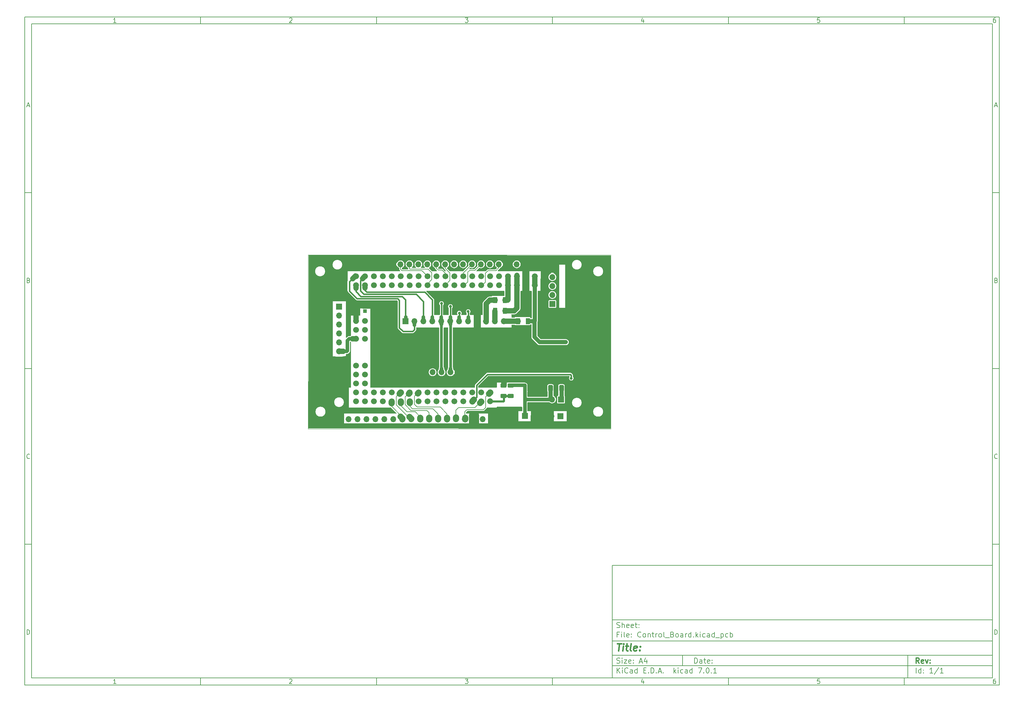
<source format=gbr>
%TF.GenerationSoftware,KiCad,Pcbnew,7.0.1*%
%TF.CreationDate,2024-01-20T13:41:41+00:00*%
%TF.ProjectId,Control_Board,436f6e74-726f-46c5-9f42-6f6172642e6b,rev?*%
%TF.SameCoordinates,Original*%
%TF.FileFunction,Copper,L2,Bot*%
%TF.FilePolarity,Positive*%
%FSLAX45Y45*%
G04 Gerber Fmt 4.5, Leading zero omitted, Abs format (unit mm)*
G04 Created by KiCad (PCBNEW 7.0.1) date 2024-01-20 13:41:41*
%MOMM*%
%LPD*%
G01*
G04 APERTURE LIST*
G04 Aperture macros list*
%AMRoundRect*
0 Rectangle with rounded corners*
0 $1 Rounding radius*
0 $2 $3 $4 $5 $6 $7 $8 $9 X,Y pos of 4 corners*
0 Add a 4 corners polygon primitive as box body*
4,1,4,$2,$3,$4,$5,$6,$7,$8,$9,$2,$3,0*
0 Add four circle primitives for the rounded corners*
1,1,$1+$1,$2,$3*
1,1,$1+$1,$4,$5*
1,1,$1+$1,$6,$7*
1,1,$1+$1,$8,$9*
0 Add four rect primitives between the rounded corners*
20,1,$1+$1,$2,$3,$4,$5,0*
20,1,$1+$1,$4,$5,$6,$7,0*
20,1,$1+$1,$6,$7,$8,$9,0*
20,1,$1+$1,$8,$9,$2,$3,0*%
G04 Aperture macros list end*
%ADD10C,0.100000*%
%ADD11C,0.150000*%
%ADD12C,0.300000*%
%ADD13C,0.400000*%
%TA.AperFunction,ComponentPad*%
%ADD14R,1.700000X1.700000*%
%TD*%
%TA.AperFunction,ComponentPad*%
%ADD15O,1.700000X1.700000*%
%TD*%
%TA.AperFunction,ComponentPad*%
%ADD16R,1.000000X1.000000*%
%TD*%
%TA.AperFunction,ComponentPad*%
%ADD17O,1.000000X1.000000*%
%TD*%
%TA.AperFunction,ComponentPad*%
%ADD18C,1.676400*%
%TD*%
%TA.AperFunction,SMDPad,CuDef*%
%ADD19RoundRect,0.250000X0.412500X0.650000X-0.412500X0.650000X-0.412500X-0.650000X0.412500X-0.650000X0*%
%TD*%
%TA.AperFunction,SMDPad,CuDef*%
%ADD20RoundRect,0.250000X-0.625000X0.312500X-0.625000X-0.312500X0.625000X-0.312500X0.625000X0.312500X0*%
%TD*%
%TA.AperFunction,SMDPad,CuDef*%
%ADD21RoundRect,0.250000X-0.375000X-0.625000X0.375000X-0.625000X0.375000X0.625000X-0.375000X0.625000X0*%
%TD*%
%TA.AperFunction,SMDPad,CuDef*%
%ADD22RoundRect,0.250000X0.625000X-0.312500X0.625000X0.312500X-0.625000X0.312500X-0.625000X-0.312500X0*%
%TD*%
%TA.AperFunction,ViaPad*%
%ADD23C,0.800000*%
%TD*%
%TA.AperFunction,Conductor*%
%ADD24C,2.000000*%
%TD*%
%TA.AperFunction,Conductor*%
%ADD25C,1.500000*%
%TD*%
%TA.AperFunction,Conductor*%
%ADD26C,1.800000*%
%TD*%
%TA.AperFunction,Conductor*%
%ADD27C,0.200000*%
%TD*%
%TA.AperFunction,Conductor*%
%ADD28C,0.600000*%
%TD*%
%TA.AperFunction,Conductor*%
%ADD29C,1.000000*%
%TD*%
%TA.AperFunction,Conductor*%
%ADD30C,0.400000*%
%TD*%
%TA.AperFunction,Conductor*%
%ADD31C,0.800000*%
%TD*%
%TA.AperFunction,Conductor*%
%ADD32C,1.200000*%
%TD*%
%TA.AperFunction,Profile*%
%ADD33C,0.200000*%
%TD*%
%TA.AperFunction,Profile*%
%ADD34C,0.100000*%
%TD*%
G04 APERTURE END LIST*
D10*
D11*
X17700220Y-16600720D02*
X28500220Y-16600720D01*
X28500220Y-19800720D01*
X17700220Y-19800720D01*
X17700220Y-16600720D01*
D10*
D11*
X1000000Y-1000000D02*
X28700220Y-1000000D01*
X28700220Y-20000720D01*
X1000000Y-20000720D01*
X1000000Y-1000000D01*
D10*
D11*
X1200000Y-1200000D02*
X28500220Y-1200000D01*
X28500220Y-19800720D01*
X1200000Y-19800720D01*
X1200000Y-1200000D01*
D10*
D11*
X6000000Y-1200000D02*
X6000000Y-1000000D01*
D10*
D11*
X11000000Y-1200000D02*
X11000000Y-1000000D01*
D10*
D11*
X16000000Y-1200000D02*
X16000000Y-1000000D01*
D10*
D11*
X21000000Y-1200000D02*
X21000000Y-1000000D01*
D10*
D11*
X26000000Y-1200000D02*
X26000000Y-1000000D01*
D10*
D11*
X3599048Y-1160140D02*
X3524762Y-1160140D01*
X3561905Y-1160140D02*
X3561905Y-1030140D01*
X3561905Y-1030140D02*
X3549524Y-1048712D01*
X3549524Y-1048712D02*
X3537143Y-1061093D01*
X3537143Y-1061093D02*
X3524762Y-1067283D01*
D10*
D11*
X8524762Y-1042521D02*
X8530952Y-1036331D01*
X8530952Y-1036331D02*
X8543333Y-1030140D01*
X8543333Y-1030140D02*
X8574286Y-1030140D01*
X8574286Y-1030140D02*
X8586667Y-1036331D01*
X8586667Y-1036331D02*
X8592857Y-1042521D01*
X8592857Y-1042521D02*
X8599048Y-1054902D01*
X8599048Y-1054902D02*
X8599048Y-1067283D01*
X8599048Y-1067283D02*
X8592857Y-1085855D01*
X8592857Y-1085855D02*
X8518571Y-1160140D01*
X8518571Y-1160140D02*
X8599048Y-1160140D01*
D10*
D11*
X13518571Y-1030140D02*
X13599048Y-1030140D01*
X13599048Y-1030140D02*
X13555714Y-1079664D01*
X13555714Y-1079664D02*
X13574286Y-1079664D01*
X13574286Y-1079664D02*
X13586667Y-1085855D01*
X13586667Y-1085855D02*
X13592857Y-1092045D01*
X13592857Y-1092045D02*
X13599048Y-1104426D01*
X13599048Y-1104426D02*
X13599048Y-1135379D01*
X13599048Y-1135379D02*
X13592857Y-1147760D01*
X13592857Y-1147760D02*
X13586667Y-1153950D01*
X13586667Y-1153950D02*
X13574286Y-1160140D01*
X13574286Y-1160140D02*
X13537143Y-1160140D01*
X13537143Y-1160140D02*
X13524762Y-1153950D01*
X13524762Y-1153950D02*
X13518571Y-1147760D01*
D10*
D11*
X18586667Y-1073474D02*
X18586667Y-1160140D01*
X18555714Y-1023950D02*
X18524762Y-1116807D01*
X18524762Y-1116807D02*
X18605238Y-1116807D01*
D10*
D11*
X23592857Y-1030140D02*
X23530952Y-1030140D01*
X23530952Y-1030140D02*
X23524762Y-1092045D01*
X23524762Y-1092045D02*
X23530952Y-1085855D01*
X23530952Y-1085855D02*
X23543333Y-1079664D01*
X23543333Y-1079664D02*
X23574286Y-1079664D01*
X23574286Y-1079664D02*
X23586667Y-1085855D01*
X23586667Y-1085855D02*
X23592857Y-1092045D01*
X23592857Y-1092045D02*
X23599048Y-1104426D01*
X23599048Y-1104426D02*
X23599048Y-1135379D01*
X23599048Y-1135379D02*
X23592857Y-1147760D01*
X23592857Y-1147760D02*
X23586667Y-1153950D01*
X23586667Y-1153950D02*
X23574286Y-1160140D01*
X23574286Y-1160140D02*
X23543333Y-1160140D01*
X23543333Y-1160140D02*
X23530952Y-1153950D01*
X23530952Y-1153950D02*
X23524762Y-1147760D01*
D10*
D11*
X28586667Y-1030140D02*
X28561905Y-1030140D01*
X28561905Y-1030140D02*
X28549524Y-1036331D01*
X28549524Y-1036331D02*
X28543333Y-1042521D01*
X28543333Y-1042521D02*
X28530952Y-1061093D01*
X28530952Y-1061093D02*
X28524762Y-1085855D01*
X28524762Y-1085855D02*
X28524762Y-1135379D01*
X28524762Y-1135379D02*
X28530952Y-1147760D01*
X28530952Y-1147760D02*
X28537143Y-1153950D01*
X28537143Y-1153950D02*
X28549524Y-1160140D01*
X28549524Y-1160140D02*
X28574286Y-1160140D01*
X28574286Y-1160140D02*
X28586667Y-1153950D01*
X28586667Y-1153950D02*
X28592857Y-1147760D01*
X28592857Y-1147760D02*
X28599048Y-1135379D01*
X28599048Y-1135379D02*
X28599048Y-1104426D01*
X28599048Y-1104426D02*
X28592857Y-1092045D01*
X28592857Y-1092045D02*
X28586667Y-1085855D01*
X28586667Y-1085855D02*
X28574286Y-1079664D01*
X28574286Y-1079664D02*
X28549524Y-1079664D01*
X28549524Y-1079664D02*
X28537143Y-1085855D01*
X28537143Y-1085855D02*
X28530952Y-1092045D01*
X28530952Y-1092045D02*
X28524762Y-1104426D01*
D10*
D11*
X6000000Y-19800720D02*
X6000000Y-20000720D01*
D10*
D11*
X11000000Y-19800720D02*
X11000000Y-20000720D01*
D10*
D11*
X16000000Y-19800720D02*
X16000000Y-20000720D01*
D10*
D11*
X21000000Y-19800720D02*
X21000000Y-20000720D01*
D10*
D11*
X26000000Y-19800720D02*
X26000000Y-20000720D01*
D10*
D11*
X3599048Y-19960860D02*
X3524762Y-19960860D01*
X3561905Y-19960860D02*
X3561905Y-19830860D01*
X3561905Y-19830860D02*
X3549524Y-19849432D01*
X3549524Y-19849432D02*
X3537143Y-19861813D01*
X3537143Y-19861813D02*
X3524762Y-19868003D01*
D10*
D11*
X8524762Y-19843241D02*
X8530952Y-19837051D01*
X8530952Y-19837051D02*
X8543333Y-19830860D01*
X8543333Y-19830860D02*
X8574286Y-19830860D01*
X8574286Y-19830860D02*
X8586667Y-19837051D01*
X8586667Y-19837051D02*
X8592857Y-19843241D01*
X8592857Y-19843241D02*
X8599048Y-19855622D01*
X8599048Y-19855622D02*
X8599048Y-19868003D01*
X8599048Y-19868003D02*
X8592857Y-19886575D01*
X8592857Y-19886575D02*
X8518571Y-19960860D01*
X8518571Y-19960860D02*
X8599048Y-19960860D01*
D10*
D11*
X13518571Y-19830860D02*
X13599048Y-19830860D01*
X13599048Y-19830860D02*
X13555714Y-19880384D01*
X13555714Y-19880384D02*
X13574286Y-19880384D01*
X13574286Y-19880384D02*
X13586667Y-19886575D01*
X13586667Y-19886575D02*
X13592857Y-19892765D01*
X13592857Y-19892765D02*
X13599048Y-19905146D01*
X13599048Y-19905146D02*
X13599048Y-19936099D01*
X13599048Y-19936099D02*
X13592857Y-19948480D01*
X13592857Y-19948480D02*
X13586667Y-19954670D01*
X13586667Y-19954670D02*
X13574286Y-19960860D01*
X13574286Y-19960860D02*
X13537143Y-19960860D01*
X13537143Y-19960860D02*
X13524762Y-19954670D01*
X13524762Y-19954670D02*
X13518571Y-19948480D01*
D10*
D11*
X18586667Y-19874194D02*
X18586667Y-19960860D01*
X18555714Y-19824670D02*
X18524762Y-19917527D01*
X18524762Y-19917527D02*
X18605238Y-19917527D01*
D10*
D11*
X23592857Y-19830860D02*
X23530952Y-19830860D01*
X23530952Y-19830860D02*
X23524762Y-19892765D01*
X23524762Y-19892765D02*
X23530952Y-19886575D01*
X23530952Y-19886575D02*
X23543333Y-19880384D01*
X23543333Y-19880384D02*
X23574286Y-19880384D01*
X23574286Y-19880384D02*
X23586667Y-19886575D01*
X23586667Y-19886575D02*
X23592857Y-19892765D01*
X23592857Y-19892765D02*
X23599048Y-19905146D01*
X23599048Y-19905146D02*
X23599048Y-19936099D01*
X23599048Y-19936099D02*
X23592857Y-19948480D01*
X23592857Y-19948480D02*
X23586667Y-19954670D01*
X23586667Y-19954670D02*
X23574286Y-19960860D01*
X23574286Y-19960860D02*
X23543333Y-19960860D01*
X23543333Y-19960860D02*
X23530952Y-19954670D01*
X23530952Y-19954670D02*
X23524762Y-19948480D01*
D10*
D11*
X28586667Y-19830860D02*
X28561905Y-19830860D01*
X28561905Y-19830860D02*
X28549524Y-19837051D01*
X28549524Y-19837051D02*
X28543333Y-19843241D01*
X28543333Y-19843241D02*
X28530952Y-19861813D01*
X28530952Y-19861813D02*
X28524762Y-19886575D01*
X28524762Y-19886575D02*
X28524762Y-19936099D01*
X28524762Y-19936099D02*
X28530952Y-19948480D01*
X28530952Y-19948480D02*
X28537143Y-19954670D01*
X28537143Y-19954670D02*
X28549524Y-19960860D01*
X28549524Y-19960860D02*
X28574286Y-19960860D01*
X28574286Y-19960860D02*
X28586667Y-19954670D01*
X28586667Y-19954670D02*
X28592857Y-19948480D01*
X28592857Y-19948480D02*
X28599048Y-19936099D01*
X28599048Y-19936099D02*
X28599048Y-19905146D01*
X28599048Y-19905146D02*
X28592857Y-19892765D01*
X28592857Y-19892765D02*
X28586667Y-19886575D01*
X28586667Y-19886575D02*
X28574286Y-19880384D01*
X28574286Y-19880384D02*
X28549524Y-19880384D01*
X28549524Y-19880384D02*
X28537143Y-19886575D01*
X28537143Y-19886575D02*
X28530952Y-19892765D01*
X28530952Y-19892765D02*
X28524762Y-19905146D01*
D10*
D11*
X1000000Y-6000000D02*
X1200000Y-6000000D01*
D10*
D11*
X1000000Y-11000000D02*
X1200000Y-11000000D01*
D10*
D11*
X1000000Y-16000000D02*
X1200000Y-16000000D01*
D10*
D11*
X1069048Y-3522998D02*
X1130952Y-3522998D01*
X1056667Y-3560140D02*
X1100000Y-3430140D01*
X1100000Y-3430140D02*
X1143333Y-3560140D01*
D10*
D11*
X1109286Y-8492045D02*
X1127857Y-8498236D01*
X1127857Y-8498236D02*
X1134048Y-8504426D01*
X1134048Y-8504426D02*
X1140238Y-8516807D01*
X1140238Y-8516807D02*
X1140238Y-8535379D01*
X1140238Y-8535379D02*
X1134048Y-8547760D01*
X1134048Y-8547760D02*
X1127857Y-8553950D01*
X1127857Y-8553950D02*
X1115476Y-8560140D01*
X1115476Y-8560140D02*
X1065952Y-8560140D01*
X1065952Y-8560140D02*
X1065952Y-8430140D01*
X1065952Y-8430140D02*
X1109286Y-8430140D01*
X1109286Y-8430140D02*
X1121667Y-8436331D01*
X1121667Y-8436331D02*
X1127857Y-8442521D01*
X1127857Y-8442521D02*
X1134048Y-8454902D01*
X1134048Y-8454902D02*
X1134048Y-8467283D01*
X1134048Y-8467283D02*
X1127857Y-8479664D01*
X1127857Y-8479664D02*
X1121667Y-8485855D01*
X1121667Y-8485855D02*
X1109286Y-8492045D01*
X1109286Y-8492045D02*
X1065952Y-8492045D01*
D10*
D11*
X1140238Y-13547759D02*
X1134048Y-13553950D01*
X1134048Y-13553950D02*
X1115476Y-13560140D01*
X1115476Y-13560140D02*
X1103095Y-13560140D01*
X1103095Y-13560140D02*
X1084524Y-13553950D01*
X1084524Y-13553950D02*
X1072143Y-13541569D01*
X1072143Y-13541569D02*
X1065952Y-13529188D01*
X1065952Y-13529188D02*
X1059762Y-13504426D01*
X1059762Y-13504426D02*
X1059762Y-13485855D01*
X1059762Y-13485855D02*
X1065952Y-13461093D01*
X1065952Y-13461093D02*
X1072143Y-13448712D01*
X1072143Y-13448712D02*
X1084524Y-13436331D01*
X1084524Y-13436331D02*
X1103095Y-13430140D01*
X1103095Y-13430140D02*
X1115476Y-13430140D01*
X1115476Y-13430140D02*
X1134048Y-13436331D01*
X1134048Y-13436331D02*
X1140238Y-13442521D01*
D10*
D11*
X1065952Y-18560140D02*
X1065952Y-18430140D01*
X1065952Y-18430140D02*
X1096905Y-18430140D01*
X1096905Y-18430140D02*
X1115476Y-18436331D01*
X1115476Y-18436331D02*
X1127857Y-18448712D01*
X1127857Y-18448712D02*
X1134048Y-18461093D01*
X1134048Y-18461093D02*
X1140238Y-18485855D01*
X1140238Y-18485855D02*
X1140238Y-18504426D01*
X1140238Y-18504426D02*
X1134048Y-18529188D01*
X1134048Y-18529188D02*
X1127857Y-18541569D01*
X1127857Y-18541569D02*
X1115476Y-18553950D01*
X1115476Y-18553950D02*
X1096905Y-18560140D01*
X1096905Y-18560140D02*
X1065952Y-18560140D01*
D10*
D11*
X28700220Y-6000000D02*
X28500220Y-6000000D01*
D10*
D11*
X28700220Y-11000000D02*
X28500220Y-11000000D01*
D10*
D11*
X28700220Y-16000000D02*
X28500220Y-16000000D01*
D10*
D11*
X28569268Y-3522998D02*
X28631172Y-3522998D01*
X28556887Y-3560140D02*
X28600220Y-3430140D01*
X28600220Y-3430140D02*
X28643553Y-3560140D01*
D10*
D11*
X28609506Y-8492045D02*
X28628077Y-8498236D01*
X28628077Y-8498236D02*
X28634268Y-8504426D01*
X28634268Y-8504426D02*
X28640458Y-8516807D01*
X28640458Y-8516807D02*
X28640458Y-8535379D01*
X28640458Y-8535379D02*
X28634268Y-8547760D01*
X28634268Y-8547760D02*
X28628077Y-8553950D01*
X28628077Y-8553950D02*
X28615696Y-8560140D01*
X28615696Y-8560140D02*
X28566172Y-8560140D01*
X28566172Y-8560140D02*
X28566172Y-8430140D01*
X28566172Y-8430140D02*
X28609506Y-8430140D01*
X28609506Y-8430140D02*
X28621887Y-8436331D01*
X28621887Y-8436331D02*
X28628077Y-8442521D01*
X28628077Y-8442521D02*
X28634268Y-8454902D01*
X28634268Y-8454902D02*
X28634268Y-8467283D01*
X28634268Y-8467283D02*
X28628077Y-8479664D01*
X28628077Y-8479664D02*
X28621887Y-8485855D01*
X28621887Y-8485855D02*
X28609506Y-8492045D01*
X28609506Y-8492045D02*
X28566172Y-8492045D01*
D10*
D11*
X28640458Y-13547759D02*
X28634268Y-13553950D01*
X28634268Y-13553950D02*
X28615696Y-13560140D01*
X28615696Y-13560140D02*
X28603315Y-13560140D01*
X28603315Y-13560140D02*
X28584744Y-13553950D01*
X28584744Y-13553950D02*
X28572363Y-13541569D01*
X28572363Y-13541569D02*
X28566172Y-13529188D01*
X28566172Y-13529188D02*
X28559982Y-13504426D01*
X28559982Y-13504426D02*
X28559982Y-13485855D01*
X28559982Y-13485855D02*
X28566172Y-13461093D01*
X28566172Y-13461093D02*
X28572363Y-13448712D01*
X28572363Y-13448712D02*
X28584744Y-13436331D01*
X28584744Y-13436331D02*
X28603315Y-13430140D01*
X28603315Y-13430140D02*
X28615696Y-13430140D01*
X28615696Y-13430140D02*
X28634268Y-13436331D01*
X28634268Y-13436331D02*
X28640458Y-13442521D01*
D10*
D11*
X28566172Y-18560140D02*
X28566172Y-18430140D01*
X28566172Y-18430140D02*
X28597125Y-18430140D01*
X28597125Y-18430140D02*
X28615696Y-18436331D01*
X28615696Y-18436331D02*
X28628077Y-18448712D01*
X28628077Y-18448712D02*
X28634268Y-18461093D01*
X28634268Y-18461093D02*
X28640458Y-18485855D01*
X28640458Y-18485855D02*
X28640458Y-18504426D01*
X28640458Y-18504426D02*
X28634268Y-18529188D01*
X28634268Y-18529188D02*
X28628077Y-18541569D01*
X28628077Y-18541569D02*
X28615696Y-18553950D01*
X28615696Y-18553950D02*
X28597125Y-18560140D01*
X28597125Y-18560140D02*
X28566172Y-18560140D01*
D10*
D11*
X20035934Y-19380113D02*
X20035934Y-19230113D01*
X20035934Y-19230113D02*
X20071649Y-19230113D01*
X20071649Y-19230113D02*
X20093077Y-19237256D01*
X20093077Y-19237256D02*
X20107363Y-19251541D01*
X20107363Y-19251541D02*
X20114506Y-19265827D01*
X20114506Y-19265827D02*
X20121649Y-19294399D01*
X20121649Y-19294399D02*
X20121649Y-19315827D01*
X20121649Y-19315827D02*
X20114506Y-19344399D01*
X20114506Y-19344399D02*
X20107363Y-19358684D01*
X20107363Y-19358684D02*
X20093077Y-19372970D01*
X20093077Y-19372970D02*
X20071649Y-19380113D01*
X20071649Y-19380113D02*
X20035934Y-19380113D01*
X20250220Y-19380113D02*
X20250220Y-19301541D01*
X20250220Y-19301541D02*
X20243077Y-19287256D01*
X20243077Y-19287256D02*
X20228791Y-19280113D01*
X20228791Y-19280113D02*
X20200220Y-19280113D01*
X20200220Y-19280113D02*
X20185934Y-19287256D01*
X20250220Y-19372970D02*
X20235934Y-19380113D01*
X20235934Y-19380113D02*
X20200220Y-19380113D01*
X20200220Y-19380113D02*
X20185934Y-19372970D01*
X20185934Y-19372970D02*
X20178791Y-19358684D01*
X20178791Y-19358684D02*
X20178791Y-19344399D01*
X20178791Y-19344399D02*
X20185934Y-19330113D01*
X20185934Y-19330113D02*
X20200220Y-19322970D01*
X20200220Y-19322970D02*
X20235934Y-19322970D01*
X20235934Y-19322970D02*
X20250220Y-19315827D01*
X20300220Y-19280113D02*
X20357363Y-19280113D01*
X20321649Y-19230113D02*
X20321649Y-19358684D01*
X20321649Y-19358684D02*
X20328791Y-19372970D01*
X20328791Y-19372970D02*
X20343077Y-19380113D01*
X20343077Y-19380113D02*
X20357363Y-19380113D01*
X20464506Y-19372970D02*
X20450220Y-19380113D01*
X20450220Y-19380113D02*
X20421649Y-19380113D01*
X20421649Y-19380113D02*
X20407363Y-19372970D01*
X20407363Y-19372970D02*
X20400220Y-19358684D01*
X20400220Y-19358684D02*
X20400220Y-19301541D01*
X20400220Y-19301541D02*
X20407363Y-19287256D01*
X20407363Y-19287256D02*
X20421649Y-19280113D01*
X20421649Y-19280113D02*
X20450220Y-19280113D01*
X20450220Y-19280113D02*
X20464506Y-19287256D01*
X20464506Y-19287256D02*
X20471649Y-19301541D01*
X20471649Y-19301541D02*
X20471649Y-19315827D01*
X20471649Y-19315827D02*
X20400220Y-19330113D01*
X20535934Y-19365827D02*
X20543077Y-19372970D01*
X20543077Y-19372970D02*
X20535934Y-19380113D01*
X20535934Y-19380113D02*
X20528791Y-19372970D01*
X20528791Y-19372970D02*
X20535934Y-19365827D01*
X20535934Y-19365827D02*
X20535934Y-19380113D01*
X20535934Y-19287256D02*
X20543077Y-19294399D01*
X20543077Y-19294399D02*
X20535934Y-19301541D01*
X20535934Y-19301541D02*
X20528791Y-19294399D01*
X20528791Y-19294399D02*
X20535934Y-19287256D01*
X20535934Y-19287256D02*
X20535934Y-19301541D01*
D10*
D11*
X17700220Y-19450720D02*
X28500220Y-19450720D01*
D10*
D11*
X17835934Y-19660113D02*
X17835934Y-19510113D01*
X17921649Y-19660113D02*
X17857363Y-19574399D01*
X17921649Y-19510113D02*
X17835934Y-19595827D01*
X17985934Y-19660113D02*
X17985934Y-19560113D01*
X17985934Y-19510113D02*
X17978791Y-19517256D01*
X17978791Y-19517256D02*
X17985934Y-19524399D01*
X17985934Y-19524399D02*
X17993077Y-19517256D01*
X17993077Y-19517256D02*
X17985934Y-19510113D01*
X17985934Y-19510113D02*
X17985934Y-19524399D01*
X18143077Y-19645827D02*
X18135934Y-19652970D01*
X18135934Y-19652970D02*
X18114506Y-19660113D01*
X18114506Y-19660113D02*
X18100220Y-19660113D01*
X18100220Y-19660113D02*
X18078791Y-19652970D01*
X18078791Y-19652970D02*
X18064506Y-19638684D01*
X18064506Y-19638684D02*
X18057363Y-19624399D01*
X18057363Y-19624399D02*
X18050220Y-19595827D01*
X18050220Y-19595827D02*
X18050220Y-19574399D01*
X18050220Y-19574399D02*
X18057363Y-19545827D01*
X18057363Y-19545827D02*
X18064506Y-19531541D01*
X18064506Y-19531541D02*
X18078791Y-19517256D01*
X18078791Y-19517256D02*
X18100220Y-19510113D01*
X18100220Y-19510113D02*
X18114506Y-19510113D01*
X18114506Y-19510113D02*
X18135934Y-19517256D01*
X18135934Y-19517256D02*
X18143077Y-19524399D01*
X18271649Y-19660113D02*
X18271649Y-19581541D01*
X18271649Y-19581541D02*
X18264506Y-19567256D01*
X18264506Y-19567256D02*
X18250220Y-19560113D01*
X18250220Y-19560113D02*
X18221649Y-19560113D01*
X18221649Y-19560113D02*
X18207363Y-19567256D01*
X18271649Y-19652970D02*
X18257363Y-19660113D01*
X18257363Y-19660113D02*
X18221649Y-19660113D01*
X18221649Y-19660113D02*
X18207363Y-19652970D01*
X18207363Y-19652970D02*
X18200220Y-19638684D01*
X18200220Y-19638684D02*
X18200220Y-19624399D01*
X18200220Y-19624399D02*
X18207363Y-19610113D01*
X18207363Y-19610113D02*
X18221649Y-19602970D01*
X18221649Y-19602970D02*
X18257363Y-19602970D01*
X18257363Y-19602970D02*
X18271649Y-19595827D01*
X18407363Y-19660113D02*
X18407363Y-19510113D01*
X18407363Y-19652970D02*
X18393077Y-19660113D01*
X18393077Y-19660113D02*
X18364506Y-19660113D01*
X18364506Y-19660113D02*
X18350220Y-19652970D01*
X18350220Y-19652970D02*
X18343077Y-19645827D01*
X18343077Y-19645827D02*
X18335934Y-19631541D01*
X18335934Y-19631541D02*
X18335934Y-19588684D01*
X18335934Y-19588684D02*
X18343077Y-19574399D01*
X18343077Y-19574399D02*
X18350220Y-19567256D01*
X18350220Y-19567256D02*
X18364506Y-19560113D01*
X18364506Y-19560113D02*
X18393077Y-19560113D01*
X18393077Y-19560113D02*
X18407363Y-19567256D01*
X18593077Y-19581541D02*
X18643077Y-19581541D01*
X18664506Y-19660113D02*
X18593077Y-19660113D01*
X18593077Y-19660113D02*
X18593077Y-19510113D01*
X18593077Y-19510113D02*
X18664506Y-19510113D01*
X18728791Y-19645827D02*
X18735934Y-19652970D01*
X18735934Y-19652970D02*
X18728791Y-19660113D01*
X18728791Y-19660113D02*
X18721649Y-19652970D01*
X18721649Y-19652970D02*
X18728791Y-19645827D01*
X18728791Y-19645827D02*
X18728791Y-19660113D01*
X18800220Y-19660113D02*
X18800220Y-19510113D01*
X18800220Y-19510113D02*
X18835934Y-19510113D01*
X18835934Y-19510113D02*
X18857363Y-19517256D01*
X18857363Y-19517256D02*
X18871649Y-19531541D01*
X18871649Y-19531541D02*
X18878792Y-19545827D01*
X18878792Y-19545827D02*
X18885934Y-19574399D01*
X18885934Y-19574399D02*
X18885934Y-19595827D01*
X18885934Y-19595827D02*
X18878792Y-19624399D01*
X18878792Y-19624399D02*
X18871649Y-19638684D01*
X18871649Y-19638684D02*
X18857363Y-19652970D01*
X18857363Y-19652970D02*
X18835934Y-19660113D01*
X18835934Y-19660113D02*
X18800220Y-19660113D01*
X18950220Y-19645827D02*
X18957363Y-19652970D01*
X18957363Y-19652970D02*
X18950220Y-19660113D01*
X18950220Y-19660113D02*
X18943077Y-19652970D01*
X18943077Y-19652970D02*
X18950220Y-19645827D01*
X18950220Y-19645827D02*
X18950220Y-19660113D01*
X19014506Y-19617256D02*
X19085934Y-19617256D01*
X19000220Y-19660113D02*
X19050220Y-19510113D01*
X19050220Y-19510113D02*
X19100220Y-19660113D01*
X19150220Y-19645827D02*
X19157363Y-19652970D01*
X19157363Y-19652970D02*
X19150220Y-19660113D01*
X19150220Y-19660113D02*
X19143077Y-19652970D01*
X19143077Y-19652970D02*
X19150220Y-19645827D01*
X19150220Y-19645827D02*
X19150220Y-19660113D01*
X19450220Y-19660113D02*
X19450220Y-19510113D01*
X19464506Y-19602970D02*
X19507363Y-19660113D01*
X19507363Y-19560113D02*
X19450220Y-19617256D01*
X19571649Y-19660113D02*
X19571649Y-19560113D01*
X19571649Y-19510113D02*
X19564506Y-19517256D01*
X19564506Y-19517256D02*
X19571649Y-19524399D01*
X19571649Y-19524399D02*
X19578792Y-19517256D01*
X19578792Y-19517256D02*
X19571649Y-19510113D01*
X19571649Y-19510113D02*
X19571649Y-19524399D01*
X19707363Y-19652970D02*
X19693077Y-19660113D01*
X19693077Y-19660113D02*
X19664506Y-19660113D01*
X19664506Y-19660113D02*
X19650220Y-19652970D01*
X19650220Y-19652970D02*
X19643077Y-19645827D01*
X19643077Y-19645827D02*
X19635934Y-19631541D01*
X19635934Y-19631541D02*
X19635934Y-19588684D01*
X19635934Y-19588684D02*
X19643077Y-19574399D01*
X19643077Y-19574399D02*
X19650220Y-19567256D01*
X19650220Y-19567256D02*
X19664506Y-19560113D01*
X19664506Y-19560113D02*
X19693077Y-19560113D01*
X19693077Y-19560113D02*
X19707363Y-19567256D01*
X19835934Y-19660113D02*
X19835934Y-19581541D01*
X19835934Y-19581541D02*
X19828792Y-19567256D01*
X19828792Y-19567256D02*
X19814506Y-19560113D01*
X19814506Y-19560113D02*
X19785934Y-19560113D01*
X19785934Y-19560113D02*
X19771649Y-19567256D01*
X19835934Y-19652970D02*
X19821649Y-19660113D01*
X19821649Y-19660113D02*
X19785934Y-19660113D01*
X19785934Y-19660113D02*
X19771649Y-19652970D01*
X19771649Y-19652970D02*
X19764506Y-19638684D01*
X19764506Y-19638684D02*
X19764506Y-19624399D01*
X19764506Y-19624399D02*
X19771649Y-19610113D01*
X19771649Y-19610113D02*
X19785934Y-19602970D01*
X19785934Y-19602970D02*
X19821649Y-19602970D01*
X19821649Y-19602970D02*
X19835934Y-19595827D01*
X19971649Y-19660113D02*
X19971649Y-19510113D01*
X19971649Y-19652970D02*
X19957363Y-19660113D01*
X19957363Y-19660113D02*
X19928792Y-19660113D01*
X19928792Y-19660113D02*
X19914506Y-19652970D01*
X19914506Y-19652970D02*
X19907363Y-19645827D01*
X19907363Y-19645827D02*
X19900220Y-19631541D01*
X19900220Y-19631541D02*
X19900220Y-19588684D01*
X19900220Y-19588684D02*
X19907363Y-19574399D01*
X19907363Y-19574399D02*
X19914506Y-19567256D01*
X19914506Y-19567256D02*
X19928792Y-19560113D01*
X19928792Y-19560113D02*
X19957363Y-19560113D01*
X19957363Y-19560113D02*
X19971649Y-19567256D01*
X20143077Y-19510113D02*
X20243077Y-19510113D01*
X20243077Y-19510113D02*
X20178792Y-19660113D01*
X20300220Y-19645827D02*
X20307363Y-19652970D01*
X20307363Y-19652970D02*
X20300220Y-19660113D01*
X20300220Y-19660113D02*
X20293077Y-19652970D01*
X20293077Y-19652970D02*
X20300220Y-19645827D01*
X20300220Y-19645827D02*
X20300220Y-19660113D01*
X20400220Y-19510113D02*
X20414506Y-19510113D01*
X20414506Y-19510113D02*
X20428792Y-19517256D01*
X20428792Y-19517256D02*
X20435934Y-19524399D01*
X20435934Y-19524399D02*
X20443077Y-19538684D01*
X20443077Y-19538684D02*
X20450220Y-19567256D01*
X20450220Y-19567256D02*
X20450220Y-19602970D01*
X20450220Y-19602970D02*
X20443077Y-19631541D01*
X20443077Y-19631541D02*
X20435934Y-19645827D01*
X20435934Y-19645827D02*
X20428792Y-19652970D01*
X20428792Y-19652970D02*
X20414506Y-19660113D01*
X20414506Y-19660113D02*
X20400220Y-19660113D01*
X20400220Y-19660113D02*
X20385934Y-19652970D01*
X20385934Y-19652970D02*
X20378792Y-19645827D01*
X20378792Y-19645827D02*
X20371649Y-19631541D01*
X20371649Y-19631541D02*
X20364506Y-19602970D01*
X20364506Y-19602970D02*
X20364506Y-19567256D01*
X20364506Y-19567256D02*
X20371649Y-19538684D01*
X20371649Y-19538684D02*
X20378792Y-19524399D01*
X20378792Y-19524399D02*
X20385934Y-19517256D01*
X20385934Y-19517256D02*
X20400220Y-19510113D01*
X20514506Y-19645827D02*
X20521649Y-19652970D01*
X20521649Y-19652970D02*
X20514506Y-19660113D01*
X20514506Y-19660113D02*
X20507363Y-19652970D01*
X20507363Y-19652970D02*
X20514506Y-19645827D01*
X20514506Y-19645827D02*
X20514506Y-19660113D01*
X20664506Y-19660113D02*
X20578792Y-19660113D01*
X20621649Y-19660113D02*
X20621649Y-19510113D01*
X20621649Y-19510113D02*
X20607363Y-19531541D01*
X20607363Y-19531541D02*
X20593077Y-19545827D01*
X20593077Y-19545827D02*
X20578792Y-19552970D01*
D10*
D11*
X17700220Y-19150720D02*
X28500220Y-19150720D01*
D10*
D12*
X26421648Y-19380113D02*
X26371648Y-19308684D01*
X26335934Y-19380113D02*
X26335934Y-19230113D01*
X26335934Y-19230113D02*
X26393077Y-19230113D01*
X26393077Y-19230113D02*
X26407363Y-19237256D01*
X26407363Y-19237256D02*
X26414506Y-19244399D01*
X26414506Y-19244399D02*
X26421648Y-19258684D01*
X26421648Y-19258684D02*
X26421648Y-19280113D01*
X26421648Y-19280113D02*
X26414506Y-19294399D01*
X26414506Y-19294399D02*
X26407363Y-19301541D01*
X26407363Y-19301541D02*
X26393077Y-19308684D01*
X26393077Y-19308684D02*
X26335934Y-19308684D01*
X26543077Y-19372970D02*
X26528791Y-19380113D01*
X26528791Y-19380113D02*
X26500220Y-19380113D01*
X26500220Y-19380113D02*
X26485934Y-19372970D01*
X26485934Y-19372970D02*
X26478791Y-19358684D01*
X26478791Y-19358684D02*
X26478791Y-19301541D01*
X26478791Y-19301541D02*
X26485934Y-19287256D01*
X26485934Y-19287256D02*
X26500220Y-19280113D01*
X26500220Y-19280113D02*
X26528791Y-19280113D01*
X26528791Y-19280113D02*
X26543077Y-19287256D01*
X26543077Y-19287256D02*
X26550220Y-19301541D01*
X26550220Y-19301541D02*
X26550220Y-19315827D01*
X26550220Y-19315827D02*
X26478791Y-19330113D01*
X26600220Y-19280113D02*
X26635934Y-19380113D01*
X26635934Y-19380113D02*
X26671648Y-19280113D01*
X26728791Y-19365827D02*
X26735934Y-19372970D01*
X26735934Y-19372970D02*
X26728791Y-19380113D01*
X26728791Y-19380113D02*
X26721648Y-19372970D01*
X26721648Y-19372970D02*
X26728791Y-19365827D01*
X26728791Y-19365827D02*
X26728791Y-19380113D01*
X26728791Y-19287256D02*
X26735934Y-19294399D01*
X26735934Y-19294399D02*
X26728791Y-19301541D01*
X26728791Y-19301541D02*
X26721648Y-19294399D01*
X26721648Y-19294399D02*
X26728791Y-19287256D01*
X26728791Y-19287256D02*
X26728791Y-19301541D01*
D10*
D11*
X17828791Y-19372970D02*
X17850220Y-19380113D01*
X17850220Y-19380113D02*
X17885934Y-19380113D01*
X17885934Y-19380113D02*
X17900220Y-19372970D01*
X17900220Y-19372970D02*
X17907363Y-19365827D01*
X17907363Y-19365827D02*
X17914506Y-19351541D01*
X17914506Y-19351541D02*
X17914506Y-19337256D01*
X17914506Y-19337256D02*
X17907363Y-19322970D01*
X17907363Y-19322970D02*
X17900220Y-19315827D01*
X17900220Y-19315827D02*
X17885934Y-19308684D01*
X17885934Y-19308684D02*
X17857363Y-19301541D01*
X17857363Y-19301541D02*
X17843077Y-19294399D01*
X17843077Y-19294399D02*
X17835934Y-19287256D01*
X17835934Y-19287256D02*
X17828791Y-19272970D01*
X17828791Y-19272970D02*
X17828791Y-19258684D01*
X17828791Y-19258684D02*
X17835934Y-19244399D01*
X17835934Y-19244399D02*
X17843077Y-19237256D01*
X17843077Y-19237256D02*
X17857363Y-19230113D01*
X17857363Y-19230113D02*
X17893077Y-19230113D01*
X17893077Y-19230113D02*
X17914506Y-19237256D01*
X17978791Y-19380113D02*
X17978791Y-19280113D01*
X17978791Y-19230113D02*
X17971649Y-19237256D01*
X17971649Y-19237256D02*
X17978791Y-19244399D01*
X17978791Y-19244399D02*
X17985934Y-19237256D01*
X17985934Y-19237256D02*
X17978791Y-19230113D01*
X17978791Y-19230113D02*
X17978791Y-19244399D01*
X18035934Y-19280113D02*
X18114506Y-19280113D01*
X18114506Y-19280113D02*
X18035934Y-19380113D01*
X18035934Y-19380113D02*
X18114506Y-19380113D01*
X18228791Y-19372970D02*
X18214506Y-19380113D01*
X18214506Y-19380113D02*
X18185934Y-19380113D01*
X18185934Y-19380113D02*
X18171649Y-19372970D01*
X18171649Y-19372970D02*
X18164506Y-19358684D01*
X18164506Y-19358684D02*
X18164506Y-19301541D01*
X18164506Y-19301541D02*
X18171649Y-19287256D01*
X18171649Y-19287256D02*
X18185934Y-19280113D01*
X18185934Y-19280113D02*
X18214506Y-19280113D01*
X18214506Y-19280113D02*
X18228791Y-19287256D01*
X18228791Y-19287256D02*
X18235934Y-19301541D01*
X18235934Y-19301541D02*
X18235934Y-19315827D01*
X18235934Y-19315827D02*
X18164506Y-19330113D01*
X18300220Y-19365827D02*
X18307363Y-19372970D01*
X18307363Y-19372970D02*
X18300220Y-19380113D01*
X18300220Y-19380113D02*
X18293077Y-19372970D01*
X18293077Y-19372970D02*
X18300220Y-19365827D01*
X18300220Y-19365827D02*
X18300220Y-19380113D01*
X18300220Y-19287256D02*
X18307363Y-19294399D01*
X18307363Y-19294399D02*
X18300220Y-19301541D01*
X18300220Y-19301541D02*
X18293077Y-19294399D01*
X18293077Y-19294399D02*
X18300220Y-19287256D01*
X18300220Y-19287256D02*
X18300220Y-19301541D01*
X18478791Y-19337256D02*
X18550220Y-19337256D01*
X18464506Y-19380113D02*
X18514506Y-19230113D01*
X18514506Y-19230113D02*
X18564506Y-19380113D01*
X18678791Y-19280113D02*
X18678791Y-19380113D01*
X18643077Y-19222970D02*
X18607363Y-19330113D01*
X18607363Y-19330113D02*
X18700220Y-19330113D01*
D10*
D11*
X26335934Y-19660113D02*
X26335934Y-19510113D01*
X26471649Y-19660113D02*
X26471649Y-19510113D01*
X26471649Y-19652970D02*
X26457363Y-19660113D01*
X26457363Y-19660113D02*
X26428791Y-19660113D01*
X26428791Y-19660113D02*
X26414506Y-19652970D01*
X26414506Y-19652970D02*
X26407363Y-19645827D01*
X26407363Y-19645827D02*
X26400220Y-19631541D01*
X26400220Y-19631541D02*
X26400220Y-19588684D01*
X26400220Y-19588684D02*
X26407363Y-19574399D01*
X26407363Y-19574399D02*
X26414506Y-19567256D01*
X26414506Y-19567256D02*
X26428791Y-19560113D01*
X26428791Y-19560113D02*
X26457363Y-19560113D01*
X26457363Y-19560113D02*
X26471649Y-19567256D01*
X26543077Y-19645827D02*
X26550220Y-19652970D01*
X26550220Y-19652970D02*
X26543077Y-19660113D01*
X26543077Y-19660113D02*
X26535934Y-19652970D01*
X26535934Y-19652970D02*
X26543077Y-19645827D01*
X26543077Y-19645827D02*
X26543077Y-19660113D01*
X26543077Y-19567256D02*
X26550220Y-19574399D01*
X26550220Y-19574399D02*
X26543077Y-19581541D01*
X26543077Y-19581541D02*
X26535934Y-19574399D01*
X26535934Y-19574399D02*
X26543077Y-19567256D01*
X26543077Y-19567256D02*
X26543077Y-19581541D01*
X26807363Y-19660113D02*
X26721649Y-19660113D01*
X26764506Y-19660113D02*
X26764506Y-19510113D01*
X26764506Y-19510113D02*
X26750220Y-19531541D01*
X26750220Y-19531541D02*
X26735934Y-19545827D01*
X26735934Y-19545827D02*
X26721649Y-19552970D01*
X26978791Y-19502970D02*
X26850220Y-19695827D01*
X27107363Y-19660113D02*
X27021649Y-19660113D01*
X27064506Y-19660113D02*
X27064506Y-19510113D01*
X27064506Y-19510113D02*
X27050220Y-19531541D01*
X27050220Y-19531541D02*
X27035934Y-19545827D01*
X27035934Y-19545827D02*
X27021649Y-19552970D01*
D10*
D11*
X17700220Y-18750720D02*
X28500220Y-18750720D01*
D10*
D13*
X17843077Y-18823244D02*
X17957363Y-18823244D01*
X17875220Y-19023244D02*
X17900220Y-18823244D01*
X17997839Y-19023244D02*
X18014506Y-18889910D01*
X18022839Y-18823244D02*
X18012125Y-18832768D01*
X18012125Y-18832768D02*
X18020458Y-18842291D01*
X18020458Y-18842291D02*
X18031172Y-18832768D01*
X18031172Y-18832768D02*
X18022839Y-18823244D01*
X18022839Y-18823244D02*
X18020458Y-18842291D01*
X18079982Y-18889910D02*
X18156172Y-18889910D01*
X18116887Y-18823244D02*
X18095458Y-18994672D01*
X18095458Y-18994672D02*
X18102601Y-19013720D01*
X18102601Y-19013720D02*
X18120458Y-19023244D01*
X18120458Y-19023244D02*
X18139506Y-19023244D01*
X18233553Y-19023244D02*
X18215696Y-19013720D01*
X18215696Y-19013720D02*
X18208553Y-18994672D01*
X18208553Y-18994672D02*
X18229982Y-18823244D01*
X18385934Y-19013720D02*
X18365696Y-19023244D01*
X18365696Y-19023244D02*
X18327601Y-19023244D01*
X18327601Y-19023244D02*
X18309744Y-19013720D01*
X18309744Y-19013720D02*
X18302601Y-18994672D01*
X18302601Y-18994672D02*
X18312125Y-18918482D01*
X18312125Y-18918482D02*
X18324029Y-18899434D01*
X18324029Y-18899434D02*
X18344268Y-18889910D01*
X18344268Y-18889910D02*
X18382363Y-18889910D01*
X18382363Y-18889910D02*
X18400220Y-18899434D01*
X18400220Y-18899434D02*
X18407363Y-18918482D01*
X18407363Y-18918482D02*
X18404982Y-18937530D01*
X18404982Y-18937530D02*
X18307363Y-18956577D01*
X18481172Y-19004196D02*
X18489506Y-19013720D01*
X18489506Y-19013720D02*
X18478791Y-19023244D01*
X18478791Y-19023244D02*
X18470458Y-19013720D01*
X18470458Y-19013720D02*
X18481172Y-19004196D01*
X18481172Y-19004196D02*
X18478791Y-19023244D01*
X18494268Y-18899434D02*
X18502601Y-18908958D01*
X18502601Y-18908958D02*
X18491887Y-18918482D01*
X18491887Y-18918482D02*
X18483553Y-18908958D01*
X18483553Y-18908958D02*
X18494268Y-18899434D01*
X18494268Y-18899434D02*
X18491887Y-18918482D01*
D10*
D11*
X17885934Y-18561541D02*
X17835934Y-18561541D01*
X17835934Y-18640113D02*
X17835934Y-18490113D01*
X17835934Y-18490113D02*
X17907363Y-18490113D01*
X17964506Y-18640113D02*
X17964506Y-18540113D01*
X17964506Y-18490113D02*
X17957363Y-18497256D01*
X17957363Y-18497256D02*
X17964506Y-18504399D01*
X17964506Y-18504399D02*
X17971649Y-18497256D01*
X17971649Y-18497256D02*
X17964506Y-18490113D01*
X17964506Y-18490113D02*
X17964506Y-18504399D01*
X18057363Y-18640113D02*
X18043077Y-18632970D01*
X18043077Y-18632970D02*
X18035934Y-18618684D01*
X18035934Y-18618684D02*
X18035934Y-18490113D01*
X18171649Y-18632970D02*
X18157363Y-18640113D01*
X18157363Y-18640113D02*
X18128791Y-18640113D01*
X18128791Y-18640113D02*
X18114506Y-18632970D01*
X18114506Y-18632970D02*
X18107363Y-18618684D01*
X18107363Y-18618684D02*
X18107363Y-18561541D01*
X18107363Y-18561541D02*
X18114506Y-18547256D01*
X18114506Y-18547256D02*
X18128791Y-18540113D01*
X18128791Y-18540113D02*
X18157363Y-18540113D01*
X18157363Y-18540113D02*
X18171649Y-18547256D01*
X18171649Y-18547256D02*
X18178791Y-18561541D01*
X18178791Y-18561541D02*
X18178791Y-18575827D01*
X18178791Y-18575827D02*
X18107363Y-18590113D01*
X18243077Y-18625827D02*
X18250220Y-18632970D01*
X18250220Y-18632970D02*
X18243077Y-18640113D01*
X18243077Y-18640113D02*
X18235934Y-18632970D01*
X18235934Y-18632970D02*
X18243077Y-18625827D01*
X18243077Y-18625827D02*
X18243077Y-18640113D01*
X18243077Y-18547256D02*
X18250220Y-18554399D01*
X18250220Y-18554399D02*
X18243077Y-18561541D01*
X18243077Y-18561541D02*
X18235934Y-18554399D01*
X18235934Y-18554399D02*
X18243077Y-18547256D01*
X18243077Y-18547256D02*
X18243077Y-18561541D01*
X18514506Y-18625827D02*
X18507363Y-18632970D01*
X18507363Y-18632970D02*
X18485934Y-18640113D01*
X18485934Y-18640113D02*
X18471649Y-18640113D01*
X18471649Y-18640113D02*
X18450220Y-18632970D01*
X18450220Y-18632970D02*
X18435934Y-18618684D01*
X18435934Y-18618684D02*
X18428791Y-18604399D01*
X18428791Y-18604399D02*
X18421649Y-18575827D01*
X18421649Y-18575827D02*
X18421649Y-18554399D01*
X18421649Y-18554399D02*
X18428791Y-18525827D01*
X18428791Y-18525827D02*
X18435934Y-18511541D01*
X18435934Y-18511541D02*
X18450220Y-18497256D01*
X18450220Y-18497256D02*
X18471649Y-18490113D01*
X18471649Y-18490113D02*
X18485934Y-18490113D01*
X18485934Y-18490113D02*
X18507363Y-18497256D01*
X18507363Y-18497256D02*
X18514506Y-18504399D01*
X18600220Y-18640113D02*
X18585934Y-18632970D01*
X18585934Y-18632970D02*
X18578791Y-18625827D01*
X18578791Y-18625827D02*
X18571649Y-18611541D01*
X18571649Y-18611541D02*
X18571649Y-18568684D01*
X18571649Y-18568684D02*
X18578791Y-18554399D01*
X18578791Y-18554399D02*
X18585934Y-18547256D01*
X18585934Y-18547256D02*
X18600220Y-18540113D01*
X18600220Y-18540113D02*
X18621649Y-18540113D01*
X18621649Y-18540113D02*
X18635934Y-18547256D01*
X18635934Y-18547256D02*
X18643077Y-18554399D01*
X18643077Y-18554399D02*
X18650220Y-18568684D01*
X18650220Y-18568684D02*
X18650220Y-18611541D01*
X18650220Y-18611541D02*
X18643077Y-18625827D01*
X18643077Y-18625827D02*
X18635934Y-18632970D01*
X18635934Y-18632970D02*
X18621649Y-18640113D01*
X18621649Y-18640113D02*
X18600220Y-18640113D01*
X18714506Y-18540113D02*
X18714506Y-18640113D01*
X18714506Y-18554399D02*
X18721649Y-18547256D01*
X18721649Y-18547256D02*
X18735934Y-18540113D01*
X18735934Y-18540113D02*
X18757363Y-18540113D01*
X18757363Y-18540113D02*
X18771649Y-18547256D01*
X18771649Y-18547256D02*
X18778791Y-18561541D01*
X18778791Y-18561541D02*
X18778791Y-18640113D01*
X18828791Y-18540113D02*
X18885934Y-18540113D01*
X18850220Y-18490113D02*
X18850220Y-18618684D01*
X18850220Y-18618684D02*
X18857363Y-18632970D01*
X18857363Y-18632970D02*
X18871649Y-18640113D01*
X18871649Y-18640113D02*
X18885934Y-18640113D01*
X18935934Y-18640113D02*
X18935934Y-18540113D01*
X18935934Y-18568684D02*
X18943077Y-18554399D01*
X18943077Y-18554399D02*
X18950220Y-18547256D01*
X18950220Y-18547256D02*
X18964506Y-18540113D01*
X18964506Y-18540113D02*
X18978791Y-18540113D01*
X19050220Y-18640113D02*
X19035934Y-18632970D01*
X19035934Y-18632970D02*
X19028791Y-18625827D01*
X19028791Y-18625827D02*
X19021649Y-18611541D01*
X19021649Y-18611541D02*
X19021649Y-18568684D01*
X19021649Y-18568684D02*
X19028791Y-18554399D01*
X19028791Y-18554399D02*
X19035934Y-18547256D01*
X19035934Y-18547256D02*
X19050220Y-18540113D01*
X19050220Y-18540113D02*
X19071649Y-18540113D01*
X19071649Y-18540113D02*
X19085934Y-18547256D01*
X19085934Y-18547256D02*
X19093077Y-18554399D01*
X19093077Y-18554399D02*
X19100220Y-18568684D01*
X19100220Y-18568684D02*
X19100220Y-18611541D01*
X19100220Y-18611541D02*
X19093077Y-18625827D01*
X19093077Y-18625827D02*
X19085934Y-18632970D01*
X19085934Y-18632970D02*
X19071649Y-18640113D01*
X19071649Y-18640113D02*
X19050220Y-18640113D01*
X19185934Y-18640113D02*
X19171649Y-18632970D01*
X19171649Y-18632970D02*
X19164506Y-18618684D01*
X19164506Y-18618684D02*
X19164506Y-18490113D01*
X19207363Y-18654399D02*
X19321649Y-18654399D01*
X19407363Y-18561541D02*
X19428791Y-18568684D01*
X19428791Y-18568684D02*
X19435934Y-18575827D01*
X19435934Y-18575827D02*
X19443077Y-18590113D01*
X19443077Y-18590113D02*
X19443077Y-18611541D01*
X19443077Y-18611541D02*
X19435934Y-18625827D01*
X19435934Y-18625827D02*
X19428791Y-18632970D01*
X19428791Y-18632970D02*
X19414506Y-18640113D01*
X19414506Y-18640113D02*
X19357363Y-18640113D01*
X19357363Y-18640113D02*
X19357363Y-18490113D01*
X19357363Y-18490113D02*
X19407363Y-18490113D01*
X19407363Y-18490113D02*
X19421649Y-18497256D01*
X19421649Y-18497256D02*
X19428791Y-18504399D01*
X19428791Y-18504399D02*
X19435934Y-18518684D01*
X19435934Y-18518684D02*
X19435934Y-18532970D01*
X19435934Y-18532970D02*
X19428791Y-18547256D01*
X19428791Y-18547256D02*
X19421649Y-18554399D01*
X19421649Y-18554399D02*
X19407363Y-18561541D01*
X19407363Y-18561541D02*
X19357363Y-18561541D01*
X19528791Y-18640113D02*
X19514506Y-18632970D01*
X19514506Y-18632970D02*
X19507363Y-18625827D01*
X19507363Y-18625827D02*
X19500220Y-18611541D01*
X19500220Y-18611541D02*
X19500220Y-18568684D01*
X19500220Y-18568684D02*
X19507363Y-18554399D01*
X19507363Y-18554399D02*
X19514506Y-18547256D01*
X19514506Y-18547256D02*
X19528791Y-18540113D01*
X19528791Y-18540113D02*
X19550220Y-18540113D01*
X19550220Y-18540113D02*
X19564506Y-18547256D01*
X19564506Y-18547256D02*
X19571649Y-18554399D01*
X19571649Y-18554399D02*
X19578791Y-18568684D01*
X19578791Y-18568684D02*
X19578791Y-18611541D01*
X19578791Y-18611541D02*
X19571649Y-18625827D01*
X19571649Y-18625827D02*
X19564506Y-18632970D01*
X19564506Y-18632970D02*
X19550220Y-18640113D01*
X19550220Y-18640113D02*
X19528791Y-18640113D01*
X19707363Y-18640113D02*
X19707363Y-18561541D01*
X19707363Y-18561541D02*
X19700220Y-18547256D01*
X19700220Y-18547256D02*
X19685934Y-18540113D01*
X19685934Y-18540113D02*
X19657363Y-18540113D01*
X19657363Y-18540113D02*
X19643077Y-18547256D01*
X19707363Y-18632970D02*
X19693077Y-18640113D01*
X19693077Y-18640113D02*
X19657363Y-18640113D01*
X19657363Y-18640113D02*
X19643077Y-18632970D01*
X19643077Y-18632970D02*
X19635934Y-18618684D01*
X19635934Y-18618684D02*
X19635934Y-18604399D01*
X19635934Y-18604399D02*
X19643077Y-18590113D01*
X19643077Y-18590113D02*
X19657363Y-18582970D01*
X19657363Y-18582970D02*
X19693077Y-18582970D01*
X19693077Y-18582970D02*
X19707363Y-18575827D01*
X19778791Y-18640113D02*
X19778791Y-18540113D01*
X19778791Y-18568684D02*
X19785934Y-18554399D01*
X19785934Y-18554399D02*
X19793077Y-18547256D01*
X19793077Y-18547256D02*
X19807363Y-18540113D01*
X19807363Y-18540113D02*
X19821649Y-18540113D01*
X19935934Y-18640113D02*
X19935934Y-18490113D01*
X19935934Y-18632970D02*
X19921648Y-18640113D01*
X19921648Y-18640113D02*
X19893077Y-18640113D01*
X19893077Y-18640113D02*
X19878791Y-18632970D01*
X19878791Y-18632970D02*
X19871648Y-18625827D01*
X19871648Y-18625827D02*
X19864506Y-18611541D01*
X19864506Y-18611541D02*
X19864506Y-18568684D01*
X19864506Y-18568684D02*
X19871648Y-18554399D01*
X19871648Y-18554399D02*
X19878791Y-18547256D01*
X19878791Y-18547256D02*
X19893077Y-18540113D01*
X19893077Y-18540113D02*
X19921648Y-18540113D01*
X19921648Y-18540113D02*
X19935934Y-18547256D01*
X20007363Y-18625827D02*
X20014506Y-18632970D01*
X20014506Y-18632970D02*
X20007363Y-18640113D01*
X20007363Y-18640113D02*
X20000220Y-18632970D01*
X20000220Y-18632970D02*
X20007363Y-18625827D01*
X20007363Y-18625827D02*
X20007363Y-18640113D01*
X20078791Y-18640113D02*
X20078791Y-18490113D01*
X20093077Y-18582970D02*
X20135934Y-18640113D01*
X20135934Y-18540113D02*
X20078791Y-18597256D01*
X20200220Y-18640113D02*
X20200220Y-18540113D01*
X20200220Y-18490113D02*
X20193077Y-18497256D01*
X20193077Y-18497256D02*
X20200220Y-18504399D01*
X20200220Y-18504399D02*
X20207363Y-18497256D01*
X20207363Y-18497256D02*
X20200220Y-18490113D01*
X20200220Y-18490113D02*
X20200220Y-18504399D01*
X20335934Y-18632970D02*
X20321649Y-18640113D01*
X20321649Y-18640113D02*
X20293077Y-18640113D01*
X20293077Y-18640113D02*
X20278791Y-18632970D01*
X20278791Y-18632970D02*
X20271649Y-18625827D01*
X20271649Y-18625827D02*
X20264506Y-18611541D01*
X20264506Y-18611541D02*
X20264506Y-18568684D01*
X20264506Y-18568684D02*
X20271649Y-18554399D01*
X20271649Y-18554399D02*
X20278791Y-18547256D01*
X20278791Y-18547256D02*
X20293077Y-18540113D01*
X20293077Y-18540113D02*
X20321649Y-18540113D01*
X20321649Y-18540113D02*
X20335934Y-18547256D01*
X20464506Y-18640113D02*
X20464506Y-18561541D01*
X20464506Y-18561541D02*
X20457363Y-18547256D01*
X20457363Y-18547256D02*
X20443077Y-18540113D01*
X20443077Y-18540113D02*
X20414506Y-18540113D01*
X20414506Y-18540113D02*
X20400220Y-18547256D01*
X20464506Y-18632970D02*
X20450220Y-18640113D01*
X20450220Y-18640113D02*
X20414506Y-18640113D01*
X20414506Y-18640113D02*
X20400220Y-18632970D01*
X20400220Y-18632970D02*
X20393077Y-18618684D01*
X20393077Y-18618684D02*
X20393077Y-18604399D01*
X20393077Y-18604399D02*
X20400220Y-18590113D01*
X20400220Y-18590113D02*
X20414506Y-18582970D01*
X20414506Y-18582970D02*
X20450220Y-18582970D01*
X20450220Y-18582970D02*
X20464506Y-18575827D01*
X20600220Y-18640113D02*
X20600220Y-18490113D01*
X20600220Y-18632970D02*
X20585934Y-18640113D01*
X20585934Y-18640113D02*
X20557363Y-18640113D01*
X20557363Y-18640113D02*
X20543077Y-18632970D01*
X20543077Y-18632970D02*
X20535934Y-18625827D01*
X20535934Y-18625827D02*
X20528791Y-18611541D01*
X20528791Y-18611541D02*
X20528791Y-18568684D01*
X20528791Y-18568684D02*
X20535934Y-18554399D01*
X20535934Y-18554399D02*
X20543077Y-18547256D01*
X20543077Y-18547256D02*
X20557363Y-18540113D01*
X20557363Y-18540113D02*
X20585934Y-18540113D01*
X20585934Y-18540113D02*
X20600220Y-18547256D01*
X20635934Y-18654399D02*
X20750220Y-18654399D01*
X20785934Y-18540113D02*
X20785934Y-18690113D01*
X20785934Y-18547256D02*
X20800220Y-18540113D01*
X20800220Y-18540113D02*
X20828791Y-18540113D01*
X20828791Y-18540113D02*
X20843077Y-18547256D01*
X20843077Y-18547256D02*
X20850220Y-18554399D01*
X20850220Y-18554399D02*
X20857363Y-18568684D01*
X20857363Y-18568684D02*
X20857363Y-18611541D01*
X20857363Y-18611541D02*
X20850220Y-18625827D01*
X20850220Y-18625827D02*
X20843077Y-18632970D01*
X20843077Y-18632970D02*
X20828791Y-18640113D01*
X20828791Y-18640113D02*
X20800220Y-18640113D01*
X20800220Y-18640113D02*
X20785934Y-18632970D01*
X20985934Y-18632970D02*
X20971649Y-18640113D01*
X20971649Y-18640113D02*
X20943077Y-18640113D01*
X20943077Y-18640113D02*
X20928791Y-18632970D01*
X20928791Y-18632970D02*
X20921649Y-18625827D01*
X20921649Y-18625827D02*
X20914506Y-18611541D01*
X20914506Y-18611541D02*
X20914506Y-18568684D01*
X20914506Y-18568684D02*
X20921649Y-18554399D01*
X20921649Y-18554399D02*
X20928791Y-18547256D01*
X20928791Y-18547256D02*
X20943077Y-18540113D01*
X20943077Y-18540113D02*
X20971649Y-18540113D01*
X20971649Y-18540113D02*
X20985934Y-18547256D01*
X21050220Y-18640113D02*
X21050220Y-18490113D01*
X21050220Y-18547256D02*
X21064506Y-18540113D01*
X21064506Y-18540113D02*
X21093077Y-18540113D01*
X21093077Y-18540113D02*
X21107363Y-18547256D01*
X21107363Y-18547256D02*
X21114506Y-18554399D01*
X21114506Y-18554399D02*
X21121649Y-18568684D01*
X21121649Y-18568684D02*
X21121649Y-18611541D01*
X21121649Y-18611541D02*
X21114506Y-18625827D01*
X21114506Y-18625827D02*
X21107363Y-18632970D01*
X21107363Y-18632970D02*
X21093077Y-18640113D01*
X21093077Y-18640113D02*
X21064506Y-18640113D01*
X21064506Y-18640113D02*
X21050220Y-18632970D01*
D10*
D11*
X17700220Y-18150720D02*
X28500220Y-18150720D01*
D10*
D11*
X17828791Y-18362970D02*
X17850220Y-18370113D01*
X17850220Y-18370113D02*
X17885934Y-18370113D01*
X17885934Y-18370113D02*
X17900220Y-18362970D01*
X17900220Y-18362970D02*
X17907363Y-18355827D01*
X17907363Y-18355827D02*
X17914506Y-18341541D01*
X17914506Y-18341541D02*
X17914506Y-18327256D01*
X17914506Y-18327256D02*
X17907363Y-18312970D01*
X17907363Y-18312970D02*
X17900220Y-18305827D01*
X17900220Y-18305827D02*
X17885934Y-18298684D01*
X17885934Y-18298684D02*
X17857363Y-18291541D01*
X17857363Y-18291541D02*
X17843077Y-18284399D01*
X17843077Y-18284399D02*
X17835934Y-18277256D01*
X17835934Y-18277256D02*
X17828791Y-18262970D01*
X17828791Y-18262970D02*
X17828791Y-18248684D01*
X17828791Y-18248684D02*
X17835934Y-18234399D01*
X17835934Y-18234399D02*
X17843077Y-18227256D01*
X17843077Y-18227256D02*
X17857363Y-18220113D01*
X17857363Y-18220113D02*
X17893077Y-18220113D01*
X17893077Y-18220113D02*
X17914506Y-18227256D01*
X17978791Y-18370113D02*
X17978791Y-18220113D01*
X18043077Y-18370113D02*
X18043077Y-18291541D01*
X18043077Y-18291541D02*
X18035934Y-18277256D01*
X18035934Y-18277256D02*
X18021649Y-18270113D01*
X18021649Y-18270113D02*
X18000220Y-18270113D01*
X18000220Y-18270113D02*
X17985934Y-18277256D01*
X17985934Y-18277256D02*
X17978791Y-18284399D01*
X18171649Y-18362970D02*
X18157363Y-18370113D01*
X18157363Y-18370113D02*
X18128791Y-18370113D01*
X18128791Y-18370113D02*
X18114506Y-18362970D01*
X18114506Y-18362970D02*
X18107363Y-18348684D01*
X18107363Y-18348684D02*
X18107363Y-18291541D01*
X18107363Y-18291541D02*
X18114506Y-18277256D01*
X18114506Y-18277256D02*
X18128791Y-18270113D01*
X18128791Y-18270113D02*
X18157363Y-18270113D01*
X18157363Y-18270113D02*
X18171649Y-18277256D01*
X18171649Y-18277256D02*
X18178791Y-18291541D01*
X18178791Y-18291541D02*
X18178791Y-18305827D01*
X18178791Y-18305827D02*
X18107363Y-18320113D01*
X18300220Y-18362970D02*
X18285934Y-18370113D01*
X18285934Y-18370113D02*
X18257363Y-18370113D01*
X18257363Y-18370113D02*
X18243077Y-18362970D01*
X18243077Y-18362970D02*
X18235934Y-18348684D01*
X18235934Y-18348684D02*
X18235934Y-18291541D01*
X18235934Y-18291541D02*
X18243077Y-18277256D01*
X18243077Y-18277256D02*
X18257363Y-18270113D01*
X18257363Y-18270113D02*
X18285934Y-18270113D01*
X18285934Y-18270113D02*
X18300220Y-18277256D01*
X18300220Y-18277256D02*
X18307363Y-18291541D01*
X18307363Y-18291541D02*
X18307363Y-18305827D01*
X18307363Y-18305827D02*
X18235934Y-18320113D01*
X18350220Y-18270113D02*
X18407363Y-18270113D01*
X18371648Y-18220113D02*
X18371648Y-18348684D01*
X18371648Y-18348684D02*
X18378791Y-18362970D01*
X18378791Y-18362970D02*
X18393077Y-18370113D01*
X18393077Y-18370113D02*
X18407363Y-18370113D01*
X18457363Y-18355827D02*
X18464506Y-18362970D01*
X18464506Y-18362970D02*
X18457363Y-18370113D01*
X18457363Y-18370113D02*
X18450220Y-18362970D01*
X18450220Y-18362970D02*
X18457363Y-18355827D01*
X18457363Y-18355827D02*
X18457363Y-18370113D01*
X18457363Y-18277256D02*
X18464506Y-18284399D01*
X18464506Y-18284399D02*
X18457363Y-18291541D01*
X18457363Y-18291541D02*
X18450220Y-18284399D01*
X18450220Y-18284399D02*
X18457363Y-18277256D01*
X18457363Y-18277256D02*
X18457363Y-18291541D01*
D10*
D12*
D10*
D11*
D10*
D11*
D10*
D11*
D10*
D11*
D10*
D11*
X19700220Y-19150720D02*
X19700220Y-19450720D01*
D10*
D11*
X26100220Y-19150720D02*
X26100220Y-19800720D01*
D14*
%TO.P,J1,1,Pin_1*%
%TO.N,GND*%
X10920000Y-8035000D03*
D15*
%TO.P,J1,2,Pin_2*%
X11174000Y-8035000D03*
%TO.P,J1,3,Pin_3*%
X11428000Y-8035000D03*
%TO.P,J1,4,Pin_4*%
%TO.N,D15*%
X11682000Y-8035000D03*
%TO.P,J1,5,Pin_5*%
%TO.N,D14*%
X11936000Y-8035000D03*
%TO.P,J1,6,Pin_6*%
%TO.N,D13*%
X12190000Y-8035000D03*
%TO.P,J1,7,Pin_7*%
%TO.N,D12*%
X12444000Y-8035000D03*
%TO.P,J1,8,Pin_8*%
%TO.N,D11*%
X12698000Y-8035000D03*
%TO.P,J1,9,Pin_9*%
%TO.N,D10*%
X12952000Y-8035000D03*
%TO.P,J1,10,Pin_10*%
%TO.N,D9*%
X13206000Y-8035000D03*
%TO.P,J1,11,Pin_11*%
%TO.N,D8*%
X13460000Y-8035000D03*
%TO.P,J1,12,Pin_12*%
%TO.N,D7*%
X13714000Y-8035000D03*
%TO.P,J1,13,Pin_13*%
%TO.N,D6*%
X13968000Y-8035000D03*
%TO.P,J1,14,Pin_14*%
%TO.N,D4*%
X14222000Y-8035000D03*
%TO.P,J1,15,Pin_15*%
%TO.N,D2*%
X14476000Y-8035000D03*
%TO.P,J1,16,Pin_16*%
%TO.N,GND*%
X14730000Y-8035000D03*
%TO.P,J1,17,Pin_17*%
%TO.N,VCC_5V*%
X14984000Y-8035000D03*
%TD*%
D14*
%TO.P,J6,1,Pin_1*%
%TO.N,GND*%
X9954000Y-12437000D03*
D15*
%TO.P,J6,2,Pin_2*%
%TO.N,D44*%
X10208000Y-12437000D03*
%TO.P,J6,3,Pin_3*%
%TO.N,D43*%
X10462000Y-12437000D03*
%TO.P,J6,4,Pin_4*%
%TO.N,D42*%
X10716000Y-12437000D03*
%TO.P,J6,5,Pin_5*%
%TO.N,D41*%
X10970000Y-12437000D03*
%TO.P,J6,6,Pin_6*%
%TO.N,D40*%
X11224000Y-12437000D03*
%TO.P,J6,7,Pin_7*%
%TO.N,D39*%
X11478000Y-12437000D03*
%TO.P,J6,8,Pin_8*%
%TO.N,D38*%
X11732000Y-12437000D03*
%TO.P,J6,9,Pin_9*%
%TO.N,D37*%
X11986000Y-12437000D03*
%TO.P,J6,10,Pin_10*%
%TO.N,D36*%
X12240000Y-12437000D03*
%TO.P,J6,11,Pin_11*%
%TO.N,D35*%
X12494000Y-12437000D03*
%TO.P,J6,12,Pin_12*%
%TO.N,D34*%
X12748000Y-12437000D03*
%TO.P,J6,13,Pin_13*%
%TO.N,D33*%
X13002000Y-12437000D03*
%TO.P,J6,14,Pin_14*%
%TO.N,A2*%
X13256000Y-12437000D03*
%TO.P,J6,15,Pin_15*%
%TO.N,A1*%
X13510000Y-12437000D03*
%TO.P,J6,16,Pin_16*%
%TO.N,GND*%
X13764000Y-12437000D03*
%TO.P,J6,17,Pin_17*%
%TO.N,VCC_5V*%
X14018000Y-12437000D03*
%TD*%
D14*
%TO.P,J4,1,Pin_1*%
%TO.N,GND*%
X13355000Y-11105000D03*
D15*
%TO.P,J4,2,Pin_2*%
%TO.N,A_SCL*%
X13101000Y-11105000D03*
%TO.P,J4,3,Pin_3*%
%TO.N,A_SDA*%
X12847000Y-11105000D03*
%TO.P,J4,4,Pin_4*%
%TO.N,VCC_5V*%
X12593000Y-11105000D03*
%TD*%
D14*
%TO.P,J5,1,Pin_1*%
%TO.N,Sleep*%
X11826000Y-9654000D03*
D15*
%TO.P,J5,2,Pin_2*%
%TO.N,Mute*%
X12080000Y-9654000D03*
%TO.P,J5,3,Pin_3*%
%TO.N,Wp*%
X12334000Y-9654000D03*
%TO.P,J5,4,Pin_4*%
%TO.N,I2C-SW*%
X12588000Y-9654000D03*
%TO.P,J5,5,Pin_5*%
%TO.N,A_SDA*%
X12842000Y-9654000D03*
%TO.P,J5,6,Pin_6*%
%TO.N,A_SCL*%
X13096000Y-9654000D03*
%TO.P,J5,7,Pin_7*%
%TO.N,A_SEN*%
X13350000Y-9654000D03*
%TO.P,J5,8,Pin_8*%
%TO.N,A_RST*%
X13604000Y-9654000D03*
%TO.P,J5,9,Pin_9*%
%TO.N,GND*%
X13858000Y-9654000D03*
%TO.P,J5,10,Pin_10*%
%TO.N,+3V3*%
X14112000Y-9654000D03*
%TO.P,J5,11,Pin_11*%
%TO.N,+5V*%
X14366000Y-9654000D03*
%TO.P,J5,12,Pin_12*%
%TO.N,+12V*%
X14620000Y-9654000D03*
%TD*%
D14*
%TO.P,J2,1,Pin_1*%
%TO.N,SSD1309_CS*%
X9938468Y-9239500D03*
D15*
%TO.P,J2,2,Pin_2*%
%TO.N,SSD1309_DC*%
X9938468Y-9493500D03*
%TO.P,J2,3,Pin_3*%
%TO.N,SSD1309_RST*%
X9938468Y-9747500D03*
%TO.P,J2,4,Pin_4*%
%TO.N,SSD1309_SDA*%
X9938468Y-10001500D03*
%TO.P,J2,5,Pin_5*%
%TO.N,SSD1309_SCL*%
X9938468Y-10255500D03*
%TO.P,J2,6,Pin_6*%
%TO.N,VCC_5V*%
X9938468Y-10509500D03*
%TO.P,J2,7,Pin_7*%
%TO.N,GND*%
X9938468Y-10763500D03*
%TD*%
D16*
%TO.P,J3,1,Pin_1*%
%TO.N,Net-(J3-Pin_1)*%
X10667500Y-9365000D03*
D17*
%TO.P,J3,2,Pin_2*%
%TO.N,GND*%
X10667500Y-9238000D03*
%TD*%
D18*
%TO.P,U1,3V3_1,3V3*%
%TO.N,3.3V*%
X14731468Y-8374000D03*
%TO.P,U1,3V3_2,3V3*%
X14731468Y-8628000D03*
%TO.P,U1,5V_1,5V*%
%TO.N,VCC_5V*%
X14985468Y-8374000D03*
%TO.P,U1,5V_2,5V*%
X14985468Y-8628000D03*
%TO.P,U1,5V_3,5V*%
X10413468Y-10152000D03*
%TO.P,U1,A0,A0*%
%TO.N,A0*%
X14223468Y-11930000D03*
%TO.P,U1,A1,A1*%
%TO.N,A1*%
X14223468Y-11676000D03*
%TO.P,U1,A2,A2*%
%TO.N,A2*%
X13969468Y-11930000D03*
%TO.P,U1,A3,A3*%
%TO.N,unconnected-(U1-PadA3)*%
X13969468Y-11676000D03*
%TO.P,U1,A4,A4*%
%TO.N,Power_On*%
X13715468Y-11930000D03*
%TO.P,U1,A5,A5*%
%TO.N,unconnected-(U1-PadA5)*%
X13715468Y-11676000D03*
%TO.P,U1,A6,A6*%
%TO.N,unconnected-(U1-PadA6)*%
X13461468Y-11930000D03*
%TO.P,U1,A7,A7*%
%TO.N,unconnected-(U1-PadA7)*%
X13461468Y-11676000D03*
%TO.P,U1,A8,A8*%
%TO.N,unconnected-(U1-PadA8)*%
X13207468Y-11930000D03*
%TO.P,U1,A9,A9*%
%TO.N,unconnected-(U1-PadA9)*%
X13207468Y-11676000D03*
%TO.P,U1,A10,A10*%
%TO.N,unconnected-(U1-PadA10)*%
X12953468Y-11930000D03*
%TO.P,U1,A11,A11*%
%TO.N,unconnected-(U1-PadA11)*%
X12953468Y-11676000D03*
%TO.P,U1,A12,A12*%
%TO.N,unconnected-(U1-PadA12)*%
X12699468Y-11930000D03*
%TO.P,U1,A13,A13*%
%TO.N,unconnected-(U1-PadA13)*%
X12699468Y-11676000D03*
%TO.P,U1,A14,A14*%
%TO.N,unconnected-(U1-PadA14)*%
X12445468Y-11930000D03*
%TO.P,U1,A15,A15*%
%TO.N,unconnected-(U1-PadA15)*%
X12445468Y-11676000D03*
%TO.P,U1,AREF,AREF*%
%TO.N,unconnected-(U1-PadAREF)*%
X14477468Y-8628000D03*
%TO.P,U1,D2,D2*%
%TO.N,D2*%
X13969468Y-8628000D03*
%TO.P,U1,D3,D3*%
%TO.N,ENC_P*%
X13969468Y-8374000D03*
%TO.P,U1,D4,D4*%
%TO.N,D4*%
X13715468Y-8628000D03*
%TO.P,U1,D5,D5*%
%TO.N,D5*%
X13715468Y-8374000D03*
%TO.P,U1,D6,D6*%
%TO.N,D6*%
X13461468Y-8628000D03*
%TO.P,U1,D7,D7*%
%TO.N,D7*%
X13461468Y-8374000D03*
%TO.P,U1,D8,D8*%
%TO.N,D8*%
X13207468Y-8628000D03*
%TO.P,U1,D9,D9*%
%TO.N,D9*%
X13207468Y-8374000D03*
%TO.P,U1,D10,D10*%
%TO.N,D10*%
X12953468Y-8628000D03*
%TO.P,U1,D11,D11*%
%TO.N,D11*%
X12953468Y-8374000D03*
%TO.P,U1,D12,D12*%
%TO.N,D12*%
X12699468Y-8628000D03*
%TO.P,U1,D13,D13*%
%TO.N,D13*%
X12699468Y-8374000D03*
%TO.P,U1,D14,D14*%
%TO.N,D14*%
X12445468Y-8628000D03*
%TO.P,U1,D15,D15*%
%TO.N,D15*%
X12445468Y-8374000D03*
%TO.P,U1,D16,D16*%
%TO.N,unconnected-(U1-PadD16)*%
X12191468Y-8628000D03*
%TO.P,U1,D17,D17*%
%TO.N,unconnected-(U1-PadD17)*%
X12191468Y-8374000D03*
%TO.P,U1,D18,D18*%
%TO.N,ENC_A*%
X11937468Y-8628000D03*
%TO.P,U1,D19,D19*%
%TO.N,ENC_B*%
X11937468Y-8374000D03*
%TO.P,U1,D20,D20*%
%TO.N,A_SDA*%
X11683468Y-8628000D03*
%TO.P,U1,D21,D21*%
%TO.N,A_SCL*%
X11683468Y-8374000D03*
%TO.P,U1,D22,D22*%
%TO.N,A_RST*%
X11429468Y-8628000D03*
%TO.P,U1,D23,D23*%
%TO.N,A_SEN*%
X11429468Y-8374000D03*
%TO.P,U1,D24,D24*%
%TO.N,unconnected-(U1-PadD24)*%
X11175468Y-8628000D03*
%TO.P,U1,D25,D25*%
%TO.N,unconnected-(U1-PadD25)*%
X11175468Y-8374000D03*
%TO.P,U1,D26,D26*%
%TO.N,unconnected-(U1-PadD26)*%
X10921468Y-8628000D03*
%TO.P,U1,D27,D27*%
%TO.N,unconnected-(U1-PadD27)*%
X10921468Y-8374000D03*
%TO.P,U1,D28,D28*%
%TO.N,I2C-SW*%
X10667468Y-8628000D03*
%TO.P,U1,D29,D29*%
%TO.N,Wp*%
X10667468Y-8374000D03*
%TO.P,U1,D30,D30*%
%TO.N,Sleep*%
X10413468Y-8628000D03*
%TO.P,U1,D31,D31*%
%TO.N,Mute*%
X10413468Y-8374000D03*
%TO.P,U1,D32,D32*%
%TO.N,unconnected-(U1-PadD32)*%
X12191468Y-11930000D03*
%TO.P,U1,D33,D33*%
%TO.N,D33*%
X12191468Y-11676000D03*
%TO.P,U1,D34,D34*%
%TO.N,D34*%
X11937468Y-11930000D03*
%TO.P,U1,D35,D35*%
%TO.N,D35*%
X11937468Y-11676000D03*
%TO.P,U1,D36,D36*%
%TO.N,D36*%
X11683468Y-11930000D03*
%TO.P,U1,D37,D37*%
%TO.N,D37*%
X11683468Y-11676000D03*
%TO.P,U1,D38,D38*%
%TO.N,D38*%
X11429468Y-11930000D03*
%TO.P,U1,D39,D39*%
%TO.N,D39*%
X11429468Y-11676000D03*
%TO.P,U1,D40,D40*%
%TO.N,D40*%
X11175468Y-11930000D03*
%TO.P,U1,D41,D41*%
%TO.N,D41*%
X11175468Y-11676000D03*
%TO.P,U1,D42,D42*%
%TO.N,D42*%
X10921468Y-11930000D03*
%TO.P,U1,D43,D43*%
%TO.N,D43*%
X10921468Y-11676000D03*
%TO.P,U1,D44,D44*%
%TO.N,D44*%
X10667468Y-11930000D03*
%TO.P,U1,D45,D45*%
%TO.N,unconnected-(U1-PadD45)*%
X10667468Y-11676000D03*
%TO.P,U1,D46,D46*%
%TO.N,SSD1309_DC*%
X10413468Y-11930000D03*
%TO.P,U1,D47,D47*%
%TO.N,unconnected-(U1-PadD47)*%
X10413468Y-11676000D03*
%TO.P,U1,D48,D48*%
%TO.N,SSD1309_RST*%
X10413468Y-11422000D03*
%TO.P,U1,D49,D49*%
%TO.N,unconnected-(U1-PadD49)*%
X10667468Y-11422000D03*
%TO.P,U1,D50,D50*%
%TO.N,unconnected-(U1-PadD50)*%
X10413468Y-11168000D03*
%TO.P,U1,D51,D51*%
%TO.N,SSD1309_SDA*%
X10667468Y-11168000D03*
%TO.P,U1,D52,D52*%
%TO.N,SSD1309_SCL*%
X10413468Y-10914000D03*
%TO.P,U1,D53,D53*%
%TO.N,SSD1309_CS*%
X10667468Y-10914000D03*
%TO.P,U1,GND_1,GND*%
%TO.N,GND*%
X15239468Y-8374000D03*
%TO.P,U1,GND_2,GND*%
X15239468Y-8628000D03*
%TO.P,U1,GND_3,GND*%
X10413468Y-9644000D03*
%TO.P,U1,MISO,MISO*%
%TO.N,unconnected-(U1-PadMISO)*%
X10667468Y-10152000D03*
%TO.P,U1,MOSI,MOSI*%
%TO.N,unconnected-(U1-PadMOSI)*%
X10413468Y-9898000D03*
%TO.P,U1,RESET,RESET*%
%TO.N,Net-(J3-Pin_1)*%
X10667468Y-9644000D03*
%TO.P,U1,RST,RST*%
%TO.N,unconnected-(U1-PadRST)*%
X14477468Y-8374000D03*
%TO.P,U1,RX,RX*%
%TO.N,unconnected-(U1-PadRX)*%
X14223468Y-8628000D03*
%TO.P,U1,SCK,SCK*%
%TO.N,unconnected-(U1-PadSCK)*%
X10667468Y-9898000D03*
%TO.P,U1,TX,TX*%
%TO.N,unconnected-(U1-PadTX)*%
X14223468Y-8374000D03*
%TO.P,U1,VIN_1,VIN*%
%TO.N,12V*%
X15493468Y-8374000D03*
%TO.P,U1,VIN_2,VIN*%
X15493468Y-8628000D03*
%TD*%
D19*
%TO.P,C3,1*%
%TO.N,12V_Main*%
X16255250Y-11560000D03*
%TO.P,C3,2*%
%TO.N,12V*%
X15942750Y-11560000D03*
%TD*%
D20*
%TO.P,R7,1*%
%TO.N,12V*%
X14814000Y-11483500D03*
%TO.P,R7,2*%
%TO.N,A0*%
X14814000Y-11776000D03*
%TD*%
D14*
%TO.P,J7,1,Pin_1*%
%TO.N,VCC_5V*%
X15996000Y-9162000D03*
D15*
%TO.P,J7,2,Pin_2*%
%TO.N,ENC_A*%
X15996000Y-8908000D03*
%TO.P,J7,3,Pin_3*%
%TO.N,ENC_B*%
X15996000Y-8654000D03*
%TO.P,J7,4,Pin_4*%
%TO.N,ENC_P*%
X15996000Y-8400000D03*
%TO.P,J7,5,Pin_5*%
%TO.N,GND*%
X15996000Y-8146000D03*
%TD*%
D14*
%TO.P,SW1,1,A*%
%TO.N,12V_Main*%
X16241000Y-11879500D03*
D15*
%TO.P,SW1,2,B*%
%TO.N,12V*%
X15987000Y-11879500D03*
%TD*%
D21*
%TO.P,D2,1,K*%
%TO.N,+3V3*%
X14371000Y-9054000D03*
%TO.P,D2,2,A*%
%TO.N,3.3V*%
X14651000Y-9054000D03*
%TD*%
%TO.P,D3,1,K*%
%TO.N,+5V*%
X14374000Y-9356500D03*
%TO.P,D3,2,A*%
%TO.N,VCC_5V*%
X14654000Y-9356500D03*
%TD*%
D14*
%TO.P,J8,1,Pin_1*%
%TO.N,12V_Main*%
X16227000Y-12355000D03*
D15*
%TO.P,J8,2,Pin_2*%
%TO.N,GND*%
X15973000Y-12355000D03*
%TD*%
D22*
%TO.P,R8,1*%
%TO.N,A0*%
X14612000Y-11776250D03*
%TO.P,R8,2*%
%TO.N,GND*%
X14612000Y-11483750D03*
%TD*%
D14*
%TO.P,J9,1,Pin_1*%
%TO.N,12V*%
X15214000Y-12346500D03*
D15*
%TO.P,J9,2,Pin_2*%
%TO.N,GND*%
X15468000Y-12346500D03*
%TD*%
D21*
%TO.P,D5,1,K*%
%TO.N,+12V*%
X15020000Y-9653000D03*
%TO.P,D5,2,A*%
%TO.N,12V*%
X15300000Y-9653000D03*
%TD*%
D23*
%TO.N,GND*%
X14453000Y-11003000D03*
X9157000Y-9306000D03*
X9153000Y-10535000D03*
X17585000Y-8188000D03*
X13751000Y-12634000D03*
X12922000Y-7842000D03*
X10077000Y-12626000D03*
X11375000Y-7838000D03*
X12312000Y-12636000D03*
X15931000Y-7850000D03*
X15747000Y-12632000D03*
X9160000Y-9552000D03*
X15001000Y-12634000D03*
X15502000Y-11675000D03*
X17558000Y-11424000D03*
X17171000Y-7851000D03*
X14738000Y-12635000D03*
X13994000Y-12635000D03*
X15903000Y-11009000D03*
X11818000Y-11307000D03*
X15259000Y-12632000D03*
X17541000Y-12637000D03*
X12765000Y-12631000D03*
X17582000Y-9164000D03*
X9156000Y-10781000D03*
X16729000Y-12641000D03*
X15906000Y-10051000D03*
X14942000Y-11005000D03*
X10887000Y-7838000D03*
X16488000Y-12636000D03*
X9163000Y-8300000D03*
X9573000Y-12631000D03*
X11401000Y-11307000D03*
X10629000Y-7840000D03*
X13480000Y-9228500D03*
X9158000Y-11039000D03*
X10126000Y-10922000D03*
X13711500Y-9229500D03*
X13509000Y-12631000D03*
X9160000Y-7831000D03*
X16419000Y-7850000D03*
X9154000Y-12252000D03*
X10562000Y-12630000D03*
X16913000Y-7853000D03*
X15433000Y-7847000D03*
X17554000Y-11909000D03*
X9904000Y-7831000D03*
X11881000Y-7843000D03*
X15673000Y-7852000D03*
X15208000Y-11006000D03*
X11814000Y-12633000D03*
X9160000Y-8798000D03*
X11208000Y-10155000D03*
X11213000Y-10687000D03*
X11641000Y-7838000D03*
X15241000Y-8179000D03*
X11133000Y-7835000D03*
X12385000Y-7838000D03*
X9160000Y-8054000D03*
X16230000Y-12638000D03*
X17417000Y-7848000D03*
X9831000Y-12629000D03*
X12627000Y-7841000D03*
X13005000Y-12636000D03*
X14718000Y-11000000D03*
X17566000Y-9669000D03*
X15908000Y-9728000D03*
X16673000Y-7848000D03*
X15208000Y-11316000D03*
X16814000Y-11009000D03*
X9156000Y-10293000D03*
X12558000Y-12633000D03*
X9153000Y-11279000D03*
X9162000Y-9810000D03*
X13255000Y-9228500D03*
X10389000Y-7835000D03*
X11060000Y-12633000D03*
X17546000Y-12391000D03*
X9154000Y-12518000D03*
X15501000Y-11319000D03*
X15457000Y-12631000D03*
X17569000Y-10404000D03*
X12139000Y-7841000D03*
X17563000Y-11184000D03*
X16574000Y-11010000D03*
X17582000Y-8661000D03*
X16177000Y-7847000D03*
X10802000Y-12635000D03*
X14453000Y-11313000D03*
X14172000Y-7844000D03*
X17567000Y-10930000D03*
X17586000Y-7955000D03*
X12054000Y-12638000D03*
X11210000Y-11166000D03*
X9333000Y-12626000D03*
X14942000Y-11315000D03*
X15906000Y-10547000D03*
X14492000Y-12638000D03*
X9160000Y-9064000D03*
X12251000Y-11312000D03*
X17585000Y-8419000D03*
X9154000Y-11508000D03*
X17217000Y-12641000D03*
X13908000Y-7845000D03*
X17557000Y-11667000D03*
X16975000Y-12638000D03*
X14916000Y-7844000D03*
X13263000Y-12634000D03*
X9157000Y-10050000D03*
X14412000Y-7849000D03*
X9400000Y-7836000D03*
X17569000Y-9427000D03*
X9157000Y-11754000D03*
X15501000Y-11009000D03*
X17551000Y-12151000D03*
X10146000Y-7834000D03*
X17564000Y-9914000D03*
X14718000Y-11310000D03*
X14187000Y-11312000D03*
X9165000Y-8558000D03*
X15158000Y-7847000D03*
X14234000Y-12640000D03*
X9159000Y-12012000D03*
X14670000Y-7847000D03*
X15990000Y-12633000D03*
X17566000Y-10172000D03*
X11306000Y-12630000D03*
X14187000Y-11002000D03*
X11191000Y-9420000D03*
X10125000Y-11197000D03*
X16734000Y-12633000D03*
X13420000Y-7845000D03*
X13666000Y-7842000D03*
X9658000Y-7834000D03*
X10319000Y-12629000D03*
X11548000Y-12633000D03*
X17572000Y-10650000D03*
X13162000Y-7847000D03*
X17580000Y-8906000D03*
%TO.N,A_SDA*%
X12846000Y-9148500D03*
%TO.N,A_SCL*%
X13099968Y-9235500D03*
%TO.N,A_SEN*%
X13353968Y-9423450D03*
%TO.N,A_RST*%
X13604000Y-9378500D03*
%TO.N,12V*%
X16389000Y-10241000D03*
%TO.N,VCC_5V*%
X14990000Y-9281000D03*
%TO.N,Power_On*%
X16534000Y-11277000D03*
%TD*%
D24*
%TO.N,GND*%
X9887000Y-12279000D02*
X9887000Y-12564000D01*
D25*
X11486000Y-7963000D02*
X10704000Y-7963000D01*
X15805500Y-8207500D02*
X15942000Y-8071000D01*
D26*
X13707000Y-12322000D02*
X13707000Y-12559500D01*
D25*
X10481000Y-9194000D02*
X10437000Y-9238000D01*
X10099500Y-10805000D02*
X10032000Y-10737500D01*
D27*
X10437000Y-9238000D02*
X10413468Y-9261532D01*
D25*
X9608000Y-10805000D02*
X9565000Y-10848000D01*
D24*
X13863000Y-9792000D02*
X13863000Y-9678500D01*
D25*
X16066000Y-8147000D02*
X15790000Y-8147000D01*
D28*
X14563000Y-11486375D02*
X14563000Y-11329625D01*
D25*
X14955250Y-12169000D02*
X14460750Y-12169000D01*
X10845000Y-9194000D02*
X10481000Y-9194000D01*
X10414000Y-9467000D02*
X10414000Y-9652000D01*
D28*
X14605750Y-11366000D02*
X14449000Y-11366000D01*
D29*
X10667500Y-9238000D02*
X10437000Y-9238000D01*
D25*
X15845750Y-8167250D02*
X15868500Y-8144500D01*
D24*
X9977000Y-12284000D02*
X9977000Y-12569000D01*
D25*
X13420000Y-11193000D02*
X13420000Y-10983000D01*
X16056000Y-8200000D02*
X15780000Y-8200000D01*
X15962250Y-12238000D02*
X15467750Y-12238000D01*
X15963000Y-12195500D02*
X15963000Y-12357000D01*
D24*
X15239468Y-8517000D02*
X15239468Y-8628000D01*
D25*
X9494500Y-10737500D02*
X9452000Y-10780000D01*
X10032000Y-10737500D02*
X9494500Y-10737500D01*
D24*
X15240000Y-8237468D02*
X15240000Y-8560000D01*
D29*
X10851000Y-9245000D02*
X10620500Y-9245000D01*
D25*
X10099500Y-10805000D02*
X10126000Y-10831500D01*
X13293000Y-11194000D02*
X13293000Y-10979000D01*
D24*
X13861468Y-9907468D02*
X13861468Y-9668000D01*
D25*
X14792000Y-8127000D02*
X14792000Y-7961000D01*
D28*
X14664000Y-11485375D02*
X14664000Y-11328625D01*
D24*
X15239468Y-8517000D02*
X15239468Y-8839532D01*
D25*
X11488000Y-8103000D02*
X10706000Y-8103000D01*
X15465000Y-12207500D02*
X15465000Y-12369000D01*
D24*
X15239468Y-8839532D02*
X15235000Y-8844000D01*
D25*
X11488000Y-7965000D02*
X11486000Y-7963000D01*
X15956250Y-12449000D02*
X15461750Y-12449000D01*
D26*
X13757968Y-12316500D02*
X13757968Y-12554000D01*
D24*
X15239468Y-8374000D02*
X15239468Y-8517000D01*
D25*
X10413468Y-9261532D02*
X10413468Y-9644000D01*
D26*
X13824500Y-12324500D02*
X13824500Y-12562000D01*
D25*
X14950250Y-12263000D02*
X14455750Y-12263000D01*
X13290000Y-11197000D02*
X13293000Y-11194000D01*
D24*
X13860000Y-9667000D02*
X13860000Y-9427532D01*
D25*
X15942000Y-8071000D02*
X15973000Y-8071000D01*
X9594000Y-10922000D02*
X10126000Y-10922000D01*
X14671000Y-8126000D02*
X14671000Y-7960000D01*
X15457000Y-12349000D02*
X15457000Y-12510500D01*
X9452000Y-10780000D02*
X9594000Y-10922000D01*
D24*
X13869000Y-9915000D02*
X13861468Y-9907468D01*
D25*
X15465000Y-12341000D02*
X15457000Y-12349000D01*
X16060000Y-8071000D02*
X15784000Y-8071000D01*
X10126000Y-10831500D02*
X10126000Y-10922000D01*
D29*
X10780250Y-9242500D02*
X10549750Y-9242500D01*
D25*
X15964500Y-12346000D02*
X15964500Y-12501000D01*
X10697000Y-7970000D02*
X10704000Y-7963000D01*
X13416000Y-11197000D02*
X13420000Y-11193000D01*
X10697000Y-8106500D02*
X10697000Y-7970000D01*
D28*
X14727750Y-11369000D02*
X14571000Y-11369000D01*
D25*
X10099500Y-10805000D02*
X9608000Y-10805000D01*
X15960500Y-12339500D02*
X15466000Y-12339500D01*
X15964500Y-12501000D02*
X15956000Y-12509500D01*
D28*
X14612000Y-11483750D02*
X14612000Y-11327000D01*
D25*
X11488000Y-8099500D02*
X11488000Y-7965000D01*
D27*
X10470968Y-9417000D02*
X10413468Y-9474500D01*
D25*
%TO.N,+5V*%
X14359468Y-9371032D02*
X14359468Y-9666500D01*
D27*
%TO.N,D33*%
X12809968Y-12096000D02*
X12155000Y-12096000D01*
D26*
X13000968Y-12439500D02*
X13000968Y-12398500D01*
D27*
X12999968Y-12452000D02*
X12999968Y-12286000D01*
X12077648Y-11789820D02*
X12191468Y-11676000D01*
X12155000Y-12096000D02*
X12077648Y-12018648D01*
D26*
X12190968Y-11687000D02*
X12171968Y-11706000D01*
D27*
X12077648Y-12018648D02*
X12077648Y-11789820D01*
X12999968Y-12286000D02*
X12809968Y-12096000D01*
D25*
%TO.N,I2C-SW*%
X10667468Y-8628000D02*
X10667468Y-8706000D01*
D30*
X12369000Y-8827000D02*
X10718000Y-8827000D01*
D27*
X12591968Y-9723000D02*
X12591968Y-9618500D01*
D30*
X10718000Y-8827000D02*
X10667468Y-8776468D01*
X12588000Y-9654000D02*
X12588000Y-9046000D01*
D29*
X12587000Y-9540000D02*
X12587000Y-9656000D01*
D30*
X10667468Y-8776468D02*
X10667468Y-8628000D01*
X12588000Y-9046000D02*
X12369000Y-8827000D01*
%TO.N,A_SDA*%
X12846000Y-9216500D02*
X12846000Y-9650000D01*
D31*
X12842000Y-9740000D02*
X12842000Y-10993000D01*
D30*
X12842000Y-11100000D02*
X12847000Y-11105000D01*
D29*
X12840000Y-9539500D02*
X12840000Y-9655500D01*
X12842000Y-9740000D02*
X12843000Y-9739000D01*
D30*
X12842000Y-9654000D02*
X12842000Y-10735000D01*
D29*
X12847000Y-11105000D02*
X12847000Y-10998000D01*
X12843000Y-9739000D02*
X12843000Y-9654000D01*
D30*
X12842000Y-10739000D02*
X12842000Y-11100000D01*
X12846000Y-9148500D02*
X12846000Y-9215563D01*
%TO.N,A_SCL*%
X13099468Y-9236000D02*
X13099968Y-9235500D01*
D25*
X13096000Y-9654000D02*
X13099468Y-9650532D01*
D31*
X13101000Y-9659000D02*
X13101000Y-11105000D01*
D30*
X13098000Y-9749000D02*
X13101000Y-9752000D01*
D29*
X13102000Y-11105000D02*
X13102000Y-10998000D01*
D30*
X13099468Y-9650532D02*
X13099468Y-9236000D01*
D31*
X13096000Y-9654000D02*
X13101000Y-9659000D01*
D29*
X13097000Y-9655000D02*
X13096000Y-9654000D01*
X13099468Y-9540500D02*
X13099468Y-9650532D01*
X13097000Y-9750000D02*
X13098000Y-9749000D01*
X13098000Y-9749000D02*
X13098000Y-9648000D01*
D30*
%TO.N,A_SEN*%
X13353968Y-9423450D02*
X13353968Y-9602500D01*
D27*
X13353968Y-9602500D02*
X13353968Y-9621000D01*
D29*
X13350000Y-9538000D02*
X13350000Y-9654000D01*
D27*
%TO.N,A_RST*%
X13607968Y-9668500D02*
X13606468Y-9667000D01*
D30*
X13606468Y-9610000D02*
X13606468Y-9380968D01*
D29*
X13605000Y-9536000D02*
X13605000Y-9652000D01*
D27*
X13606468Y-9380968D02*
X13604000Y-9378500D01*
%TO.N,D6*%
X13595000Y-8262000D02*
X13647500Y-8209500D01*
X13461468Y-8628000D02*
X13502000Y-8628000D01*
X13968000Y-8035000D02*
X13793500Y-8209500D01*
X13595000Y-8535000D02*
X13595000Y-8262000D01*
X13793500Y-8209500D02*
X13647500Y-8209500D01*
X13502000Y-8628000D02*
X13595000Y-8535000D01*
%TO.N,D7*%
X13461468Y-8282532D02*
X13709000Y-8035000D01*
X13461468Y-8374000D02*
X13461468Y-8282532D01*
X13709000Y-8035000D02*
X13714000Y-8035000D01*
%TO.N,D10*%
X13084000Y-8283000D02*
X12952000Y-8151000D01*
X12952000Y-8151000D02*
X12952000Y-8035000D01*
X13084000Y-8497468D02*
X13084000Y-8283000D01*
X12953468Y-8628000D02*
X13084000Y-8497468D01*
%TO.N,D11*%
X12860000Y-8201000D02*
X12753000Y-8201000D01*
X12953468Y-8294468D02*
X12860000Y-8201000D01*
X12953468Y-8374000D02*
X12953468Y-8294468D01*
X12698000Y-8035000D02*
X12698000Y-8146000D01*
X12698000Y-8146000D02*
X12753000Y-8201000D01*
%TO.N,D14*%
X12465000Y-8174000D02*
X11952000Y-8174000D01*
X11952000Y-8174000D02*
X11930000Y-8152000D01*
X12445468Y-8593532D02*
X12569000Y-8470000D01*
X12569000Y-8470000D02*
X12569000Y-8278000D01*
X11930000Y-8152000D02*
X11930000Y-8041000D01*
X12445468Y-8628000D02*
X12445468Y-8593532D01*
X12569000Y-8278000D02*
X12465000Y-8174000D01*
X11930000Y-8041000D02*
X11936000Y-8035000D01*
%TO.N,D15*%
X12287468Y-8216000D02*
X11721000Y-8216000D01*
X11682000Y-8177000D02*
X11682000Y-8035000D01*
X11721000Y-8216000D02*
X11682000Y-8177000D01*
X12445468Y-8374000D02*
X12287468Y-8216000D01*
D30*
%TO.N,Mute*%
X10229000Y-8529000D02*
X10384000Y-8374000D01*
X10229000Y-8797000D02*
X10229000Y-8529000D01*
X12080000Y-9654000D02*
X12080000Y-9891000D01*
D29*
X12080000Y-9652000D02*
X12080000Y-9768000D01*
D30*
X11649000Y-9063000D02*
X11600000Y-9014000D01*
X12080000Y-9891000D02*
X12025000Y-9946000D01*
D25*
X10326250Y-8442750D02*
X10401750Y-8367250D01*
D30*
X12025000Y-9946000D02*
X11753000Y-9946000D01*
X11753000Y-9946000D02*
X11649000Y-9842000D01*
X11649000Y-9842000D02*
X11649000Y-9063000D01*
X10446000Y-9014000D02*
X10229000Y-8797000D01*
X11600000Y-9014000D02*
X10446000Y-9014000D01*
X10384000Y-8374000D02*
X10413468Y-8374000D01*
D29*
%TO.N,Sleep*%
X11828000Y-9534000D02*
X11828000Y-9650000D01*
D30*
X10413468Y-8809468D02*
X10413468Y-8628000D01*
X10413468Y-8561532D02*
X10413468Y-8628000D01*
X11728000Y-8948000D02*
X10552000Y-8948000D01*
D25*
X10413468Y-8628000D02*
X10413468Y-8713000D01*
D27*
X11829968Y-9686500D02*
X11834468Y-9691000D01*
D30*
X11826000Y-9046000D02*
X11728000Y-8948000D01*
X11826000Y-9654000D02*
X11826000Y-9046000D01*
X10552000Y-8948000D02*
X10413468Y-8809468D01*
D27*
%TO.N,A1*%
X13570000Y-12166000D02*
X14044000Y-12166000D01*
X13510000Y-12226000D02*
X13570000Y-12166000D01*
X14223468Y-11679532D02*
X14223468Y-11676000D01*
D26*
X14223468Y-11680532D02*
X14190000Y-11714000D01*
X13512000Y-12442000D02*
X13512000Y-12401000D01*
D27*
X14098000Y-11805000D02*
X14223468Y-11679532D01*
D26*
X14223468Y-11676000D02*
X14223468Y-11680532D01*
D27*
X13510000Y-12434000D02*
X13510000Y-12226000D01*
X14098000Y-12112000D02*
X14098000Y-11805000D01*
X14044000Y-12166000D02*
X14098000Y-12112000D01*
D28*
%TO.N,A0*%
X14609000Y-11930000D02*
X14617000Y-11922000D01*
X14612000Y-11776250D02*
X14813750Y-11776250D01*
D25*
X14223468Y-11930000D02*
X14225718Y-11927750D01*
D28*
X14813750Y-11776250D02*
X14814000Y-11776000D01*
X14223468Y-11930000D02*
X14609000Y-11930000D01*
X14617000Y-11922000D02*
X14617000Y-11781250D01*
X14617000Y-11781250D02*
X14612000Y-11776250D01*
D27*
%TO.N,A2*%
X13330000Y-12114000D02*
X13256000Y-12188000D01*
D26*
X13969468Y-11943532D02*
X13941000Y-11972000D01*
X13256000Y-12431000D02*
X13256000Y-12390000D01*
D27*
X13969468Y-11943532D02*
X13799000Y-12114000D01*
X13256000Y-12188000D02*
X13256000Y-12434000D01*
X13969468Y-11930000D02*
X13969468Y-11943532D01*
X13799000Y-12114000D02*
X13330000Y-12114000D01*
D32*
%TO.N,12V_Main*%
X16241000Y-11879500D02*
X16255000Y-11865500D01*
X16255000Y-11865500D02*
X16255000Y-11560250D01*
X16255000Y-11560250D02*
X16255250Y-11560000D01*
D26*
%TO.N,D34*%
X12745968Y-12397000D02*
X12745968Y-12438000D01*
D27*
X12605468Y-12144000D02*
X12017968Y-12144000D01*
X12017968Y-12144000D02*
X11937468Y-12063500D01*
X12745968Y-12452000D02*
X12745968Y-12284500D01*
X12745968Y-12284500D02*
X12605468Y-12144000D01*
D26*
X11938468Y-11936000D02*
X11938468Y-11977000D01*
D27*
X11937468Y-12063500D02*
X11937468Y-11930000D01*
%TO.N,D35*%
X11810968Y-11802500D02*
X11937468Y-11676000D01*
X11810968Y-12027000D02*
X11810968Y-11802500D01*
D26*
X11935968Y-11692000D02*
X11916968Y-11711000D01*
X12493468Y-12437000D02*
X12493468Y-12396000D01*
D27*
X11974968Y-12191000D02*
X11810968Y-12027000D01*
X12490968Y-12451000D02*
X12490968Y-12252000D01*
X12491968Y-12452000D02*
X12490968Y-12451000D01*
X12490968Y-12252000D02*
X12429968Y-12191000D01*
D26*
X11935968Y-11686000D02*
X11935968Y-11692000D01*
D27*
X12429968Y-12191000D02*
X11974968Y-12191000D01*
D26*
%TO.N,D36*%
X11683468Y-11931000D02*
X11683468Y-11972000D01*
D27*
X12237968Y-12368968D02*
X12098000Y-12229000D01*
D26*
X12240968Y-12437000D02*
X12240968Y-12396000D01*
D27*
X12098000Y-12229000D02*
X11865468Y-12229000D01*
X12237968Y-12452000D02*
X12237968Y-12368968D01*
X11865468Y-12229000D02*
X11683468Y-12047000D01*
X11683468Y-12047000D02*
X11683468Y-11930000D01*
D26*
%TO.N,D37*%
X11670968Y-11691000D02*
X11670968Y-11697000D01*
D27*
X11563468Y-12035468D02*
X11965000Y-12437000D01*
X11563468Y-11796000D02*
X11563468Y-12035468D01*
X11683468Y-11676000D02*
X11563468Y-11796000D01*
X11965000Y-12437000D02*
X11986000Y-12437000D01*
D26*
X11683468Y-11676000D02*
X11682468Y-11677000D01*
X11929000Y-12369000D02*
X11980968Y-12420968D01*
X11670968Y-11697000D02*
X11651968Y-11716000D01*
D27*
%TO.N,D38*%
X11429468Y-12078000D02*
X11429468Y-11930000D01*
D26*
X11681000Y-12368000D02*
X11730968Y-12417968D01*
D27*
X11728468Y-12450500D02*
X11728468Y-12377000D01*
X11729968Y-12452000D02*
X11728468Y-12450500D01*
D26*
X11428468Y-11980500D02*
X11428468Y-11939500D01*
X11730968Y-12417968D02*
X11730968Y-12443000D01*
D27*
X11728468Y-12377000D02*
X11429468Y-12078000D01*
D25*
%TO.N,3.3V*%
X14731468Y-8374000D02*
X14731468Y-8628000D01*
X14654000Y-9051000D02*
X14651000Y-9054000D01*
X14731468Y-8542000D02*
X14731468Y-9043532D01*
X14731468Y-9043532D02*
X14724000Y-9051000D01*
X14724000Y-9051000D02*
X14654000Y-9051000D01*
D32*
%TO.N,12V*%
X16379000Y-10251000D02*
X15635000Y-10251000D01*
X15493468Y-9446000D02*
X15493468Y-8628000D01*
X15493468Y-9647032D02*
X15493468Y-9496000D01*
D28*
X15973000Y-11931000D02*
X15976000Y-11928000D01*
D30*
X15301500Y-9654500D02*
X15300000Y-9653000D01*
D29*
X15986500Y-11879000D02*
X15215000Y-11879000D01*
X15494000Y-8628532D02*
X15493468Y-8628000D01*
X15494000Y-9009000D02*
X15494000Y-8628532D01*
D25*
X15492468Y-8373000D02*
X15493468Y-8374000D01*
D29*
X15215000Y-11879000D02*
X15214000Y-11880000D01*
D32*
X15300000Y-9653000D02*
X15487500Y-9653000D01*
D29*
X15214000Y-11479000D02*
X14818500Y-11479000D01*
D32*
X15487500Y-10103500D02*
X15487500Y-9653000D01*
X15487500Y-9653000D02*
X15493468Y-9647032D01*
X15635000Y-10251000D02*
X15487500Y-10103500D01*
D29*
X15214000Y-11767000D02*
X15214000Y-11479000D01*
X15214000Y-12346500D02*
X15214000Y-11651000D01*
D25*
X15492468Y-8627000D02*
X15493468Y-8628000D01*
D29*
X15987000Y-11879500D02*
X15986500Y-11879000D01*
D25*
X15493468Y-8374000D02*
X15493468Y-8628000D01*
D32*
X15942750Y-11835250D02*
X15942750Y-11560000D01*
D29*
X15214000Y-11651000D02*
X15215000Y-11650000D01*
X14818500Y-11479000D02*
X14814000Y-11483500D01*
D32*
X15987000Y-11879500D02*
X15942750Y-11835250D01*
X15493468Y-9496000D02*
X15493468Y-9446000D01*
D30*
%TO.N,Wp*%
X10667468Y-8376532D02*
X10667468Y-8374000D01*
X10639000Y-8888000D02*
X10542000Y-8791000D01*
D29*
X12333000Y-9538000D02*
X12333000Y-9654000D01*
D30*
X10542000Y-8502000D02*
X10667468Y-8376532D01*
D25*
X10665000Y-8379000D02*
X10604000Y-8440000D01*
D30*
X10542000Y-8791000D02*
X10542000Y-8502000D01*
X12125000Y-8888000D02*
X10639000Y-8888000D01*
X12334000Y-9097000D02*
X12125000Y-8888000D01*
X12334000Y-9654000D02*
X12334000Y-9097000D01*
D25*
%TO.N,+3V3*%
X14115468Y-9364000D02*
X14115468Y-9668000D01*
X14219000Y-9054000D02*
X14115468Y-9157532D01*
X14115468Y-9157532D02*
X14115468Y-9364000D01*
D30*
X14115468Y-9364000D02*
X14115468Y-9184532D01*
D25*
X14371000Y-9054000D02*
X14219000Y-9054000D01*
D31*
%TO.N,VCC_5V*%
X10052500Y-10509500D02*
X9938468Y-10509500D01*
D29*
X10413468Y-10152000D02*
X10226000Y-10152000D01*
X10171000Y-10497000D02*
X10171000Y-10207000D01*
D25*
X14914500Y-9356500D02*
X14990000Y-9281000D01*
D30*
X14982000Y-8631468D02*
X14985468Y-8628000D01*
D25*
X14985468Y-8628000D02*
X14985468Y-8820532D01*
X10319000Y-10152000D02*
X10408000Y-10152000D01*
X14654000Y-9356500D02*
X14914500Y-9356500D01*
X9938468Y-10509500D02*
X9943468Y-10504500D01*
X14985000Y-8350766D02*
X14985000Y-8665234D01*
D29*
X10226000Y-10152000D02*
X10171000Y-10207000D01*
D25*
X9928500Y-10509500D02*
X10052500Y-10509500D01*
X14990000Y-9281000D02*
X14990000Y-8632532D01*
X10408000Y-10152000D02*
X10414359Y-10145641D01*
D29*
X10052500Y-10509500D02*
X10158500Y-10509500D01*
X10158500Y-10509500D02*
X10171000Y-10497000D01*
D27*
%TO.N,Net-(J3-Pin_1)*%
X10667500Y-9643968D02*
X10667468Y-9644000D01*
X10667500Y-9365000D02*
X10667500Y-9394500D01*
X10667500Y-9394500D02*
X10669000Y-9396000D01*
D30*
%TO.N,Power_On*%
X13970500Y-11348500D02*
X13842000Y-11477000D01*
X13722000Y-11930000D02*
X13715468Y-11930000D01*
X16509000Y-11167000D02*
X14152000Y-11167000D01*
X16534000Y-11192000D02*
X16509000Y-11167000D01*
D26*
X13715468Y-11930000D02*
X13719000Y-11930000D01*
X13763468Y-11881532D02*
X13735000Y-11910000D01*
D30*
X14152000Y-11167000D02*
X13970500Y-11348500D01*
X13842000Y-11477000D02*
X13842000Y-11810000D01*
X16534000Y-11277000D02*
X16534000Y-11192000D01*
X13842000Y-11810000D02*
X13722000Y-11930000D01*
D25*
%TO.N,+12V*%
X15020000Y-9653000D02*
X14612500Y-9653000D01*
D27*
%TO.N,D2*%
X14093000Y-8542000D02*
X14093000Y-8293000D01*
X13969468Y-8628000D02*
X14007000Y-8628000D01*
X14093000Y-8293000D02*
X14171000Y-8215000D01*
X14171000Y-8213000D02*
X14396000Y-8213000D01*
X14171000Y-8215000D02*
X14171000Y-8213000D01*
X14476000Y-8133000D02*
X14476000Y-8035000D01*
X14007000Y-8628000D02*
X14093000Y-8542000D01*
X14396000Y-8213000D02*
X14476000Y-8133000D01*
%TD*%
%TA.AperFunction,Conductor*%
%TO.N,GND*%
G36*
X15249518Y-8789990D02*
G01*
X15396019Y-8789994D01*
X15402218Y-8791655D01*
X15406757Y-8796194D01*
X15408418Y-8802394D01*
X15408418Y-9555550D01*
X15406757Y-9561750D01*
X15402218Y-9566289D01*
X15396018Y-9567950D01*
X15389346Y-9567950D01*
X15383796Y-9566638D01*
X15379420Y-9562981D01*
X15373254Y-9554745D01*
X15369969Y-9552286D01*
X15366312Y-9547909D01*
X15365000Y-9542359D01*
X15365000Y-9535000D01*
X15365000Y-9535000D01*
X14929000Y-9536000D01*
X14929000Y-9540550D01*
X14927339Y-9546750D01*
X14922800Y-9551289D01*
X14916600Y-9552950D01*
X14848983Y-9552950D01*
X14842772Y-9551282D01*
X14838231Y-9546727D01*
X14836583Y-9540511D01*
X14836739Y-9491389D01*
X14836772Y-9481061D01*
X14836772Y-9481061D01*
X14833423Y-9477693D01*
X14830414Y-9472755D01*
X14829972Y-9466990D01*
X14832192Y-9461650D01*
X14836592Y-9457898D01*
X14842216Y-9456550D01*
X14913072Y-9456550D01*
X14913386Y-9456554D01*
X14922136Y-9456776D01*
X14927943Y-9455735D01*
X14928874Y-9455604D01*
X14934744Y-9455007D01*
X14937647Y-9454097D01*
X14939170Y-9453723D01*
X14942165Y-9453186D01*
X14947643Y-9450998D01*
X14948530Y-9450682D01*
X14950267Y-9450137D01*
X14954159Y-9448916D01*
X14956819Y-9447439D01*
X14958236Y-9446766D01*
X14961062Y-9445638D01*
X14965988Y-9442391D01*
X14966791Y-9441904D01*
X14971950Y-9439041D01*
X14974259Y-9437059D01*
X14975511Y-9436114D01*
X14978052Y-9434440D01*
X14982224Y-9430267D01*
X14982913Y-9429629D01*
X14987389Y-9425787D01*
X14989252Y-9423380D01*
X14990288Y-9422204D01*
X15059739Y-9352753D01*
X15059956Y-9352541D01*
X15066305Y-9346506D01*
X15069676Y-9341663D01*
X15070243Y-9340911D01*
X15073970Y-9336341D01*
X15075378Y-9333644D01*
X15076192Y-9332302D01*
X15076837Y-9331374D01*
X15077929Y-9329805D01*
X15080257Y-9324382D01*
X15080659Y-9323535D01*
X15083391Y-9318305D01*
X15083698Y-9317230D01*
X15084227Y-9315381D01*
X15084754Y-9313902D01*
X15085954Y-9311106D01*
X15087142Y-9305326D01*
X15087365Y-9304415D01*
X15088989Y-9298742D01*
X15089220Y-9295708D01*
X15089438Y-9294154D01*
X15090050Y-9291174D01*
X15090050Y-9285276D01*
X15090086Y-9284334D01*
X15090222Y-9282544D01*
X15090534Y-9278452D01*
X15090149Y-9275435D01*
X15090050Y-9273868D01*
X15090050Y-8802386D01*
X15091711Y-8796186D01*
X15096250Y-8791648D01*
X15102450Y-8789986D01*
X15249518Y-8789990D01*
G37*
%TD.AperFunction*%
%TA.AperFunction,Conductor*%
G36*
X14517862Y-8789972D02*
G01*
X14619019Y-8789975D01*
X14625218Y-8791636D01*
X14629757Y-8796175D01*
X14631418Y-8802375D01*
X14631418Y-8923770D01*
X14629762Y-8929961D01*
X14625235Y-8934499D01*
X14619047Y-8936170D01*
X14281002Y-8936945D01*
X14281002Y-8936945D01*
X14281002Y-8941550D01*
X14279341Y-8947750D01*
X14274802Y-8952289D01*
X14268602Y-8953950D01*
X14220424Y-8953950D01*
X14220110Y-8953946D01*
X14211363Y-8953724D01*
X14205558Y-8954765D01*
X14204625Y-8954896D01*
X14198756Y-8955493D01*
X14195853Y-8956404D01*
X14194329Y-8956778D01*
X14191334Y-8957314D01*
X14185857Y-8959502D01*
X14184970Y-8959818D01*
X14179341Y-8961584D01*
X14176681Y-8963061D01*
X14175264Y-8963734D01*
X14172438Y-8964862D01*
X14167512Y-8968109D01*
X14166707Y-8968596D01*
X14161549Y-8971459D01*
X14159241Y-8973441D01*
X14157989Y-8974385D01*
X14155448Y-8976060D01*
X14151278Y-8980230D01*
X14150587Y-8980870D01*
X14146110Y-8984713D01*
X14144248Y-8987119D01*
X14143211Y-8988297D01*
X14045733Y-9085775D01*
X14045508Y-9085994D01*
X14039163Y-9092026D01*
X14035793Y-9096868D01*
X14035226Y-9097620D01*
X14031498Y-9102191D01*
X14030089Y-9104888D01*
X14029276Y-9106230D01*
X14027539Y-9108727D01*
X14025212Y-9114148D01*
X14024808Y-9114999D01*
X14022077Y-9120227D01*
X14021240Y-9123152D01*
X14020714Y-9124630D01*
X14019514Y-9127426D01*
X14018327Y-9133203D01*
X14018102Y-9134118D01*
X14016480Y-9139790D01*
X14016248Y-9142824D01*
X14016030Y-9144378D01*
X14015418Y-9147358D01*
X14015418Y-9153256D01*
X14015382Y-9154197D01*
X14014935Y-9160079D01*
X14015319Y-9163097D01*
X14015418Y-9164663D01*
X14015418Y-9466591D01*
X14013752Y-9472800D01*
X14009200Y-9477340D01*
X14002987Y-9478991D01*
X13750987Y-9478366D01*
X13663887Y-9478150D01*
X13657700Y-9476478D01*
X13653174Y-9471941D01*
X13651518Y-9465750D01*
X13651518Y-9428034D01*
X13652080Y-9424345D01*
X13653713Y-9420990D01*
X13662022Y-9408952D01*
X13667624Y-9394182D01*
X13669528Y-9378500D01*
X13667624Y-9362818D01*
X13662022Y-9348048D01*
X13657096Y-9340911D01*
X13653048Y-9335047D01*
X13653048Y-9335047D01*
X13641224Y-9324572D01*
X13639899Y-9323876D01*
X13627236Y-9317230D01*
X13611898Y-9313450D01*
X13596101Y-9313450D01*
X13580763Y-9317230D01*
X13566776Y-9324572D01*
X13554951Y-9335047D01*
X13545978Y-9348048D01*
X13540376Y-9362818D01*
X13538472Y-9378500D01*
X13540376Y-9394182D01*
X13545978Y-9408952D01*
X13554952Y-9421953D01*
X13557241Y-9423981D01*
X13560326Y-9428174D01*
X13561418Y-9433263D01*
X13561418Y-9465464D01*
X13559752Y-9471673D01*
X13555200Y-9476213D01*
X13548988Y-9477864D01*
X13499520Y-9477741D01*
X13419268Y-9477542D01*
X13412864Y-9475742D01*
X13408312Y-9470891D01*
X13406922Y-9464386D01*
X13409094Y-9458098D01*
X13411990Y-9453902D01*
X13417592Y-9439132D01*
X13419496Y-9423450D01*
X13417592Y-9407768D01*
X13411990Y-9392998D01*
X13403017Y-9379997D01*
X13391192Y-9369522D01*
X13389868Y-9368826D01*
X13377205Y-9362180D01*
X13361867Y-9358400D01*
X13346070Y-9358400D01*
X13330732Y-9362180D01*
X13316744Y-9369522D01*
X13304920Y-9379997D01*
X13295946Y-9392998D01*
X13290345Y-9407768D01*
X13288440Y-9423450D01*
X13290345Y-9439132D01*
X13295946Y-9453902D01*
X13298618Y-9457773D01*
X13300791Y-9464076D01*
X13299386Y-9470593D01*
X13294808Y-9475441D01*
X13288382Y-9477217D01*
X13156887Y-9476891D01*
X13150700Y-9475219D01*
X13146174Y-9470682D01*
X13144518Y-9464491D01*
X13144518Y-9288519D01*
X13145611Y-9283430D01*
X13148695Y-9279238D01*
X13149017Y-9278953D01*
X13157990Y-9265952D01*
X13163592Y-9251182D01*
X13165496Y-9235500D01*
X13163592Y-9219818D01*
X13157990Y-9205048D01*
X13151736Y-9195987D01*
X13149017Y-9192047D01*
X13148910Y-9191953D01*
X13137192Y-9181572D01*
X13132201Y-9178952D01*
X13123205Y-9174230D01*
X13107867Y-9170450D01*
X13092070Y-9170450D01*
X13076732Y-9174230D01*
X13062744Y-9181572D01*
X13050920Y-9192047D01*
X13041946Y-9205048D01*
X13036345Y-9219818D01*
X13034440Y-9235500D01*
X13035479Y-9244050D01*
X13036345Y-9251182D01*
X13041946Y-9265952D01*
X13049579Y-9277010D01*
X13051775Y-9280192D01*
X13051656Y-9280274D01*
X13053326Y-9282544D01*
X13054418Y-9287633D01*
X13054418Y-9464206D01*
X13052752Y-9470415D01*
X13048200Y-9474955D01*
X13041987Y-9476606D01*
X12903419Y-9476262D01*
X12897232Y-9474590D01*
X12892706Y-9470053D01*
X12891050Y-9463862D01*
X12891050Y-9201076D01*
X12892142Y-9195987D01*
X12894197Y-9193195D01*
X12894193Y-9193192D01*
X12897666Y-9188161D01*
X12904022Y-9178952D01*
X12909624Y-9164182D01*
X12911528Y-9148500D01*
X12911511Y-9148361D01*
X12910838Y-9142818D01*
X12909624Y-9132818D01*
X12904022Y-9118048D01*
X12899535Y-9111547D01*
X12895048Y-9105047D01*
X12895048Y-9105047D01*
X12883224Y-9094572D01*
X12878373Y-9092026D01*
X12869236Y-9087230D01*
X12853898Y-9083450D01*
X12838101Y-9083450D01*
X12822763Y-9087230D01*
X12808776Y-9094572D01*
X12796951Y-9105047D01*
X12787978Y-9118048D01*
X12782376Y-9132818D01*
X12780472Y-9148500D01*
X12782376Y-9164182D01*
X12787978Y-9178952D01*
X12797807Y-9193192D01*
X12797803Y-9193195D01*
X12799857Y-9195987D01*
X12800950Y-9201076D01*
X12800950Y-9463576D01*
X12799284Y-9469785D01*
X12794732Y-9474325D01*
X12788519Y-9475976D01*
X12668968Y-9475680D01*
X12645419Y-9475621D01*
X12639232Y-9473950D01*
X12634706Y-9469412D01*
X12633050Y-9463221D01*
X12633050Y-9049226D01*
X12633128Y-9047838D01*
X12633527Y-9044297D01*
X12633223Y-9042693D01*
X12632463Y-9038676D01*
X12632386Y-9038222D01*
X12632348Y-9037967D01*
X12631535Y-9032571D01*
X12631445Y-9031975D01*
X12631284Y-9031486D01*
X12631002Y-9030953D01*
X12628329Y-9025896D01*
X12628121Y-9025484D01*
X12625381Y-9019794D01*
X12625082Y-9019372D01*
X12620616Y-9014906D01*
X12620295Y-9014572D01*
X12615996Y-9009939D01*
X12614507Y-9008796D01*
X12416799Y-8811089D01*
X12413774Y-8806153D01*
X12413320Y-8800381D01*
X12415536Y-8795032D01*
X12419938Y-8791272D01*
X12425567Y-8789921D01*
X14517862Y-8789972D01*
G37*
%TD.AperFunction*%
%TA.AperFunction,Conductor*%
G36*
X11826468Y-7778606D02*
G01*
X17640557Y-7781993D01*
X17646754Y-7783656D01*
X17651290Y-7788195D01*
X17652950Y-7794393D01*
X17652950Y-8028500D01*
X17652003Y-12699594D01*
X17650339Y-12705795D01*
X17645797Y-12710333D01*
X17639594Y-12711991D01*
X9078399Y-12706009D01*
X9072200Y-12704343D01*
X9067665Y-12699802D01*
X9066008Y-12693601D01*
X9066149Y-12462000D01*
X9819000Y-12462000D01*
X9819000Y-12526782D01*
X9819640Y-12532737D01*
X9824665Y-12546209D01*
X9833281Y-12557719D01*
X9844791Y-12566335D01*
X9858262Y-12571360D01*
X9864218Y-12572000D01*
X9929000Y-12572000D01*
X9929000Y-12462000D01*
X9819000Y-12462000D01*
X9066149Y-12462000D01*
X9066179Y-12412000D01*
X9819000Y-12412000D01*
X9929000Y-12412000D01*
X9929000Y-12302000D01*
X9864218Y-12302000D01*
X9858262Y-12302640D01*
X9844791Y-12307665D01*
X9833281Y-12316281D01*
X9824665Y-12327791D01*
X9819640Y-12341262D01*
X9819000Y-12347218D01*
X9819000Y-12412000D01*
X9066179Y-12412000D01*
X9066292Y-12227000D01*
X9255944Y-12227000D01*
X9257803Y-12250630D01*
X9263337Y-12273679D01*
X9266784Y-12282000D01*
X9272408Y-12295578D01*
X9284793Y-12315789D01*
X9300187Y-12333813D01*
X9318211Y-12349207D01*
X9338422Y-12361592D01*
X9354601Y-12368294D01*
X9360321Y-12370663D01*
X9367602Y-12372411D01*
X9383370Y-12376197D01*
X9407000Y-12378056D01*
X9430630Y-12376197D01*
X9453679Y-12370663D01*
X9475578Y-12361592D01*
X9495789Y-12349207D01*
X9513813Y-12333813D01*
X9529207Y-12315789D01*
X9541592Y-12295578D01*
X9550663Y-12273679D01*
X9556197Y-12250630D01*
X9558056Y-12227000D01*
X9556197Y-12203370D01*
X9550663Y-12180321D01*
X9550137Y-12179050D01*
X9547540Y-12172782D01*
X9541592Y-12158422D01*
X9529207Y-12138211D01*
X9513813Y-12120187D01*
X9495789Y-12104793D01*
X9475578Y-12092408D01*
X9466554Y-12088670D01*
X9453679Y-12083337D01*
X9430631Y-12077803D01*
X9407000Y-12075944D01*
X9383369Y-12077803D01*
X9360321Y-12083337D01*
X9338422Y-12092408D01*
X9318211Y-12104793D01*
X9300187Y-12120187D01*
X9284793Y-12138211D01*
X9272408Y-12158422D01*
X9263337Y-12180321D01*
X9257803Y-12203369D01*
X9255944Y-12227000D01*
X9066292Y-12227000D01*
X9066456Y-11957000D01*
X9791401Y-11957000D01*
X9793339Y-11980383D01*
X9793339Y-11980383D01*
X9793339Y-11980383D01*
X9799099Y-12003129D01*
X9803347Y-12012814D01*
X9808524Y-12024616D01*
X9808524Y-12024616D01*
X9821358Y-12044259D01*
X9837249Y-12061522D01*
X9855765Y-12075934D01*
X9876401Y-12087101D01*
X9887497Y-12090910D01*
X9898593Y-12094720D01*
X9898593Y-12094720D01*
X9898593Y-12094720D01*
X9921737Y-12098582D01*
X9945200Y-12098582D01*
X9945200Y-12098582D01*
X9968344Y-12094720D01*
X9990536Y-12087101D01*
X10011172Y-12075934D01*
X10029688Y-12061522D01*
X10045579Y-12044259D01*
X10058413Y-12024616D01*
X10067838Y-12003129D01*
X10073598Y-11980383D01*
X10075535Y-11957000D01*
X10073598Y-11933616D01*
X10067838Y-11910871D01*
X10058413Y-11889384D01*
X10045579Y-11869741D01*
X10029688Y-11852478D01*
X10011172Y-11838066D01*
X9990536Y-11826899D01*
X9990536Y-11826899D01*
X9990536Y-11826899D01*
X9968344Y-11819280D01*
X9948695Y-11816001D01*
X9945200Y-11815418D01*
X9921737Y-11815418D01*
X9918242Y-11816001D01*
X9898593Y-11819280D01*
X9876401Y-11826899D01*
X9876401Y-11826899D01*
X9876401Y-11826899D01*
X9862644Y-11834344D01*
X9855765Y-11838066D01*
X9837249Y-11852478D01*
X9825346Y-11865408D01*
X9821358Y-11869741D01*
X9817954Y-11874950D01*
X9808524Y-11889384D01*
X9803951Y-11899808D01*
X9799099Y-11910871D01*
X9793339Y-11933616D01*
X9793339Y-11933617D01*
X9791401Y-11957000D01*
X9066456Y-11957000D01*
X9067167Y-10788500D01*
X9805405Y-10788500D01*
X9811125Y-10809849D01*
X9821108Y-10831258D01*
X9834658Y-10850608D01*
X9851360Y-10867311D01*
X9870711Y-10880860D01*
X9892119Y-10890843D01*
X9913468Y-10896564D01*
X9913468Y-10896564D01*
X9913468Y-10788500D01*
X9963468Y-10788500D01*
X9963468Y-10896564D01*
X9984818Y-10890843D01*
X10006226Y-10880860D01*
X10025576Y-10867311D01*
X10042279Y-10850608D01*
X10055828Y-10831258D01*
X10065811Y-10809849D01*
X10071532Y-10788500D01*
X9963468Y-10788500D01*
X9913468Y-10788500D01*
X9805405Y-10788500D01*
X9067167Y-10788500D01*
X9067249Y-10654500D01*
X9759968Y-10654500D01*
X9827358Y-10653589D01*
X9833035Y-10654879D01*
X9837497Y-10658618D01*
X9839762Y-10663982D01*
X9839329Y-10669788D01*
X9836293Y-10674756D01*
X9834657Y-10676392D01*
X9821108Y-10695742D01*
X9811125Y-10717151D01*
X9805405Y-10738500D01*
X9805405Y-10738500D01*
X10071532Y-10738500D01*
X10071532Y-10738500D01*
X10065811Y-10717151D01*
X10055828Y-10695742D01*
X10042279Y-10676392D01*
X10037685Y-10671798D01*
X10034670Y-10666893D01*
X10034195Y-10661156D01*
X10036362Y-10655823D01*
X10040704Y-10652043D01*
X10046285Y-10650631D01*
X10129968Y-10649500D01*
X10129901Y-10596966D01*
X10131557Y-10590759D01*
X10136097Y-10586214D01*
X10142301Y-10584550D01*
X10152129Y-10584550D01*
X10153926Y-10584681D01*
X10154332Y-10584740D01*
X10156302Y-10585029D01*
X10161237Y-10584597D01*
X10162318Y-10584550D01*
X10162871Y-10584550D01*
X10162871Y-10584550D01*
X10165955Y-10584189D01*
X10166303Y-10584154D01*
X10173780Y-10583500D01*
X10173780Y-10583500D01*
X10173905Y-10583489D01*
X10175806Y-10583067D01*
X10175925Y-10583024D01*
X10175926Y-10583024D01*
X10182982Y-10580456D01*
X10183310Y-10580342D01*
X10190433Y-10577981D01*
X10190434Y-10577981D01*
X10190554Y-10577942D01*
X10192306Y-10577093D01*
X10192411Y-10577024D01*
X10192412Y-10577024D01*
X10198681Y-10572901D01*
X10198980Y-10572710D01*
X10205366Y-10568771D01*
X10205366Y-10568771D01*
X10205473Y-10568705D01*
X10206982Y-10567476D01*
X10207069Y-10567383D01*
X10207070Y-10567383D01*
X10212221Y-10561923D01*
X10212465Y-10561672D01*
X10219564Y-10554573D01*
X10220926Y-10553396D01*
X10222853Y-10551961D01*
X10226038Y-10548165D01*
X10226767Y-10547369D01*
X10227159Y-10546978D01*
X10229082Y-10544545D01*
X10229308Y-10544269D01*
X10234130Y-10538521D01*
X10234130Y-10538521D01*
X10234212Y-10538424D01*
X10235257Y-10536783D01*
X10235311Y-10536668D01*
X10235311Y-10536668D01*
X10238483Y-10529865D01*
X10238636Y-10529549D01*
X10242004Y-10522843D01*
X10242004Y-10522843D01*
X10242061Y-10522729D01*
X10242700Y-10520892D01*
X10242726Y-10520768D01*
X10242726Y-10520767D01*
X10244244Y-10513416D01*
X10244320Y-10513071D01*
X10246050Y-10505772D01*
X10246050Y-10505772D01*
X10246079Y-10505649D01*
X10246277Y-10503712D01*
X10246273Y-10503586D01*
X10246273Y-10503586D01*
X10246055Y-10496087D01*
X10246050Y-10495726D01*
X10246050Y-10246863D01*
X10247845Y-10240437D01*
X10252709Y-10235872D01*
X10259235Y-10234488D01*
X10265534Y-10236685D01*
X10267730Y-10238214D01*
X10271639Y-10242653D01*
X10273047Y-10248398D01*
X10273011Y-10316218D01*
X10274015Y-10317722D01*
X10274958Y-10322465D01*
X10274843Y-11531689D01*
X10273181Y-11537888D01*
X10268644Y-11542426D01*
X10262445Y-11544088D01*
X10215013Y-11544096D01*
X10215013Y-11544096D01*
X10214045Y-12094100D01*
X10214013Y-12112096D01*
X11408930Y-12112166D01*
X11413675Y-12113110D01*
X11417698Y-12115798D01*
X11562732Y-12260832D01*
X11565757Y-12265768D01*
X11566211Y-12271540D01*
X11563996Y-12276888D01*
X11559593Y-12280648D01*
X11553964Y-12282000D01*
X10074000Y-12282000D01*
X10074000Y-12293830D01*
X10072588Y-12299578D01*
X10068672Y-12304016D01*
X10063145Y-12306133D01*
X10057267Y-12305448D01*
X10049738Y-12302640D01*
X10043782Y-12302000D01*
X9979000Y-12302000D01*
X9979000Y-12572000D01*
X10043782Y-12572000D01*
X10049738Y-12571360D01*
X10063209Y-12566335D01*
X10065695Y-12564474D01*
X10069206Y-12562637D01*
X10073117Y-12562001D01*
X10074000Y-12562000D01*
X13704167Y-12559342D01*
X13709417Y-12560504D01*
X13717651Y-12564343D01*
X13739000Y-12570063D01*
X13739554Y-12569638D01*
X13740660Y-12565510D01*
X13745195Y-12560971D01*
X13751391Y-12559307D01*
X13776591Y-12559289D01*
X13782795Y-12560947D01*
X13787337Y-12565486D01*
X13788451Y-12569643D01*
X13789000Y-12570063D01*
X13810349Y-12564343D01*
X13818771Y-12560416D01*
X13824002Y-12559254D01*
X14171000Y-12559000D01*
X14171000Y-12282000D01*
X13557450Y-12282000D01*
X13551250Y-12280339D01*
X13546711Y-12275800D01*
X13545050Y-12269600D01*
X13545050Y-12245654D01*
X13545994Y-12240909D01*
X13548682Y-12236886D01*
X13580886Y-12204682D01*
X13584909Y-12201994D01*
X13589654Y-12201050D01*
X14039079Y-12201050D01*
X14041623Y-12201314D01*
X14041756Y-12201342D01*
X14042531Y-12201504D01*
X14045136Y-12201179D01*
X14045412Y-12201145D01*
X14046879Y-12201054D01*
X14048801Y-12200733D01*
X14049307Y-12200660D01*
X14054139Y-12200057D01*
X14054139Y-12200057D01*
X14054881Y-12199965D01*
X14055538Y-12199609D01*
X14055538Y-12199609D01*
X14059820Y-12197292D01*
X14060275Y-12197058D01*
X14064648Y-12194920D01*
X14064649Y-12194919D01*
X14065319Y-12194592D01*
X14065825Y-12194042D01*
X14065826Y-12194042D01*
X14069125Y-12190457D01*
X14069476Y-12190092D01*
X14119305Y-12140263D01*
X14121290Y-12138651D01*
X14122067Y-12138144D01*
X14123850Y-12135853D01*
X14124823Y-12134751D01*
X14125758Y-12133441D01*
X14125956Y-12133164D01*
X14126261Y-12132755D01*
X14129252Y-12128913D01*
X14129252Y-12128912D01*
X14129710Y-12128323D01*
X14129924Y-12127607D01*
X14129924Y-12127607D01*
X14131314Y-12122936D01*
X14131466Y-12122461D01*
X14132072Y-12120697D01*
X14134677Y-12116325D01*
X14138819Y-12113368D01*
X14143800Y-12112324D01*
X14415472Y-12112340D01*
X14415472Y-12099414D01*
X14417136Y-12093209D01*
X14421681Y-12088670D01*
X14427887Y-12087014D01*
X14818292Y-12087507D01*
X15126566Y-12087896D01*
X15132759Y-12089562D01*
X15137291Y-12094100D01*
X15138950Y-12100296D01*
X15138950Y-12202445D01*
X15137290Y-12208643D01*
X15132755Y-12213181D01*
X15126558Y-12214845D01*
X15034995Y-12214906D01*
X15034995Y-12214906D01*
X15034998Y-12378056D01*
X15035000Y-12497500D01*
X16400000Y-12497500D01*
X16400954Y-12227000D01*
X17145944Y-12227000D01*
X17147803Y-12250630D01*
X17153337Y-12273679D01*
X17156784Y-12282000D01*
X17162408Y-12295578D01*
X17174793Y-12315789D01*
X17190187Y-12333813D01*
X17208211Y-12349207D01*
X17228422Y-12361592D01*
X17244601Y-12368294D01*
X17250321Y-12370663D01*
X17257602Y-12372411D01*
X17273370Y-12376197D01*
X17297000Y-12378056D01*
X17320630Y-12376197D01*
X17343679Y-12370663D01*
X17365578Y-12361592D01*
X17385789Y-12349207D01*
X17403813Y-12333813D01*
X17419207Y-12315789D01*
X17431592Y-12295578D01*
X17440663Y-12273679D01*
X17446197Y-12250630D01*
X17448056Y-12227000D01*
X17446197Y-12203370D01*
X17440663Y-12180321D01*
X17440137Y-12179050D01*
X17437540Y-12172782D01*
X17431592Y-12158422D01*
X17419207Y-12138211D01*
X17403813Y-12120187D01*
X17385789Y-12104793D01*
X17365578Y-12092408D01*
X17356554Y-12088670D01*
X17343679Y-12083337D01*
X17320631Y-12077803D01*
X17297000Y-12075944D01*
X17273369Y-12077803D01*
X17250321Y-12083337D01*
X17228422Y-12092408D01*
X17208211Y-12104793D01*
X17190187Y-12120187D01*
X17174793Y-12138211D01*
X17162408Y-12158422D01*
X17153337Y-12180321D01*
X17147803Y-12203369D01*
X17145944Y-12227000D01*
X16400954Y-12227000D01*
X16401000Y-12214000D01*
X15498977Y-12214598D01*
X15495760Y-12214176D01*
X15492474Y-12213295D01*
X15491256Y-12213947D01*
X15487274Y-12214606D01*
X15480002Y-12214611D01*
X15448775Y-12214632D01*
X15444785Y-12213975D01*
X15443517Y-12213298D01*
X15440086Y-12214217D01*
X15436885Y-12214639D01*
X15329616Y-12214711D01*
X15301458Y-12214729D01*
X15295255Y-12213071D01*
X15290713Y-12208532D01*
X15289050Y-12202329D01*
X15289050Y-11966450D01*
X15290711Y-11960250D01*
X15295250Y-11955711D01*
X15301450Y-11954050D01*
X15900621Y-11954050D01*
X15905100Y-11954887D01*
X15908975Y-11957286D01*
X15920396Y-11967698D01*
X15937736Y-11978435D01*
X15937736Y-11978435D01*
X15956754Y-11985802D01*
X15976802Y-11989550D01*
X15997197Y-11989550D01*
X15997198Y-11989550D01*
X16017246Y-11985802D01*
X16036264Y-11978435D01*
X16053604Y-11967698D01*
X16054405Y-11966967D01*
X16130950Y-11966967D01*
X16132403Y-11974274D01*
X16132403Y-11974274D01*
X16132403Y-11974274D01*
X16137940Y-11982560D01*
X16146226Y-11988097D01*
X16149879Y-11988823D01*
X16153532Y-11989550D01*
X16153533Y-11989550D01*
X16328467Y-11989550D01*
X16328467Y-11989550D01*
X16330903Y-11989065D01*
X16335774Y-11988097D01*
X16344060Y-11982560D01*
X16349597Y-11974274D01*
X16350546Y-11969500D01*
X16549401Y-11969500D01*
X16551339Y-11992883D01*
X16551339Y-11992883D01*
X16551339Y-11992883D01*
X16557099Y-12015629D01*
X16560919Y-12024338D01*
X16566524Y-12037116D01*
X16566524Y-12037116D01*
X16579357Y-12056759D01*
X16595249Y-12074022D01*
X16613765Y-12088434D01*
X16634401Y-12099601D01*
X16645497Y-12103410D01*
X16656592Y-12107220D01*
X16656593Y-12107220D01*
X16656593Y-12107220D01*
X16679736Y-12111082D01*
X16703200Y-12111082D01*
X16703200Y-12111082D01*
X16726344Y-12107220D01*
X16748536Y-12099601D01*
X16769172Y-12088434D01*
X16787688Y-12074022D01*
X16803579Y-12056759D01*
X16816413Y-12037116D01*
X16825838Y-12015629D01*
X16831598Y-11992883D01*
X16833535Y-11969500D01*
X16831598Y-11946116D01*
X16825838Y-11923371D01*
X16816413Y-11901884D01*
X16803579Y-11882241D01*
X16787688Y-11864978D01*
X16769172Y-11850566D01*
X16748536Y-11839399D01*
X16748536Y-11839399D01*
X16748535Y-11839399D01*
X16726344Y-11831780D01*
X16706695Y-11828501D01*
X16703200Y-11827918D01*
X16679736Y-11827918D01*
X16676242Y-11828501D01*
X16656592Y-11831780D01*
X16634401Y-11839399D01*
X16634401Y-11839399D01*
X16634401Y-11839399D01*
X16620643Y-11846844D01*
X16613765Y-11850566D01*
X16595249Y-11864978D01*
X16581880Y-11879500D01*
X16579357Y-11882241D01*
X16575080Y-11888788D01*
X16566524Y-11901884D01*
X16558830Y-11919425D01*
X16557099Y-11923371D01*
X16553475Y-11937682D01*
X16551339Y-11946117D01*
X16549401Y-11969500D01*
X16350546Y-11969500D01*
X16351050Y-11966967D01*
X16351050Y-11792033D01*
X16349597Y-11784726D01*
X16344060Y-11776440D01*
X16344060Y-11776440D01*
X16342690Y-11774389D01*
X16342754Y-11774346D01*
X16341514Y-11772978D01*
X16340050Y-11767132D01*
X16340050Y-11653694D01*
X16340832Y-11649361D01*
X16340879Y-11649233D01*
X16340880Y-11649233D01*
X16345909Y-11635748D01*
X16346550Y-11629787D01*
X16346550Y-11490213D01*
X16345909Y-11484252D01*
X16340880Y-11470767D01*
X16332255Y-11459245D01*
X16320733Y-11450620D01*
X16307248Y-11445591D01*
X16301287Y-11444950D01*
X16301287Y-11444950D01*
X16209213Y-11444950D01*
X16203251Y-11445591D01*
X16189767Y-11450620D01*
X16178245Y-11459245D01*
X16169620Y-11470767D01*
X16164591Y-11484252D01*
X16163950Y-11490213D01*
X16163950Y-11629787D01*
X16164591Y-11635748D01*
X16169168Y-11648021D01*
X16169950Y-11652354D01*
X16169950Y-11757050D01*
X16168289Y-11763250D01*
X16163750Y-11767789D01*
X16157550Y-11769450D01*
X16153532Y-11769450D01*
X16146226Y-11770903D01*
X16137940Y-11776440D01*
X16132403Y-11784726D01*
X16130950Y-11792032D01*
X16130950Y-11966967D01*
X16054405Y-11966967D01*
X16068676Y-11953958D01*
X16080967Y-11937682D01*
X16080967Y-11937682D01*
X16080967Y-11937682D01*
X16088093Y-11923371D01*
X16090058Y-11919425D01*
X16095640Y-11899808D01*
X16097521Y-11879500D01*
X16095640Y-11859192D01*
X16090058Y-11839575D01*
X16086177Y-11831780D01*
X16080967Y-11821318D01*
X16068676Y-11805042D01*
X16053604Y-11791302D01*
X16036264Y-11780565D01*
X16035720Y-11780355D01*
X16031568Y-11777694D01*
X16028781Y-11773625D01*
X16027800Y-11768792D01*
X16027800Y-11653024D01*
X16028582Y-11648691D01*
X16033409Y-11635748D01*
X16033409Y-11635748D01*
X16033409Y-11635748D01*
X16034050Y-11629787D01*
X16034050Y-11490213D01*
X16033409Y-11484252D01*
X16028380Y-11470767D01*
X16019755Y-11459245D01*
X16008233Y-11450620D01*
X15994748Y-11445591D01*
X15988787Y-11444950D01*
X15988787Y-11444950D01*
X15896713Y-11444950D01*
X15890751Y-11445591D01*
X15877267Y-11450620D01*
X15865745Y-11459245D01*
X15857120Y-11470767D01*
X15852091Y-11484252D01*
X15851450Y-11490213D01*
X15851450Y-11629787D01*
X15852091Y-11635748D01*
X15856918Y-11648691D01*
X15857700Y-11653024D01*
X15857700Y-11791550D01*
X15856039Y-11797750D01*
X15851500Y-11802289D01*
X15845300Y-11803950D01*
X15301450Y-11803950D01*
X15295250Y-11802289D01*
X15290711Y-11797750D01*
X15289050Y-11791550D01*
X15289050Y-11663777D01*
X15289306Y-11661269D01*
X15290273Y-11656586D01*
X15289763Y-11639049D01*
X15289472Y-11637964D01*
X15289050Y-11634755D01*
X15289050Y-11481545D01*
X15289071Y-11480824D01*
X15289433Y-11474607D01*
X15288513Y-11469389D01*
X15288351Y-11468473D01*
X15288247Y-11467759D01*
X15287524Y-11461574D01*
X15287140Y-11460521D01*
X15286581Y-11458432D01*
X15286386Y-11457329D01*
X15283919Y-11451609D01*
X15283653Y-11450940D01*
X15281524Y-11445088D01*
X15280908Y-11444152D01*
X15279882Y-11442249D01*
X15279438Y-11441220D01*
X15275719Y-11436224D01*
X15275305Y-11435634D01*
X15271883Y-11430430D01*
X15271067Y-11429661D01*
X15269630Y-11428046D01*
X15268961Y-11427147D01*
X15264189Y-11423143D01*
X15263654Y-11422667D01*
X15259122Y-11418391D01*
X15259122Y-11418391D01*
X15259121Y-11418390D01*
X15258150Y-11417830D01*
X15256380Y-11416590D01*
X15255521Y-11415870D01*
X15255521Y-11415870D01*
X15255521Y-11415870D01*
X15249955Y-11413074D01*
X15249320Y-11412732D01*
X15243928Y-11409619D01*
X15242853Y-11409297D01*
X15240846Y-11408499D01*
X15239843Y-11407996D01*
X15233784Y-11406560D01*
X15233088Y-11406373D01*
X15227121Y-11404587D01*
X15226594Y-11404556D01*
X15226001Y-11404522D01*
X15223863Y-11404209D01*
X15222772Y-11403950D01*
X15222772Y-11403950D01*
X15221082Y-11403950D01*
X15216333Y-11403005D01*
X15212308Y-11400313D01*
X15209000Y-11397000D01*
X14729580Y-11396394D01*
X14724844Y-11395447D01*
X14722613Y-11393956D01*
X14722568Y-11394029D01*
X14706412Y-11384064D01*
X14689770Y-11378549D01*
X14679498Y-11377500D01*
X14637000Y-11377500D01*
X14637000Y-11383861D01*
X14635336Y-11390066D01*
X14630791Y-11394605D01*
X14624584Y-11396261D01*
X14599384Y-11396229D01*
X14593191Y-11394563D01*
X14588659Y-11390025D01*
X14587000Y-11383829D01*
X14587000Y-11377500D01*
X14544502Y-11377500D01*
X14534230Y-11378549D01*
X14517588Y-11384064D01*
X14501432Y-11394029D01*
X14501343Y-11393885D01*
X14499436Y-11395157D01*
X14494685Y-11396097D01*
X14418000Y-11396000D01*
X14417805Y-11530960D01*
X14416138Y-11537152D01*
X14411601Y-11541683D01*
X14405407Y-11543342D01*
X14272603Y-11543366D01*
X13899452Y-11543433D01*
X13893251Y-11541773D01*
X13888712Y-11537234D01*
X13887050Y-11531033D01*
X13887050Y-11500797D01*
X13887994Y-11496051D01*
X13890682Y-11492028D01*
X13947076Y-11435634D01*
X14004742Y-11377968D01*
X14004742Y-11377968D01*
X14167028Y-11215682D01*
X14171051Y-11212994D01*
X14175796Y-11212050D01*
X16476521Y-11212050D01*
X16482283Y-11213470D01*
X16486726Y-11217406D01*
X16488830Y-11222955D01*
X16488115Y-11228847D01*
X16485752Y-11232270D01*
X16485807Y-11232308D01*
X16475978Y-11246548D01*
X16470376Y-11261318D01*
X16468472Y-11277000D01*
X16470376Y-11292682D01*
X16475978Y-11307452D01*
X16484951Y-11320453D01*
X16484952Y-11320453D01*
X16484952Y-11320453D01*
X16496776Y-11330928D01*
X16510763Y-11338270D01*
X16526101Y-11342050D01*
X16541898Y-11342050D01*
X16557236Y-11338270D01*
X16571224Y-11330928D01*
X16583048Y-11320453D01*
X16592022Y-11307452D01*
X16597624Y-11292682D01*
X16599528Y-11277000D01*
X16597624Y-11261318D01*
X16592022Y-11246548D01*
X16583048Y-11233547D01*
X16582193Y-11232308D01*
X16582197Y-11232305D01*
X16580142Y-11229513D01*
X16579050Y-11224424D01*
X16579050Y-11195226D01*
X16579128Y-11193838D01*
X16579527Y-11190297D01*
X16579527Y-11190296D01*
X16578463Y-11184676D01*
X16578386Y-11184222D01*
X16577445Y-11177974D01*
X16577284Y-11177486D01*
X16576562Y-11176120D01*
X16574330Y-11171896D01*
X16574124Y-11171489D01*
X16571642Y-11166336D01*
X16571642Y-11166336D01*
X16571381Y-11165792D01*
X16571083Y-11165372D01*
X16566616Y-11160906D01*
X16566295Y-11160572D01*
X16561996Y-11155939D01*
X16560507Y-11154796D01*
X16543137Y-11137427D01*
X16542210Y-11136390D01*
X16539988Y-11133603D01*
X16535261Y-11130380D01*
X16534887Y-11130115D01*
X16534621Y-11129919D01*
X16533544Y-11129123D01*
X16529803Y-11126363D01*
X16529342Y-11126130D01*
X16526678Y-11125308D01*
X16523304Y-11124268D01*
X16522864Y-11124123D01*
X16522506Y-11123998D01*
X16517470Y-11122235D01*
X16517470Y-11122235D01*
X16516902Y-11122037D01*
X16516391Y-11121950D01*
X16515790Y-11121950D01*
X16510074Y-11121950D01*
X16509610Y-11121941D01*
X16503297Y-11121705D01*
X16501436Y-11121950D01*
X14155226Y-11121950D01*
X14153838Y-11121872D01*
X14150296Y-11121473D01*
X14144678Y-11122536D01*
X14144222Y-11122613D01*
X14137976Y-11123555D01*
X14137484Y-11123717D01*
X14131896Y-11126670D01*
X14131485Y-11126877D01*
X14128101Y-11128507D01*
X14125795Y-11129618D01*
X14125371Y-11129919D01*
X14120906Y-11134384D01*
X14120572Y-11134705D01*
X14115939Y-11139004D01*
X14114797Y-11140493D01*
X13943446Y-11311843D01*
X13812426Y-11442863D01*
X13811390Y-11443789D01*
X13808603Y-11446012D01*
X13805382Y-11450736D01*
X13805114Y-11451113D01*
X13801363Y-11456196D01*
X13801130Y-11456658D01*
X13799267Y-11462697D01*
X13799122Y-11463137D01*
X13797037Y-11469097D01*
X13796950Y-11469609D01*
X13796950Y-11475926D01*
X13796941Y-11476390D01*
X13796705Y-11482703D01*
X13796950Y-11484563D01*
X13796950Y-11531054D01*
X13795289Y-11537253D01*
X13790751Y-11541792D01*
X13784552Y-11543454D01*
X10835796Y-11543984D01*
X10829597Y-11542325D01*
X10825058Y-11537790D01*
X10823394Y-11531593D01*
X10823103Y-11105000D01*
X12482478Y-11105000D01*
X12484360Y-11125308D01*
X12489942Y-11144925D01*
X12499032Y-11163182D01*
X12511324Y-11179458D01*
X12526396Y-11193198D01*
X12543736Y-11203935D01*
X12543736Y-11203935D01*
X12562754Y-11211302D01*
X12582802Y-11215050D01*
X12603197Y-11215050D01*
X12603198Y-11215050D01*
X12623246Y-11211302D01*
X12642264Y-11203935D01*
X12659604Y-11193198D01*
X12674676Y-11179458D01*
X12686967Y-11163182D01*
X12686967Y-11163182D01*
X12686967Y-11163182D01*
X12691918Y-11153240D01*
X12696058Y-11144925D01*
X12701640Y-11125308D01*
X12703521Y-11105000D01*
X12701640Y-11084692D01*
X12696058Y-11065075D01*
X12696021Y-11065000D01*
X12686967Y-11046818D01*
X12674676Y-11030542D01*
X12659604Y-11016802D01*
X12642264Y-11006065D01*
X12623246Y-10998698D01*
X12616563Y-10997448D01*
X12603198Y-10994950D01*
X12582802Y-10994950D01*
X12572778Y-10996824D01*
X12562754Y-10998698D01*
X12543736Y-11006065D01*
X12526396Y-11016802D01*
X12511324Y-11030542D01*
X12499032Y-11046818D01*
X12489942Y-11065075D01*
X12484360Y-11084692D01*
X12482478Y-11105000D01*
X10823103Y-11105000D01*
X10822570Y-10322172D01*
X10823512Y-10317423D01*
X10824099Y-10316544D01*
X10824099Y-10315500D01*
X10823526Y-9490911D01*
X10823526Y-9490911D01*
X10824000Y-9150000D01*
X10822508Y-9149990D01*
X10716614Y-9149249D01*
X10710856Y-9147785D01*
X10705953Y-9145165D01*
X10692500Y-9141084D01*
X10690990Y-9142204D01*
X10690824Y-9142818D01*
X10686250Y-9147361D01*
X10680013Y-9148993D01*
X10654813Y-9148817D01*
X10648650Y-9147127D01*
X10644147Y-9142592D01*
X10644052Y-9142235D01*
X10642500Y-9141084D01*
X10629047Y-9145165D01*
X10625415Y-9147106D01*
X10619483Y-9148570D01*
X10538000Y-9148000D01*
X10538000Y-9478989D01*
X10536342Y-9485183D01*
X10531812Y-9489721D01*
X10525620Y-9491389D01*
X10488420Y-9491448D01*
X10273439Y-9491793D01*
X10273146Y-10055729D01*
X10271431Y-10062016D01*
X10266765Y-10066565D01*
X10261550Y-10069459D01*
X10256309Y-10073959D01*
X10252538Y-10076178D01*
X10248232Y-10076950D01*
X10232371Y-10076950D01*
X10230574Y-10076819D01*
X10229185Y-10076616D01*
X10228198Y-10076471D01*
X10228198Y-10076471D01*
X10223263Y-10076903D01*
X10222183Y-10076950D01*
X10221629Y-10076950D01*
X10218548Y-10077310D01*
X10218190Y-10077347D01*
X10210595Y-10078011D01*
X10208692Y-10078433D01*
X10201527Y-10081041D01*
X10201187Y-10081159D01*
X10193948Y-10083558D01*
X10192193Y-10084408D01*
X10185824Y-10088597D01*
X10185520Y-10088790D01*
X10179028Y-10092795D01*
X10177516Y-10094026D01*
X10172282Y-10099574D01*
X10172030Y-10099833D01*
X10150451Y-10121413D01*
X10145517Y-10124437D01*
X10139749Y-10124893D01*
X10134402Y-10122682D01*
X10130640Y-10118285D01*
X10129282Y-10112660D01*
X10129266Y-10099833D01*
X10127968Y-9084000D01*
X9760000Y-9084000D01*
X9759968Y-10654500D01*
X9067249Y-10654500D01*
X9068384Y-8789866D01*
X10170360Y-8789866D01*
X10170360Y-8789866D01*
X10170360Y-8789866D01*
X10171527Y-8789866D01*
X10177046Y-8791162D01*
X10181411Y-8794779D01*
X10183711Y-8799961D01*
X10183790Y-8800381D01*
X10184536Y-8804322D01*
X10184613Y-8804777D01*
X10185555Y-8811025D01*
X10185716Y-8811515D01*
X10188669Y-8817101D01*
X10188878Y-8817515D01*
X10191618Y-8823206D01*
X10191918Y-8823629D01*
X10196385Y-8828095D01*
X10196706Y-8828429D01*
X10201004Y-8833061D01*
X10202493Y-8834203D01*
X10411863Y-9043574D01*
X10412790Y-9044611D01*
X10415012Y-9047397D01*
X10419734Y-9050616D01*
X10420112Y-9050884D01*
X10425197Y-9054637D01*
X10425658Y-9054870D01*
X10426233Y-9055047D01*
X10426233Y-9055047D01*
X10431700Y-9056734D01*
X10432134Y-9056876D01*
X10437530Y-9058765D01*
X10437530Y-9058765D01*
X10438099Y-9058964D01*
X10438607Y-9059050D01*
X10439210Y-9059050D01*
X10444926Y-9059050D01*
X10445390Y-9059059D01*
X10451101Y-9059272D01*
X10451101Y-9059272D01*
X10451703Y-9059295D01*
X10453564Y-9059050D01*
X11576203Y-9059050D01*
X11580949Y-9059994D01*
X11584971Y-9062682D01*
X11600318Y-9078029D01*
X11603006Y-9082051D01*
X11603950Y-9086797D01*
X11603950Y-9838774D01*
X11603872Y-9840162D01*
X11603473Y-9843703D01*
X11603556Y-9844142D01*
X11604534Y-9849309D01*
X11604536Y-9849319D01*
X11604613Y-9849777D01*
X11605555Y-9856025D01*
X11605716Y-9856515D01*
X11608669Y-9862101D01*
X11608878Y-9862515D01*
X11611618Y-9868206D01*
X11611918Y-9868629D01*
X11616385Y-9873095D01*
X11616706Y-9873429D01*
X11621004Y-9878061D01*
X11622493Y-9879203D01*
X11718863Y-9975573D01*
X11719790Y-9976610D01*
X11722012Y-9979397D01*
X11726736Y-9982618D01*
X11727114Y-9982886D01*
X11731634Y-9986222D01*
X11732197Y-9986638D01*
X11732657Y-9986870D01*
X11733232Y-9987047D01*
X11733233Y-9987047D01*
X11735735Y-9987819D01*
X11738698Y-9988733D01*
X11739137Y-9988877D01*
X11744530Y-9990765D01*
X11744530Y-9990765D01*
X11745099Y-9990964D01*
X11745607Y-9991050D01*
X11746210Y-9991050D01*
X11751926Y-9991050D01*
X11752390Y-9991059D01*
X11758101Y-9991272D01*
X11758101Y-9991272D01*
X11758703Y-9991295D01*
X11760563Y-9991050D01*
X12021774Y-9991050D01*
X12023162Y-9991128D01*
X12026703Y-9991527D01*
X12026703Y-9991527D01*
X12026703Y-9991527D01*
X12032323Y-9990464D01*
X12032773Y-9990387D01*
X12038429Y-9989535D01*
X12038429Y-9989535D01*
X12039027Y-9989445D01*
X12039513Y-9989285D01*
X12040047Y-9989002D01*
X12040047Y-9989002D01*
X12045104Y-9986329D01*
X12045514Y-9986123D01*
X12050664Y-9983643D01*
X12050664Y-9983642D01*
X12051208Y-9983381D01*
X12051627Y-9983083D01*
X12052053Y-9982657D01*
X12052054Y-9982657D01*
X12056100Y-9978610D01*
X12056426Y-9978296D01*
X12060619Y-9974406D01*
X12060619Y-9974405D01*
X12061061Y-9973995D01*
X12062203Y-9972507D01*
X12109575Y-9925135D01*
X12110610Y-9924211D01*
X12113397Y-9921988D01*
X12116619Y-9917262D01*
X12116885Y-9916887D01*
X12120279Y-9912288D01*
X12120279Y-9912288D01*
X12120638Y-9911803D01*
X12120869Y-9911343D01*
X12121047Y-9910768D01*
X12121047Y-9910767D01*
X12122733Y-9905303D01*
X12122876Y-9904868D01*
X12124765Y-9899470D01*
X12124765Y-9899470D01*
X12124964Y-9898901D01*
X12125050Y-9898393D01*
X12125050Y-9892074D01*
X12125059Y-9891610D01*
X12125295Y-9885297D01*
X12125050Y-9883437D01*
X12125050Y-9841556D01*
X12126716Y-9835348D01*
X12131268Y-9830807D01*
X12137481Y-9829156D01*
X12764581Y-9830714D01*
X12770768Y-9832386D01*
X12775294Y-9836923D01*
X12776950Y-9843114D01*
X12776950Y-10967318D01*
X12776148Y-10970703D01*
X12776330Y-10970747D01*
X12771950Y-10989228D01*
X12771950Y-11019026D01*
X12770893Y-11024035D01*
X12767904Y-11028190D01*
X12765324Y-11030542D01*
X12753032Y-11046818D01*
X12743942Y-11065075D01*
X12738360Y-11084692D01*
X12736478Y-11105000D01*
X12738360Y-11125308D01*
X12743942Y-11144925D01*
X12753032Y-11163182D01*
X12765324Y-11179458D01*
X12780396Y-11193198D01*
X12797736Y-11203935D01*
X12797736Y-11203935D01*
X12816754Y-11211302D01*
X12836802Y-11215050D01*
X12857197Y-11215050D01*
X12857198Y-11215050D01*
X12877246Y-11211302D01*
X12896264Y-11203935D01*
X12913604Y-11193198D01*
X12928676Y-11179458D01*
X12940967Y-11163182D01*
X12940967Y-11163182D01*
X12940967Y-11163182D01*
X12945918Y-11153240D01*
X12950058Y-11144925D01*
X12955640Y-11125308D01*
X12957521Y-11105000D01*
X12955640Y-11084692D01*
X12950058Y-11065075D01*
X12950021Y-11065000D01*
X12940967Y-11046818D01*
X12928676Y-11030542D01*
X12926096Y-11028190D01*
X12923107Y-11024035D01*
X12922050Y-11019026D01*
X12922050Y-10993630D01*
X12922050Y-10993629D01*
X12920524Y-10980575D01*
X12914524Y-10964088D01*
X12914524Y-10964088D01*
X12909090Y-10955827D01*
X12907571Y-10952569D01*
X12907050Y-10949013D01*
X12907050Y-9843499D01*
X12908716Y-9837290D01*
X12913268Y-9832750D01*
X12919481Y-9831099D01*
X13023581Y-9831358D01*
X13029768Y-9833029D01*
X13034294Y-9837567D01*
X13035950Y-9843758D01*
X13035950Y-10959354D01*
X13034631Y-10964919D01*
X13030996Y-10972157D01*
X13026950Y-10989228D01*
X13026950Y-11018115D01*
X13025893Y-11023123D01*
X13022904Y-11027278D01*
X13019324Y-11030542D01*
X13007032Y-11046818D01*
X12997942Y-11065075D01*
X12992360Y-11084692D01*
X12990478Y-11105000D01*
X12992360Y-11125308D01*
X12997942Y-11144925D01*
X13007032Y-11163182D01*
X13019324Y-11179458D01*
X13034396Y-11193198D01*
X13051736Y-11203935D01*
X13051736Y-11203935D01*
X13070754Y-11211302D01*
X13090802Y-11215050D01*
X13111197Y-11215050D01*
X13111198Y-11215050D01*
X13131246Y-11211302D01*
X13150264Y-11203935D01*
X13167604Y-11193198D01*
X13182676Y-11179458D01*
X13194967Y-11163182D01*
X13196183Y-11160741D01*
X13196500Y-11160104D01*
X13200878Y-11155211D01*
X13207142Y-11153240D01*
X13213533Y-11154743D01*
X13218261Y-11159300D01*
X13220000Y-11165631D01*
X13220000Y-11194782D01*
X13220640Y-11200737D01*
X13225665Y-11214209D01*
X13234281Y-11225719D01*
X13245791Y-11234335D01*
X13259262Y-11239360D01*
X13265218Y-11240000D01*
X13330000Y-11240000D01*
X13330000Y-11130000D01*
X13380000Y-11130000D01*
X13380000Y-11240000D01*
X13444782Y-11240000D01*
X13450737Y-11239360D01*
X13464209Y-11234335D01*
X13475719Y-11225719D01*
X13484335Y-11214209D01*
X13489360Y-11200737D01*
X13490000Y-11194782D01*
X13490000Y-11130000D01*
X13380000Y-11130000D01*
X13330000Y-11130000D01*
X13330000Y-10970000D01*
X13380000Y-10970000D01*
X13380000Y-11080000D01*
X13490000Y-11080000D01*
X13490000Y-11015218D01*
X13489360Y-11009262D01*
X13484335Y-10995791D01*
X13475719Y-10984281D01*
X13464209Y-10975665D01*
X13450737Y-10970640D01*
X13444782Y-10970000D01*
X13380000Y-10970000D01*
X13330000Y-10970000D01*
X13265218Y-10970000D01*
X13259262Y-10970640D01*
X13245791Y-10975665D01*
X13234281Y-10984281D01*
X13225665Y-10995791D01*
X13220640Y-11009262D01*
X13220000Y-11015218D01*
X13220000Y-11044369D01*
X13218261Y-11050701D01*
X13213533Y-11055257D01*
X13207142Y-11056760D01*
X13200878Y-11054789D01*
X13196500Y-11049896D01*
X13194967Y-11046818D01*
X13182676Y-11030542D01*
X13181096Y-11029102D01*
X13178107Y-11024946D01*
X13177050Y-11019938D01*
X13177050Y-10993630D01*
X13177050Y-10993629D01*
X13175524Y-10980575D01*
X13169524Y-10964088D01*
X13168090Y-10961908D01*
X13166571Y-10958651D01*
X13166050Y-10955095D01*
X13166050Y-9844142D01*
X13167716Y-9837934D01*
X13172268Y-9833393D01*
X13178481Y-9831742D01*
X13449273Y-9832415D01*
X14835646Y-9835859D01*
X14835861Y-9768000D01*
X14835870Y-9765411D01*
X14837544Y-9759227D01*
X14842081Y-9754705D01*
X14848269Y-9753050D01*
X14916600Y-9753050D01*
X14922800Y-9754711D01*
X14927339Y-9759250D01*
X14929000Y-9765450D01*
X14929000Y-9768000D01*
X15365000Y-9767000D01*
X15365000Y-9763641D01*
X15366312Y-9758091D01*
X15369969Y-9753714D01*
X15373254Y-9751255D01*
X15373254Y-9751255D01*
X15373255Y-9751255D01*
X15379420Y-9743019D01*
X15383796Y-9739362D01*
X15389346Y-9738050D01*
X15390050Y-9738050D01*
X15396250Y-9739711D01*
X15400789Y-9744250D01*
X15402450Y-9750450D01*
X15402450Y-10099539D01*
X15402409Y-10100546D01*
X15401980Y-10105817D01*
X15403050Y-10113673D01*
X15403091Y-10114006D01*
X15403950Y-10121903D01*
X15404473Y-10124136D01*
X15404477Y-10124147D01*
X15404477Y-10124147D01*
X15407213Y-10131593D01*
X15407323Y-10131905D01*
X15409859Y-10139433D01*
X15410851Y-10141502D01*
X15411516Y-10142543D01*
X15415129Y-10148196D01*
X15415304Y-10148477D01*
X15419399Y-10155284D01*
X15420812Y-10157091D01*
X15420820Y-10157099D01*
X15420820Y-10157099D01*
X15426430Y-10162709D01*
X15426661Y-10162946D01*
X15432115Y-10168704D01*
X15432115Y-10168704D01*
X15432123Y-10168713D01*
X15433912Y-10170191D01*
X15572060Y-10308339D01*
X15572742Y-10309079D01*
X15576166Y-10313110D01*
X15582481Y-10317910D01*
X15582737Y-10318110D01*
X15587790Y-10322172D01*
X15588934Y-10323091D01*
X15590882Y-10324300D01*
X15590893Y-10324305D01*
X15590894Y-10324305D01*
X15598097Y-10327638D01*
X15598394Y-10327781D01*
X15605509Y-10331309D01*
X15607672Y-10332071D01*
X15607683Y-10332073D01*
X15607683Y-10332073D01*
X15615429Y-10333778D01*
X15615755Y-10333855D01*
X15623461Y-10335771D01*
X15625738Y-10336050D01*
X15625750Y-10336050D01*
X15633677Y-10336050D01*
X15634013Y-10336055D01*
X15641943Y-10336269D01*
X15641943Y-10336269D01*
X15641955Y-10336270D01*
X15644265Y-10336050D01*
X16383611Y-10336050D01*
X16390501Y-10335301D01*
X16397391Y-10334551D01*
X16414922Y-10328644D01*
X16430774Y-10319107D01*
X16444204Y-10306385D01*
X16454586Y-10291073D01*
X16461433Y-10273888D01*
X16464426Y-10255632D01*
X16463424Y-10237159D01*
X16463293Y-10236685D01*
X16458475Y-10219334D01*
X16449810Y-10202990D01*
X16437834Y-10188890D01*
X16423106Y-10177694D01*
X16406317Y-10169927D01*
X16388250Y-10165950D01*
X15675365Y-10165950D01*
X15670620Y-10165006D01*
X15666597Y-10162318D01*
X15576182Y-10071903D01*
X15573494Y-10067880D01*
X15572550Y-10063135D01*
X15572550Y-9681904D01*
X15573499Y-9677856D01*
X15573446Y-9677843D01*
X15573768Y-9676550D01*
X15574539Y-9674361D01*
X15576246Y-9666604D01*
X15576323Y-9666276D01*
X15578239Y-9658570D01*
X15578518Y-9656294D01*
X15578518Y-9648354D01*
X15578523Y-9648019D01*
X15578738Y-9640076D01*
X15578518Y-9637767D01*
X15578518Y-9277000D01*
X16179946Y-9277000D01*
X16179950Y-9277010D01*
X16179962Y-9277038D01*
X16179962Y-9277038D01*
X16179962Y-9277038D01*
X16179981Y-9277046D01*
X16180000Y-9277054D01*
X16180000Y-9277054D01*
X16182462Y-9277052D01*
X16182462Y-9277053D01*
X16182476Y-9277050D01*
X16357524Y-9277050D01*
X16357538Y-9277053D01*
X16357538Y-9277052D01*
X16360000Y-9277054D01*
X16360000Y-9277054D01*
X16360038Y-9277038D01*
X16360050Y-9277010D01*
X16360054Y-9277000D01*
X16360054Y-9274545D01*
X16360050Y-9274524D01*
X16360050Y-8236000D01*
X17146944Y-8236000D01*
X17148803Y-8259630D01*
X17154337Y-8282679D01*
X17158901Y-8293698D01*
X17163408Y-8304578D01*
X17175793Y-8324789D01*
X17191187Y-8342813D01*
X17209211Y-8358207D01*
X17229422Y-8370592D01*
X17245601Y-8377294D01*
X17251321Y-8379663D01*
X17258602Y-8381411D01*
X17274370Y-8385197D01*
X17298000Y-8387056D01*
X17321630Y-8385197D01*
X17344679Y-8379663D01*
X17366578Y-8370592D01*
X17386789Y-8358207D01*
X17404813Y-8342813D01*
X17420207Y-8324789D01*
X17432592Y-8304578D01*
X17441663Y-8282679D01*
X17447197Y-8259630D01*
X17449056Y-8236000D01*
X17447197Y-8212370D01*
X17443007Y-8194920D01*
X17441663Y-8189321D01*
X17438043Y-8180580D01*
X17432592Y-8167422D01*
X17420207Y-8147211D01*
X17404813Y-8129187D01*
X17386789Y-8113793D01*
X17366578Y-8101408D01*
X17358489Y-8098057D01*
X17344679Y-8092337D01*
X17321631Y-8086803D01*
X17305188Y-8085509D01*
X17298000Y-8084944D01*
X17298000Y-8084944D01*
X17274369Y-8086803D01*
X17251321Y-8092337D01*
X17233761Y-8099610D01*
X17230619Y-8100912D01*
X17229422Y-8101408D01*
X17209211Y-8113793D01*
X17191187Y-8129187D01*
X17175793Y-8147211D01*
X17163408Y-8167422D01*
X17154337Y-8189321D01*
X17148803Y-8212369D01*
X17146944Y-8236000D01*
X16360050Y-8236000D01*
X16360050Y-8047000D01*
X16548901Y-8047000D01*
X16550839Y-8070383D01*
X16550839Y-8070383D01*
X16550839Y-8070383D01*
X16556599Y-8093129D01*
X16560822Y-8102758D01*
X16566024Y-8114616D01*
X16566024Y-8114616D01*
X16578857Y-8134259D01*
X16590965Y-8147412D01*
X16594001Y-8150709D01*
X16594749Y-8151522D01*
X16613265Y-8165934D01*
X16633901Y-8177101D01*
X16642065Y-8179904D01*
X16656092Y-8184720D01*
X16656093Y-8184720D01*
X16656093Y-8184720D01*
X16679236Y-8188582D01*
X16702700Y-8188582D01*
X16702700Y-8188582D01*
X16725844Y-8184720D01*
X16748036Y-8177101D01*
X16768672Y-8165934D01*
X16787188Y-8151522D01*
X16803079Y-8134259D01*
X16815913Y-8114616D01*
X16825338Y-8093129D01*
X16831098Y-8070383D01*
X16833035Y-8047000D01*
X16831098Y-8023616D01*
X16825338Y-8000871D01*
X16815913Y-7979384D01*
X16803079Y-7959741D01*
X16787188Y-7942478D01*
X16768672Y-7928066D01*
X16748036Y-7916899D01*
X16748036Y-7916899D01*
X16748035Y-7916899D01*
X16725844Y-7909280D01*
X16706195Y-7906001D01*
X16702700Y-7905418D01*
X16679236Y-7905418D01*
X16675742Y-7906001D01*
X16656092Y-7909280D01*
X16633901Y-7916899D01*
X16633901Y-7916899D01*
X16633901Y-7916899D01*
X16632531Y-7917640D01*
X16613265Y-7928066D01*
X16594749Y-7942478D01*
X16580027Y-7958470D01*
X16578857Y-7959741D01*
X16578334Y-7960542D01*
X16566024Y-7979384D01*
X16559473Y-7994319D01*
X16556599Y-8000871D01*
X16550839Y-8023616D01*
X16550839Y-8023617D01*
X16548901Y-8047000D01*
X16360050Y-8047000D01*
X16360050Y-8039476D01*
X16360053Y-8039462D01*
X16360052Y-8039462D01*
X16360054Y-8037000D01*
X16360054Y-8037000D01*
X16360046Y-8036981D01*
X16360038Y-8036962D01*
X16360038Y-8036961D01*
X16360019Y-8036954D01*
X16360000Y-8036946D01*
X16357545Y-8036946D01*
X16357524Y-8036950D01*
X16182476Y-8036950D01*
X16182455Y-8036946D01*
X16180000Y-8036946D01*
X16179981Y-8036954D01*
X16179962Y-8036961D01*
X16179961Y-8036962D01*
X16179946Y-8037000D01*
X16179948Y-8039462D01*
X16179947Y-8039462D01*
X16179950Y-8039476D01*
X16179950Y-9274524D01*
X16179946Y-9274545D01*
X16179946Y-9277000D01*
X15578518Y-9277000D01*
X15578518Y-9249468D01*
X15885950Y-9249468D01*
X15887403Y-9256774D01*
X15887403Y-9256774D01*
X15887403Y-9256774D01*
X15892940Y-9265060D01*
X15901226Y-9270597D01*
X15904879Y-9271323D01*
X15908532Y-9272050D01*
X15908533Y-9272050D01*
X16083467Y-9272050D01*
X16083467Y-9272050D01*
X16085903Y-9271566D01*
X16090774Y-9270597D01*
X16099060Y-9265060D01*
X16104597Y-9256774D01*
X16106050Y-9249467D01*
X16106050Y-9074533D01*
X16104597Y-9067226D01*
X16099060Y-9058940D01*
X16090774Y-9053403D01*
X16090774Y-9053403D01*
X16090774Y-9053403D01*
X16083467Y-9051950D01*
X16083467Y-9051950D01*
X15908533Y-9051950D01*
X15908532Y-9051950D01*
X15901226Y-9053403D01*
X15892940Y-9058940D01*
X15887403Y-9067226D01*
X15885950Y-9074533D01*
X15885950Y-9249468D01*
X15578518Y-9249468D01*
X15578518Y-8908000D01*
X15885478Y-8908000D01*
X15887360Y-8928308D01*
X15892942Y-8947925D01*
X15902032Y-8966182D01*
X15914324Y-8982458D01*
X15929396Y-8996198D01*
X15946736Y-9006935D01*
X15946736Y-9006935D01*
X15965754Y-9014302D01*
X15985802Y-9018050D01*
X16006197Y-9018050D01*
X16006198Y-9018050D01*
X16026246Y-9014302D01*
X16045264Y-9006935D01*
X16062604Y-8996198D01*
X16077676Y-8982458D01*
X16089967Y-8966182D01*
X16089967Y-8966182D01*
X16089967Y-8966182D01*
X16096060Y-8953946D01*
X16099058Y-8947925D01*
X16104640Y-8928308D01*
X16106521Y-8908000D01*
X16104640Y-8887692D01*
X16099058Y-8868075D01*
X16099021Y-8868000D01*
X16089967Y-8849818D01*
X16077676Y-8833542D01*
X16062604Y-8819802D01*
X16045264Y-8809065D01*
X16026246Y-8801698D01*
X16016953Y-8799961D01*
X16006198Y-8797950D01*
X15985802Y-8797950D01*
X15975778Y-8799824D01*
X15965754Y-8801698D01*
X15946736Y-8809065D01*
X15929396Y-8819802D01*
X15914324Y-8833542D01*
X15902032Y-8849818D01*
X15892942Y-8868075D01*
X15887360Y-8887692D01*
X15885478Y-8908000D01*
X15578518Y-8908000D01*
X15578518Y-8802398D01*
X15580180Y-8796198D01*
X15584718Y-8791660D01*
X15590918Y-8789998D01*
X15658468Y-8790000D01*
X15658468Y-8790000D01*
X15661385Y-8654000D01*
X15885478Y-8654000D01*
X15887360Y-8674308D01*
X15892942Y-8693925D01*
X15902032Y-8712182D01*
X15914324Y-8728458D01*
X15929396Y-8742198D01*
X15946736Y-8752935D01*
X15946736Y-8752935D01*
X15965754Y-8760302D01*
X15985802Y-8764050D01*
X16006197Y-8764050D01*
X16006198Y-8764050D01*
X16026246Y-8760302D01*
X16045264Y-8752935D01*
X16062604Y-8742198D01*
X16077676Y-8728458D01*
X16089967Y-8712182D01*
X16089967Y-8712182D01*
X16089967Y-8712182D01*
X16094531Y-8703016D01*
X16099058Y-8693925D01*
X16104640Y-8674308D01*
X16106521Y-8654000D01*
X16104640Y-8633692D01*
X16099058Y-8614075D01*
X16099021Y-8614000D01*
X16089967Y-8595818D01*
X16077676Y-8579542D01*
X16062604Y-8565802D01*
X16045264Y-8555065D01*
X16026246Y-8547698D01*
X16019563Y-8546448D01*
X16006198Y-8543950D01*
X15985802Y-8543950D01*
X15975778Y-8545824D01*
X15965754Y-8547698D01*
X15946736Y-8555065D01*
X15929396Y-8565802D01*
X15914324Y-8579542D01*
X15902032Y-8595818D01*
X15892942Y-8614075D01*
X15887360Y-8633692D01*
X15885478Y-8654000D01*
X15661385Y-8654000D01*
X15670468Y-8230500D01*
X15670468Y-8230500D01*
X14457815Y-8230691D01*
X14452185Y-8229340D01*
X14447782Y-8225581D01*
X14445566Y-8220232D01*
X14446020Y-8214460D01*
X14449044Y-8209524D01*
X14487568Y-8171000D01*
X15862936Y-8171000D01*
X15868657Y-8192349D01*
X15878640Y-8213758D01*
X15892189Y-8233108D01*
X15908892Y-8249811D01*
X15928242Y-8263360D01*
X15949651Y-8273343D01*
X15953558Y-8274390D01*
X15958926Y-8277412D01*
X15962177Y-8282645D01*
X15962509Y-8288796D01*
X15959840Y-8294348D01*
X15954828Y-8297930D01*
X15946736Y-8301065D01*
X15929396Y-8311802D01*
X15914324Y-8325542D01*
X15902032Y-8341818D01*
X15892942Y-8360075D01*
X15887360Y-8379692D01*
X15885478Y-8400000D01*
X15887360Y-8420308D01*
X15892942Y-8439925D01*
X15902032Y-8458182D01*
X15914324Y-8474458D01*
X15929396Y-8488198D01*
X15946736Y-8498935D01*
X15946736Y-8498935D01*
X15965754Y-8506302D01*
X15985802Y-8510050D01*
X16006197Y-8510050D01*
X16006198Y-8510050D01*
X16026246Y-8506302D01*
X16045264Y-8498935D01*
X16062604Y-8488198D01*
X16077676Y-8474458D01*
X16089967Y-8458182D01*
X16089967Y-8458182D01*
X16089967Y-8458182D01*
X16094531Y-8449016D01*
X16099058Y-8439925D01*
X16104640Y-8420308D01*
X16106521Y-8400000D01*
X16104640Y-8379692D01*
X16099058Y-8360075D01*
X16098128Y-8358207D01*
X16089967Y-8341818D01*
X16077676Y-8325542D01*
X16062604Y-8311802D01*
X16045264Y-8301065D01*
X16043338Y-8300319D01*
X16037171Y-8297930D01*
X16032160Y-8294348D01*
X16029491Y-8288796D01*
X16029823Y-8282645D01*
X16033074Y-8277412D01*
X16038442Y-8274390D01*
X16042349Y-8273343D01*
X16063758Y-8263360D01*
X16083108Y-8249811D01*
X16099811Y-8233108D01*
X16113360Y-8213758D01*
X16123343Y-8192349D01*
X16129064Y-8171000D01*
X15862936Y-8171000D01*
X14487568Y-8171000D01*
X14497304Y-8161264D01*
X14499289Y-8159651D01*
X14500067Y-8159144D01*
X14501850Y-8156853D01*
X14502823Y-8155751D01*
X14503955Y-8154165D01*
X14504260Y-8153755D01*
X14507252Y-8149913D01*
X14507252Y-8149912D01*
X14507711Y-8149323D01*
X14507924Y-8148607D01*
X14507924Y-8148607D01*
X14508866Y-8145443D01*
X14511637Y-8140572D01*
X14516271Y-8137419D01*
X14525264Y-8133935D01*
X14542604Y-8123198D01*
X14545015Y-8121000D01*
X14557676Y-8109458D01*
X14557676Y-8109458D01*
X14569967Y-8093182D01*
X14574752Y-8083573D01*
X14578682Y-8075681D01*
X14582524Y-8071154D01*
X14588031Y-8068933D01*
X14593939Y-8069526D01*
X14598894Y-8072798D01*
X14601759Y-8077999D01*
X14602657Y-8081349D01*
X14612640Y-8102758D01*
X14626189Y-8122108D01*
X14642892Y-8138811D01*
X14662242Y-8152360D01*
X14683651Y-8162343D01*
X14705000Y-8168063D01*
X14705000Y-8168064D01*
X14705000Y-7901936D01*
X14755000Y-7901936D01*
X14755000Y-8168063D01*
X14776349Y-8162343D01*
X14797758Y-8152360D01*
X14817108Y-8138811D01*
X14833811Y-8122108D01*
X14847360Y-8102758D01*
X14857343Y-8081349D01*
X14858241Y-8077999D01*
X14861106Y-8072798D01*
X14866061Y-8069526D01*
X14871969Y-8068932D01*
X14877476Y-8071154D01*
X14881318Y-8075681D01*
X14890033Y-8093182D01*
X14902324Y-8109458D01*
X14917396Y-8123198D01*
X14934736Y-8133935D01*
X14934736Y-8133935D01*
X14953754Y-8141302D01*
X14973802Y-8145050D01*
X14994197Y-8145050D01*
X14994198Y-8145050D01*
X15014246Y-8141302D01*
X15033264Y-8133935D01*
X15050604Y-8123198D01*
X15053015Y-8121000D01*
X15862936Y-8121000D01*
X15971000Y-8121000D01*
X15971000Y-8012936D01*
X16021000Y-8012936D01*
X16021000Y-8121000D01*
X16129064Y-8121000D01*
X16129063Y-8121000D01*
X16123343Y-8099651D01*
X16113360Y-8078242D01*
X16099811Y-8058892D01*
X16083108Y-8042189D01*
X16063758Y-8028640D01*
X16042349Y-8018657D01*
X16021000Y-8012936D01*
X15971000Y-8012936D01*
X15971000Y-8012936D01*
X15949651Y-8018657D01*
X15928242Y-8028640D01*
X15908892Y-8042189D01*
X15892189Y-8058892D01*
X15878640Y-8078242D01*
X15868657Y-8099651D01*
X15862936Y-8121000D01*
X15862936Y-8121000D01*
X15053015Y-8121000D01*
X15053015Y-8121000D01*
X15065676Y-8109458D01*
X15071375Y-8101912D01*
X15077967Y-8093182D01*
X15077967Y-8093182D01*
X15077967Y-8093182D01*
X15086526Y-8075995D01*
X15087058Y-8074925D01*
X15092640Y-8055308D01*
X15094521Y-8035000D01*
X15092640Y-8014692D01*
X15087058Y-7995075D01*
X15083859Y-7988651D01*
X15077967Y-7976818D01*
X15065676Y-7960542D01*
X15050604Y-7946802D01*
X15033264Y-7936065D01*
X15014246Y-7928698D01*
X15007563Y-7927448D01*
X14994198Y-7924950D01*
X14973802Y-7924950D01*
X14963778Y-7926824D01*
X14953754Y-7928698D01*
X14934736Y-7936065D01*
X14917396Y-7946802D01*
X14902324Y-7960542D01*
X14890033Y-7976818D01*
X14881318Y-7994319D01*
X14877476Y-7998846D01*
X14871969Y-8001067D01*
X14866061Y-8000474D01*
X14861106Y-7997202D01*
X14858241Y-7992001D01*
X14857343Y-7988651D01*
X14847360Y-7967242D01*
X14833811Y-7947892D01*
X14817108Y-7931189D01*
X14797758Y-7917640D01*
X14776349Y-7907657D01*
X14755000Y-7901936D01*
X14705000Y-7901936D01*
X14705000Y-7901936D01*
X14683651Y-7907657D01*
X14662242Y-7917640D01*
X14642892Y-7931189D01*
X14626189Y-7947892D01*
X14612640Y-7967242D01*
X14602657Y-7988651D01*
X14601759Y-7992001D01*
X14598894Y-7997202D01*
X14593939Y-8000474D01*
X14588031Y-8001067D01*
X14582524Y-7998846D01*
X14578682Y-7994319D01*
X14569967Y-7976818D01*
X14557676Y-7960542D01*
X14542604Y-7946802D01*
X14525264Y-7936065D01*
X14506246Y-7928698D01*
X14499563Y-7927448D01*
X14486198Y-7924950D01*
X14465802Y-7924950D01*
X14455778Y-7926824D01*
X14445754Y-7928698D01*
X14426736Y-7936065D01*
X14409396Y-7946802D01*
X14394324Y-7960542D01*
X14382032Y-7976818D01*
X14372942Y-7995075D01*
X14367360Y-8014692D01*
X14365478Y-8035000D01*
X14367360Y-8055308D01*
X14372942Y-8074925D01*
X14382032Y-8093182D01*
X14394324Y-8109458D01*
X14409396Y-8123198D01*
X14409396Y-8123198D01*
X14409396Y-8123198D01*
X14412661Y-8125220D01*
X14416600Y-8129113D01*
X14418450Y-8134333D01*
X14417844Y-8139838D01*
X14414901Y-8144530D01*
X14385113Y-8174318D01*
X14381091Y-8177006D01*
X14376346Y-8177950D01*
X14172962Y-8177950D01*
X14171939Y-8177908D01*
X14171660Y-8177885D01*
X14168065Y-8177587D01*
X14168065Y-8177587D01*
X14164298Y-8178541D01*
X14163295Y-8178751D01*
X14159423Y-8179397D01*
X14156759Y-8180437D01*
X14153472Y-8182584D01*
X14152592Y-8183108D01*
X14149139Y-8184977D01*
X14146957Y-8186825D01*
X14144546Y-8189923D01*
X14143884Y-8190704D01*
X14141225Y-8193593D01*
X14139708Y-8196139D01*
X14138478Y-8197720D01*
X14138306Y-8197586D01*
X14137408Y-8199024D01*
X14109316Y-8227116D01*
X14105294Y-8229803D01*
X14100550Y-8230748D01*
X13851719Y-8230787D01*
X13846089Y-8229436D01*
X13841686Y-8225676D01*
X13839470Y-8220328D01*
X13839924Y-8214556D01*
X13842949Y-8209619D01*
X13912949Y-8139619D01*
X13916883Y-8136968D01*
X13921526Y-8135989D01*
X13926196Y-8136825D01*
X13937754Y-8141302D01*
X13957802Y-8145050D01*
X13978197Y-8145050D01*
X13978198Y-8145050D01*
X13998246Y-8141302D01*
X14017264Y-8133935D01*
X14034604Y-8123198D01*
X14037015Y-8121000D01*
X14049676Y-8109458D01*
X14055375Y-8101912D01*
X14061967Y-8093182D01*
X14061967Y-8093182D01*
X14061967Y-8093182D01*
X14070526Y-8075995D01*
X14071058Y-8074925D01*
X14076640Y-8055308D01*
X14078521Y-8035000D01*
X14078521Y-8035000D01*
X14111478Y-8035000D01*
X14113360Y-8055308D01*
X14118942Y-8074925D01*
X14128032Y-8093182D01*
X14140324Y-8109458D01*
X14155396Y-8123198D01*
X14172736Y-8133935D01*
X14172736Y-8133935D01*
X14191754Y-8141302D01*
X14211802Y-8145050D01*
X14232197Y-8145050D01*
X14232198Y-8145050D01*
X14252246Y-8141302D01*
X14271264Y-8133935D01*
X14288604Y-8123198D01*
X14291015Y-8121000D01*
X14303676Y-8109458D01*
X14309375Y-8101912D01*
X14315967Y-8093182D01*
X14315967Y-8093182D01*
X14315967Y-8093182D01*
X14324526Y-8075995D01*
X14325058Y-8074925D01*
X14330640Y-8055308D01*
X14332521Y-8035000D01*
X14330640Y-8014692D01*
X14325058Y-7995075D01*
X14321859Y-7988651D01*
X14315967Y-7976818D01*
X14303676Y-7960542D01*
X14288604Y-7946802D01*
X14271264Y-7936065D01*
X14252246Y-7928698D01*
X14245563Y-7927448D01*
X14232198Y-7924950D01*
X14211802Y-7924950D01*
X14201778Y-7926824D01*
X14191754Y-7928698D01*
X14172736Y-7936065D01*
X14155396Y-7946802D01*
X14140324Y-7960542D01*
X14128032Y-7976818D01*
X14118942Y-7995075D01*
X14113360Y-8014692D01*
X14111478Y-8035000D01*
X14078521Y-8035000D01*
X14076640Y-8014692D01*
X14071058Y-7995075D01*
X14067859Y-7988651D01*
X14061967Y-7976818D01*
X14049676Y-7960542D01*
X14034604Y-7946802D01*
X14017264Y-7936065D01*
X13998246Y-7928698D01*
X13991563Y-7927448D01*
X13978198Y-7924950D01*
X13957802Y-7924950D01*
X13947778Y-7926824D01*
X13937754Y-7928698D01*
X13918736Y-7936065D01*
X13901396Y-7946802D01*
X13886324Y-7960542D01*
X13874032Y-7976818D01*
X13864942Y-7995075D01*
X13859360Y-8014692D01*
X13857478Y-8035000D01*
X13859360Y-8055308D01*
X13864942Y-8074925D01*
X13865474Y-8075995D01*
X13866761Y-8080949D01*
X13865937Y-8086001D01*
X13863142Y-8090289D01*
X13782614Y-8170818D01*
X13778591Y-8173506D01*
X13773846Y-8174450D01*
X13652421Y-8174450D01*
X13649876Y-8174186D01*
X13647093Y-8173603D01*
X13641239Y-8170590D01*
X13637753Y-8165005D01*
X13637617Y-8158422D01*
X13640869Y-8152699D01*
X13655346Y-8138222D01*
X13659279Y-8135572D01*
X13663922Y-8134593D01*
X13668592Y-8135428D01*
X13683754Y-8141302D01*
X13703802Y-8145050D01*
X13724197Y-8145050D01*
X13724198Y-8145050D01*
X13744246Y-8141302D01*
X13763264Y-8133935D01*
X13780604Y-8123198D01*
X13783015Y-8121000D01*
X13795676Y-8109458D01*
X13801375Y-8101912D01*
X13807967Y-8093182D01*
X13807967Y-8093182D01*
X13807967Y-8093182D01*
X13816526Y-8075995D01*
X13817058Y-8074925D01*
X13822640Y-8055308D01*
X13824521Y-8035000D01*
X13822640Y-8014692D01*
X13817058Y-7995075D01*
X13813859Y-7988651D01*
X13807967Y-7976818D01*
X13795676Y-7960542D01*
X13780604Y-7946802D01*
X13763264Y-7936065D01*
X13744246Y-7928698D01*
X13737563Y-7927448D01*
X13724198Y-7924950D01*
X13703802Y-7924950D01*
X13693778Y-7926824D01*
X13683754Y-7928698D01*
X13664736Y-7936065D01*
X13647396Y-7946802D01*
X13632324Y-7960542D01*
X13620032Y-7976818D01*
X13610942Y-7995075D01*
X13605360Y-8014692D01*
X13603478Y-8035000D01*
X13605360Y-8055308D01*
X13610845Y-8074584D01*
X13610920Y-8081094D01*
X13607686Y-8086745D01*
X13467214Y-8227217D01*
X13463192Y-8229905D01*
X13458448Y-8230849D01*
X13086614Y-8230908D01*
X13081868Y-8229964D01*
X13077844Y-8227276D01*
X13001982Y-8151414D01*
X12999039Y-8146722D01*
X12998433Y-8141217D01*
X13000283Y-8135996D01*
X13004222Y-8132103D01*
X13004415Y-8131983D01*
X13018604Y-8123198D01*
X13033676Y-8109458D01*
X13045967Y-8093182D01*
X13045967Y-8093182D01*
X13045967Y-8093182D01*
X13054526Y-8075995D01*
X13055058Y-8074925D01*
X13060640Y-8055308D01*
X13062521Y-8035000D01*
X13062521Y-8035000D01*
X13095478Y-8035000D01*
X13097360Y-8055308D01*
X13102942Y-8074925D01*
X13112032Y-8093182D01*
X13124324Y-8109458D01*
X13139396Y-8123198D01*
X13156736Y-8133935D01*
X13156736Y-8133935D01*
X13175754Y-8141302D01*
X13195802Y-8145050D01*
X13216197Y-8145050D01*
X13216198Y-8145050D01*
X13236246Y-8141302D01*
X13255264Y-8133935D01*
X13272604Y-8123198D01*
X13275015Y-8121000D01*
X13287676Y-8109458D01*
X13293375Y-8101912D01*
X13299967Y-8093182D01*
X13299967Y-8093182D01*
X13299967Y-8093182D01*
X13308526Y-8075995D01*
X13309058Y-8074925D01*
X13314640Y-8055308D01*
X13316521Y-8035000D01*
X13316521Y-8035000D01*
X13349478Y-8035000D01*
X13351360Y-8055308D01*
X13356942Y-8074925D01*
X13366032Y-8093182D01*
X13378324Y-8109458D01*
X13393396Y-8123198D01*
X13410736Y-8133935D01*
X13410736Y-8133935D01*
X13429754Y-8141302D01*
X13449802Y-8145050D01*
X13470197Y-8145050D01*
X13470198Y-8145050D01*
X13490246Y-8141302D01*
X13509264Y-8133935D01*
X13526604Y-8123198D01*
X13529015Y-8121000D01*
X13541676Y-8109458D01*
X13547375Y-8101912D01*
X13553967Y-8093182D01*
X13553967Y-8093182D01*
X13553967Y-8093182D01*
X13562526Y-8075995D01*
X13563058Y-8074925D01*
X13568640Y-8055308D01*
X13570521Y-8035000D01*
X13568640Y-8014692D01*
X13563058Y-7995075D01*
X13559859Y-7988651D01*
X13553967Y-7976818D01*
X13541676Y-7960542D01*
X13526604Y-7946802D01*
X13509264Y-7936065D01*
X13490246Y-7928698D01*
X13483563Y-7927448D01*
X13470198Y-7924950D01*
X13449802Y-7924950D01*
X13439778Y-7926824D01*
X13429754Y-7928698D01*
X13410736Y-7936065D01*
X13393396Y-7946802D01*
X13378324Y-7960542D01*
X13366032Y-7976818D01*
X13356942Y-7995075D01*
X13351360Y-8014692D01*
X13349478Y-8035000D01*
X13316521Y-8035000D01*
X13314640Y-8014692D01*
X13309058Y-7995075D01*
X13305859Y-7988651D01*
X13299967Y-7976818D01*
X13287676Y-7960542D01*
X13272604Y-7946802D01*
X13255264Y-7936065D01*
X13236246Y-7928698D01*
X13229563Y-7927448D01*
X13216198Y-7924950D01*
X13195802Y-7924950D01*
X13185778Y-7926824D01*
X13175754Y-7928698D01*
X13156736Y-7936065D01*
X13139396Y-7946802D01*
X13124324Y-7960542D01*
X13112032Y-7976818D01*
X13102942Y-7995075D01*
X13097360Y-8014692D01*
X13095478Y-8035000D01*
X13062521Y-8035000D01*
X13060640Y-8014692D01*
X13055058Y-7995075D01*
X13051859Y-7988651D01*
X13045967Y-7976818D01*
X13033676Y-7960542D01*
X13018604Y-7946802D01*
X13001264Y-7936065D01*
X12982246Y-7928698D01*
X12975563Y-7927448D01*
X12962198Y-7924950D01*
X12941802Y-7924950D01*
X12931778Y-7926824D01*
X12921754Y-7928698D01*
X12902736Y-7936065D01*
X12885396Y-7946802D01*
X12870324Y-7960542D01*
X12858032Y-7976818D01*
X12848942Y-7995075D01*
X12843360Y-8014692D01*
X12841478Y-8035000D01*
X12843360Y-8055308D01*
X12848942Y-8074925D01*
X12858032Y-8093182D01*
X12870324Y-8109458D01*
X12885396Y-8123198D01*
X12902736Y-8133935D01*
X12902736Y-8133935D01*
X12902736Y-8133935D01*
X12908669Y-8136233D01*
X12913414Y-8139509D01*
X12916165Y-8144576D01*
X12916248Y-8147542D01*
X12916855Y-8152412D01*
X12916946Y-8153879D01*
X12917266Y-8155801D01*
X12917340Y-8156308D01*
X12918035Y-8161881D01*
X12920708Y-8166820D01*
X12920942Y-8167275D01*
X12923080Y-8171648D01*
X12923080Y-8171648D01*
X12923408Y-8172320D01*
X12923958Y-8172826D01*
X12923958Y-8172826D01*
X12925911Y-8174623D01*
X12927540Y-8176123D01*
X12927910Y-8176478D01*
X12953910Y-8202478D01*
X12961193Y-8209761D01*
X12964218Y-8214697D01*
X12964672Y-8220468D01*
X12962457Y-8225816D01*
X12958055Y-8229577D01*
X12952426Y-8230929D01*
X12944636Y-8230930D01*
X12939890Y-8229987D01*
X12935866Y-8227298D01*
X12888264Y-8179696D01*
X12886651Y-8177709D01*
X12886144Y-8176933D01*
X12883853Y-8175150D01*
X12882751Y-8174177D01*
X12881165Y-8173045D01*
X12880754Y-8172738D01*
X12876323Y-8169289D01*
X12870941Y-8167687D01*
X12870453Y-8167531D01*
X12865142Y-8165707D01*
X12859533Y-8165939D01*
X12859021Y-8165950D01*
X12772654Y-8165950D01*
X12767909Y-8165006D01*
X12763886Y-8162318D01*
X12751070Y-8149502D01*
X12748127Y-8144810D01*
X12747521Y-8139305D01*
X12749371Y-8134084D01*
X12753310Y-8130191D01*
X12764604Y-8123198D01*
X12779676Y-8109458D01*
X12791967Y-8093182D01*
X12791967Y-8093182D01*
X12791967Y-8093182D01*
X12800526Y-8075995D01*
X12801058Y-8074925D01*
X12806640Y-8055308D01*
X12808521Y-8035000D01*
X12806640Y-8014692D01*
X12801058Y-7995075D01*
X12797859Y-7988651D01*
X12791967Y-7976818D01*
X12779676Y-7960542D01*
X12764604Y-7946802D01*
X12747264Y-7936065D01*
X12728246Y-7928698D01*
X12721563Y-7927448D01*
X12708198Y-7924950D01*
X12687802Y-7924950D01*
X12677778Y-7926824D01*
X12667754Y-7928698D01*
X12648736Y-7936065D01*
X12631396Y-7946802D01*
X12616324Y-7960542D01*
X12604032Y-7976818D01*
X12594942Y-7995075D01*
X12589360Y-8014692D01*
X12587478Y-8035000D01*
X12589360Y-8055308D01*
X12594942Y-8074925D01*
X12604032Y-8093182D01*
X12616324Y-8109458D01*
X12631396Y-8123198D01*
X12648736Y-8133935D01*
X12648736Y-8133935D01*
X12648736Y-8133935D01*
X12654897Y-8136321D01*
X12660193Y-8140256D01*
X12662722Y-8146350D01*
X12662855Y-8147412D01*
X12662946Y-8148879D01*
X12663266Y-8150801D01*
X12663340Y-8151308D01*
X12664035Y-8156881D01*
X12666708Y-8161820D01*
X12666942Y-8162275D01*
X12669080Y-8166648D01*
X12669080Y-8166648D01*
X12669408Y-8167320D01*
X12669958Y-8167826D01*
X12669958Y-8167826D01*
X12671316Y-8169076D01*
X12673540Y-8171123D01*
X12673910Y-8171478D01*
X12712232Y-8209800D01*
X12715257Y-8214736D01*
X12715711Y-8220507D01*
X12713496Y-8225856D01*
X12709095Y-8229616D01*
X12703466Y-8230968D01*
X12576695Y-8230988D01*
X12571948Y-8230045D01*
X12567924Y-8227356D01*
X12493264Y-8152696D01*
X12491651Y-8150709D01*
X12491534Y-8150531D01*
X12491261Y-8150113D01*
X12489256Y-8143914D01*
X12490671Y-8137554D01*
X12495114Y-8132789D01*
X12510604Y-8123198D01*
X12525676Y-8109458D01*
X12537967Y-8093182D01*
X12537967Y-8093182D01*
X12537967Y-8093182D01*
X12546526Y-8075995D01*
X12547058Y-8074925D01*
X12552640Y-8055308D01*
X12554521Y-8035000D01*
X12552640Y-8014692D01*
X12547058Y-7995075D01*
X12543859Y-7988651D01*
X12537967Y-7976818D01*
X12525676Y-7960542D01*
X12510604Y-7946802D01*
X12493264Y-7936065D01*
X12474246Y-7928698D01*
X12467563Y-7927448D01*
X12454198Y-7924950D01*
X12433802Y-7924950D01*
X12423778Y-7926824D01*
X12413754Y-7928698D01*
X12394736Y-7936065D01*
X12377396Y-7946802D01*
X12362324Y-7960542D01*
X12350032Y-7976818D01*
X12340942Y-7995075D01*
X12335360Y-8014692D01*
X12333478Y-8035000D01*
X12335360Y-8055308D01*
X12340942Y-8074925D01*
X12350032Y-8093182D01*
X12362324Y-8109458D01*
X12371021Y-8117386D01*
X12374310Y-8122285D01*
X12374963Y-8128150D01*
X12372832Y-8133652D01*
X12368398Y-8137546D01*
X12362667Y-8138950D01*
X12271333Y-8138950D01*
X12265602Y-8137546D01*
X12261168Y-8133652D01*
X12259037Y-8128150D01*
X12259690Y-8122285D01*
X12262979Y-8117386D01*
X12271676Y-8109458D01*
X12277375Y-8101912D01*
X12283967Y-8093182D01*
X12283967Y-8093182D01*
X12283967Y-8093182D01*
X12292526Y-8075995D01*
X12293058Y-8074925D01*
X12298640Y-8055308D01*
X12300521Y-8035000D01*
X12298640Y-8014692D01*
X12293058Y-7995075D01*
X12289859Y-7988651D01*
X12283967Y-7976818D01*
X12271676Y-7960542D01*
X12256604Y-7946802D01*
X12239264Y-7936065D01*
X12220246Y-7928698D01*
X12213563Y-7927448D01*
X12200198Y-7924950D01*
X12179802Y-7924950D01*
X12169778Y-7926824D01*
X12159754Y-7928698D01*
X12140736Y-7936065D01*
X12123396Y-7946802D01*
X12108324Y-7960542D01*
X12096032Y-7976818D01*
X12086942Y-7995075D01*
X12081360Y-8014692D01*
X12079478Y-8035000D01*
X12081360Y-8055308D01*
X12086942Y-8074925D01*
X12096032Y-8093182D01*
X12108324Y-8109458D01*
X12117021Y-8117386D01*
X12120310Y-8122285D01*
X12120963Y-8128150D01*
X12118832Y-8133652D01*
X12114398Y-8137546D01*
X12108667Y-8138950D01*
X12017333Y-8138950D01*
X12011602Y-8137546D01*
X12007168Y-8133652D01*
X12005037Y-8128150D01*
X12005690Y-8122285D01*
X12008979Y-8117386D01*
X12017676Y-8109458D01*
X12023375Y-8101912D01*
X12029967Y-8093182D01*
X12029967Y-8093182D01*
X12029967Y-8093182D01*
X12038526Y-8075995D01*
X12039058Y-8074925D01*
X12044640Y-8055308D01*
X12046521Y-8035000D01*
X12044640Y-8014692D01*
X12039058Y-7995075D01*
X12035859Y-7988651D01*
X12029967Y-7976818D01*
X12017676Y-7960542D01*
X12002604Y-7946802D01*
X11985264Y-7936065D01*
X11966246Y-7928698D01*
X11959563Y-7927448D01*
X11946198Y-7924950D01*
X11925802Y-7924950D01*
X11915778Y-7926824D01*
X11905754Y-7928698D01*
X11886736Y-7936065D01*
X11869396Y-7946802D01*
X11854324Y-7960542D01*
X11842032Y-7976818D01*
X11832942Y-7995075D01*
X11827360Y-8014692D01*
X11825478Y-8035000D01*
X11827360Y-8055308D01*
X11832942Y-8074925D01*
X11842032Y-8093182D01*
X11854324Y-8109458D01*
X11869396Y-8123198D01*
X11886736Y-8133935D01*
X11886736Y-8133935D01*
X11887029Y-8134048D01*
X11891182Y-8136709D01*
X11893969Y-8140778D01*
X11894950Y-8145611D01*
X11894950Y-8147079D01*
X11894686Y-8149623D01*
X11894496Y-8150531D01*
X11894855Y-8153412D01*
X11894946Y-8154879D01*
X11895266Y-8156801D01*
X11895340Y-8157308D01*
X11896045Y-8162962D01*
X11896566Y-8164587D01*
X11896731Y-8165579D01*
X11896623Y-8165597D01*
X11897401Y-8168806D01*
X11895656Y-8174897D01*
X11891129Y-8179331D01*
X11885004Y-8180950D01*
X11740654Y-8180950D01*
X11735909Y-8180006D01*
X11731886Y-8177318D01*
X11720682Y-8166114D01*
X11717994Y-8162091D01*
X11717050Y-8157346D01*
X11717050Y-8147935D01*
X11718031Y-8143102D01*
X11720818Y-8139033D01*
X11724970Y-8136373D01*
X11731264Y-8133935D01*
X11748604Y-8123198D01*
X11751015Y-8121000D01*
X11763676Y-8109458D01*
X11769375Y-8101912D01*
X11775967Y-8093182D01*
X11775967Y-8093182D01*
X11775967Y-8093182D01*
X11784526Y-8075995D01*
X11785058Y-8074925D01*
X11790640Y-8055308D01*
X11792521Y-8035000D01*
X11790640Y-8014692D01*
X11785058Y-7995075D01*
X11781859Y-7988651D01*
X11775967Y-7976818D01*
X11763676Y-7960542D01*
X11748604Y-7946802D01*
X11731264Y-7936065D01*
X11712246Y-7928698D01*
X11705563Y-7927448D01*
X11692198Y-7924950D01*
X11671802Y-7924950D01*
X11661778Y-7926824D01*
X11651754Y-7928698D01*
X11632736Y-7936065D01*
X11615396Y-7946802D01*
X11600324Y-7960542D01*
X11588033Y-7976818D01*
X11579318Y-7994319D01*
X11575476Y-7998846D01*
X11569969Y-8001067D01*
X11564061Y-8000474D01*
X11559106Y-7997202D01*
X11556241Y-7992001D01*
X11555343Y-7988651D01*
X11545360Y-7967242D01*
X11531811Y-7947892D01*
X11515108Y-7931189D01*
X11495758Y-7917640D01*
X11474349Y-7907657D01*
X11453000Y-7901936D01*
X11453000Y-8168063D01*
X11474349Y-8162343D01*
X11495758Y-8152360D01*
X11515108Y-8138811D01*
X11531811Y-8122108D01*
X11545360Y-8102758D01*
X11555343Y-8081349D01*
X11556241Y-8077999D01*
X11559106Y-8072798D01*
X11564061Y-8069526D01*
X11569969Y-8068932D01*
X11575476Y-8071154D01*
X11579318Y-8075681D01*
X11588033Y-8093182D01*
X11600324Y-8109458D01*
X11615396Y-8123198D01*
X11632736Y-8133935D01*
X11632736Y-8133935D01*
X11632736Y-8133935D01*
X11639030Y-8136373D01*
X11643182Y-8139033D01*
X11645969Y-8143102D01*
X11646950Y-8147935D01*
X11646950Y-8172079D01*
X11646686Y-8174623D01*
X11646496Y-8175531D01*
X11646855Y-8178412D01*
X11646946Y-8179879D01*
X11647266Y-8181801D01*
X11647340Y-8182308D01*
X11648035Y-8187881D01*
X11650708Y-8192820D01*
X11650942Y-8193275D01*
X11653080Y-8197648D01*
X11653080Y-8197648D01*
X11653408Y-8198320D01*
X11653958Y-8198826D01*
X11653958Y-8198826D01*
X11654173Y-8199024D01*
X11657540Y-8202123D01*
X11657910Y-8202478D01*
X11665397Y-8209965D01*
X11668422Y-8214901D01*
X11668877Y-8220672D01*
X11666662Y-8226021D01*
X11662260Y-8229781D01*
X11656631Y-8231133D01*
X10183360Y-8231366D01*
X10183360Y-8231366D01*
X10170360Y-8789866D01*
X9068384Y-8789866D01*
X9068721Y-8235000D01*
X9244944Y-8235000D01*
X9246803Y-8258630D01*
X9252337Y-8281679D01*
X9257315Y-8293698D01*
X9261408Y-8303578D01*
X9273793Y-8323789D01*
X9289187Y-8341813D01*
X9307211Y-8357207D01*
X9327422Y-8369592D01*
X9343601Y-8376294D01*
X9349321Y-8378663D01*
X9356602Y-8380411D01*
X9372370Y-8384197D01*
X9396000Y-8386056D01*
X9419630Y-8384197D01*
X9442679Y-8378663D01*
X9464578Y-8369592D01*
X9484789Y-8357207D01*
X9502813Y-8341813D01*
X9518207Y-8323789D01*
X9530592Y-8303578D01*
X9539663Y-8281679D01*
X9545197Y-8258630D01*
X9547056Y-8235000D01*
X9545197Y-8211370D01*
X9540922Y-8193564D01*
X9539663Y-8188321D01*
X9535967Y-8179397D01*
X9530592Y-8166422D01*
X9518207Y-8146211D01*
X9502813Y-8128187D01*
X9484789Y-8112793D01*
X9464578Y-8100408D01*
X9456489Y-8097057D01*
X9442679Y-8091337D01*
X9419631Y-8085803D01*
X9403188Y-8084509D01*
X9396000Y-8083944D01*
X9396000Y-8083944D01*
X9372369Y-8085803D01*
X9349321Y-8091337D01*
X9327422Y-8100408D01*
X9307211Y-8112793D01*
X9289187Y-8128187D01*
X9273793Y-8146211D01*
X9261846Y-8165707D01*
X9261408Y-8166422D01*
X9261301Y-8166679D01*
X9252337Y-8188321D01*
X9246803Y-8211369D01*
X9244944Y-8235000D01*
X9068721Y-8235000D01*
X9068836Y-8047000D01*
X9745433Y-8047000D01*
X9747371Y-8070383D01*
X9747371Y-8070383D01*
X9747371Y-8070383D01*
X9753131Y-8093129D01*
X9757354Y-8102758D01*
X9762556Y-8114616D01*
X9762556Y-8114616D01*
X9775389Y-8134259D01*
X9787497Y-8147412D01*
X9790533Y-8150709D01*
X9791281Y-8151522D01*
X9809797Y-8165934D01*
X9830432Y-8177101D01*
X9838597Y-8179904D01*
X9852624Y-8184720D01*
X9852624Y-8184720D01*
X9852625Y-8184720D01*
X9875768Y-8188582D01*
X9899232Y-8188582D01*
X9899232Y-8188582D01*
X9922375Y-8184720D01*
X9944568Y-8177101D01*
X9965203Y-8165934D01*
X9983719Y-8151522D01*
X9999611Y-8134259D01*
X10012444Y-8114616D01*
X10021869Y-8093129D01*
X10027629Y-8070383D01*
X10028490Y-8060000D01*
X10785000Y-8060000D01*
X10785000Y-8124782D01*
X10785640Y-8130737D01*
X10790665Y-8144209D01*
X10799281Y-8155719D01*
X10810791Y-8164335D01*
X10824262Y-8169360D01*
X10830218Y-8170000D01*
X10895000Y-8170000D01*
X10895000Y-8060000D01*
X10945000Y-8060000D01*
X10945000Y-8170000D01*
X11009782Y-8170000D01*
X11015738Y-8169360D01*
X11029209Y-8164335D01*
X11040719Y-8155719D01*
X11049335Y-8144209D01*
X11054261Y-8131001D01*
X11057759Y-8125963D01*
X11063244Y-8123218D01*
X11069373Y-8123437D01*
X11074648Y-8126566D01*
X11086892Y-8138811D01*
X11106242Y-8152360D01*
X11127651Y-8162343D01*
X11149000Y-8168063D01*
X11149000Y-8168064D01*
X11149000Y-8060000D01*
X11199000Y-8060000D01*
X11199000Y-8168063D01*
X11220349Y-8162343D01*
X11241758Y-8152360D01*
X11261108Y-8138811D01*
X11277811Y-8122108D01*
X11290842Y-8103497D01*
X11295274Y-8099610D01*
X11301000Y-8098209D01*
X11306726Y-8099610D01*
X11311157Y-8103497D01*
X11324189Y-8122108D01*
X11340892Y-8138811D01*
X11360242Y-8152360D01*
X11381651Y-8162343D01*
X11403000Y-8168064D01*
X11403000Y-8060000D01*
X11199000Y-8060000D01*
X11149000Y-8060000D01*
X10945000Y-8060000D01*
X10895000Y-8060000D01*
X10785000Y-8060000D01*
X10028490Y-8060000D01*
X10029567Y-8047000D01*
X10027629Y-8023616D01*
X10024181Y-8010000D01*
X10785000Y-8010000D01*
X10895000Y-8010000D01*
X10895000Y-7900000D01*
X10945000Y-7900000D01*
X10945000Y-8010000D01*
X11149000Y-8010000D01*
X11199000Y-8010000D01*
X11403000Y-8010000D01*
X11403000Y-7901936D01*
X11403000Y-7901936D01*
X11381651Y-7907657D01*
X11360242Y-7917640D01*
X11340892Y-7931189D01*
X11324189Y-7947892D01*
X11311157Y-7966503D01*
X11306726Y-7970390D01*
X11301000Y-7971791D01*
X11295274Y-7970390D01*
X11290842Y-7966503D01*
X11277811Y-7947892D01*
X11261108Y-7931189D01*
X11241758Y-7917640D01*
X11220349Y-7907657D01*
X11199000Y-7901936D01*
X11199000Y-8010000D01*
X11149000Y-8010000D01*
X11149000Y-7901936D01*
X11127651Y-7907657D01*
X11106242Y-7917640D01*
X11086892Y-7931189D01*
X11074648Y-7943433D01*
X11069373Y-7946563D01*
X11063244Y-7946782D01*
X11057759Y-7944037D01*
X11054261Y-7938999D01*
X11049335Y-7925791D01*
X11040719Y-7914281D01*
X11029209Y-7905665D01*
X11015738Y-7900640D01*
X11009782Y-7900000D01*
X10945000Y-7900000D01*
X10895000Y-7900000D01*
X10830218Y-7900000D01*
X10824262Y-7900640D01*
X10810791Y-7905665D01*
X10799281Y-7914281D01*
X10790665Y-7925791D01*
X10785640Y-7939262D01*
X10785000Y-7945218D01*
X10785000Y-8010000D01*
X10024181Y-8010000D01*
X10021869Y-8000871D01*
X10012444Y-7979384D01*
X9999611Y-7959741D01*
X9983719Y-7942478D01*
X9965203Y-7928066D01*
X9944568Y-7916899D01*
X9944567Y-7916899D01*
X9944567Y-7916899D01*
X9922376Y-7909280D01*
X9902727Y-7906001D01*
X9899232Y-7905418D01*
X9875768Y-7905418D01*
X9872273Y-7906001D01*
X9852624Y-7909280D01*
X9830433Y-7916899D01*
X9830432Y-7916899D01*
X9830432Y-7916899D01*
X9829063Y-7917640D01*
X9809797Y-7928066D01*
X9791281Y-7942478D01*
X9776559Y-7958470D01*
X9775389Y-7959741D01*
X9774866Y-7960542D01*
X9762556Y-7979384D01*
X9756005Y-7994319D01*
X9753131Y-8000871D01*
X9747371Y-8023616D01*
X9747371Y-8023617D01*
X9745433Y-8047000D01*
X9068836Y-8047000D01*
X9068992Y-7789399D01*
X9070657Y-7783201D01*
X9075199Y-7778665D01*
X9081400Y-7777007D01*
X11826468Y-7778606D01*
G37*
%TD.AperFunction*%
%TD*%
D33*
X17448541Y-8236000D02*
G75*
G03*
X17448541Y-8236000I-150541J0D01*
G01*
D34*
X16180000Y-8037000D02*
X16360000Y-8037000D01*
X16360000Y-9277000D01*
X16180000Y-9277000D01*
X16180000Y-8037000D01*
X16832500Y-8047000D02*
G75*
G03*
X16832500Y-8047000I-141532J0D01*
G01*
X10029032Y-8047000D02*
G75*
G03*
X10029032Y-8047000I-141532J0D01*
G01*
D33*
X9557541Y-12227000D02*
G75*
G03*
X9557541Y-12227000I-150541J0D01*
G01*
X9546541Y-8235000D02*
G75*
G03*
X9546541Y-8235000I-150541J0D01*
G01*
X17447541Y-12227000D02*
G75*
G03*
X17447541Y-12227000I-150541J0D01*
G01*
D34*
X10075000Y-11957000D02*
G75*
G03*
X10075000Y-11957000I-141532J0D01*
G01*
X16833000Y-11969500D02*
G75*
G03*
X16833000Y-11969500I-141532J0D01*
G01*
X9056000Y-7769500D02*
X17653000Y-7769500D01*
X17653000Y-12719500D01*
X9056000Y-12719500D01*
X9056000Y-7769500D01*
M02*

</source>
